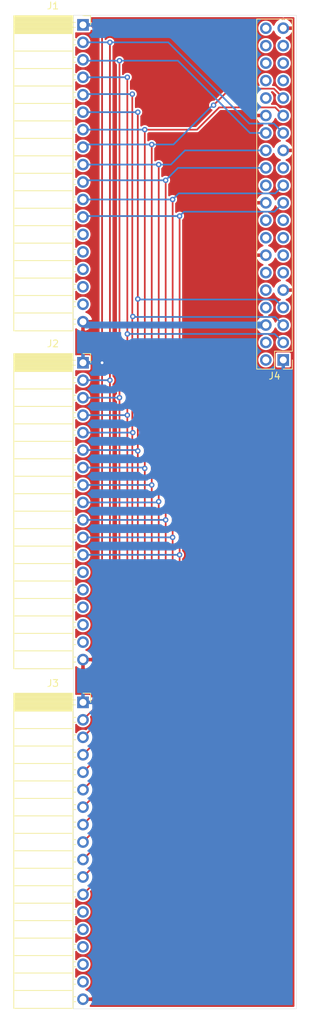
<source format=kicad_pcb>
(kicad_pcb (version 20171130) (host pcbnew 5.1.4+dfsg1-1)

  (general
    (thickness 1.6)
    (drawings 4)
    (tracks 145)
    (zones 0)
    (modules 4)
    (nets 50)
  )

  (page A4)
  (layers
    (0 F.Cu signal)
    (31 B.Cu signal)
    (32 B.Adhes user)
    (33 F.Adhes user)
    (34 B.Paste user)
    (35 F.Paste user)
    (36 B.SilkS user)
    (37 F.SilkS user)
    (38 B.Mask user)
    (39 F.Mask user)
    (40 Dwgs.User user)
    (41 Cmts.User user)
    (42 Eco1.User user)
    (43 Eco2.User user)
    (44 Edge.Cuts user)
    (45 Margin user)
    (46 B.CrtYd user)
    (47 F.CrtYd user)
    (48 B.Fab user)
    (49 F.Fab user)
  )

  (setup
    (last_trace_width 1)
    (user_trace_width 1)
    (trace_clearance 0.2)
    (zone_clearance 0.25)
    (zone_45_only no)
    (trace_min 0.2)
    (via_size 0.8)
    (via_drill 0.4)
    (via_min_size 0.4)
    (via_min_drill 0.3)
    (uvia_size 0.3)
    (uvia_drill 0.1)
    (uvias_allowed no)
    (uvia_min_size 0.2)
    (uvia_min_drill 0.1)
    (edge_width 0.05)
    (segment_width 0.2)
    (pcb_text_width 0.3)
    (pcb_text_size 1.5 1.5)
    (mod_edge_width 0.12)
    (mod_text_size 1 1)
    (mod_text_width 0.15)
    (pad_size 1.524 1.524)
    (pad_drill 0.762)
    (pad_to_mask_clearance 0.051)
    (solder_mask_min_width 0.25)
    (aux_axis_origin 0 0)
    (visible_elements FFFFFF7F)
    (pcbplotparams
      (layerselection 0x010fc_ffffffff)
      (usegerberextensions false)
      (usegerberattributes false)
      (usegerberadvancedattributes false)
      (creategerberjobfile false)
      (excludeedgelayer true)
      (linewidth 0.100000)
      (plotframeref false)
      (viasonmask false)
      (mode 1)
      (useauxorigin false)
      (hpglpennumber 1)
      (hpglpenspeed 20)
      (hpglpendiameter 15.000000)
      (psnegative false)
      (psa4output false)
      (plotreference true)
      (plotvalue true)
      (plotinvisibletext false)
      (padsonsilk false)
      (subtractmaskfromsilk false)
      (outputformat 1)
      (mirror false)
      (drillshape 1)
      (scaleselection 1)
      (outputdirectory ""))
  )

  (net 0 "")
  (net 1 /GND)
  (net 2 /RST_1)
  (net 3 /TDI|EXT_1)
  (net 4 /TDO|SWO_1)
  (net 5 /TCK|SWDCLK_1)
  (net 6 /TMS|SWDIO_1)
  (net 7 /OE8)
  (net 8 /OE7)
  (net 9 /OE6)
  (net 10 /OE5)
  (net 11 /OE4)
  (net 12 /OE3)
  (net 13 /OE2)
  (net 14 /OE1)
  (net 15 /S2)
  (net 16 /S1)
  (net 17 /S0)
  (net 18 /VCC)
  (net 19 /RST_2)
  (net 20 /TDI|EXT_2)
  (net 21 /TDO|SWO_2)
  (net 22 /TCK|SWDCLK_2)
  (net 23 /TMS|SWDIO_2)
  (net 24 /RST)
  (net 25 /TDI|EXT)
  (net 26 /TDO|SWO)
  (net 27 /TCK|SWDCLK_3)
  (net 28 /TMS|SWDIO_3)
  (net 29 "Net-(J4-Pad40)")
  (net 30 "Net-(J4-Pad38)")
  (net 31 "Net-(J4-Pad37)")
  (net 32 "Net-(J4-Pad36)")
  (net 33 "Net-(J4-Pad35)")
  (net 34 "Net-(J4-Pad34)")
  (net 35 "Net-(J4-Pad33)")
  (net 36 "Net-(J4-Pad32)")
  (net 37 "Net-(J4-Pad23)")
  (net 38 "Net-(J4-Pad22)")
  (net 39 "Net-(J4-Pad18)")
  (net 40 "Net-(J4-Pad17)")
  (net 41 "Net-(J4-Pad16)")
  (net 42 "Net-(J4-Pad15)")
  (net 43 "Net-(J4-Pad13)")
  (net 44 "Net-(J4-Pad12)")
  (net 45 "Net-(J4-Pad11)")
  (net 46 "Net-(J4-Pad10)")
  (net 47 "Net-(J4-Pad8)")
  (net 48 "Net-(J4-Pad4)")
  (net 49 "Net-(J4-Pad2)")

  (net_class Default "This is the default net class."
    (clearance 0.2)
    (trace_width 0.25)
    (via_dia 0.8)
    (via_drill 0.4)
    (uvia_dia 0.3)
    (uvia_drill 0.1)
    (add_net /GND)
    (add_net /OE1)
    (add_net /OE2)
    (add_net /OE3)
    (add_net /OE4)
    (add_net /OE5)
    (add_net /OE6)
    (add_net /OE7)
    (add_net /OE8)
    (add_net /RST)
    (add_net /RST_1)
    (add_net /RST_2)
    (add_net /S0)
    (add_net /S1)
    (add_net /S2)
    (add_net /TCK|SWDCLK_1)
    (add_net /TCK|SWDCLK_2)
    (add_net /TCK|SWDCLK_3)
    (add_net /TDI|EXT)
    (add_net /TDI|EXT_1)
    (add_net /TDI|EXT_2)
    (add_net /TDO|SWO)
    (add_net /TDO|SWO_1)
    (add_net /TDO|SWO_2)
    (add_net /TMS|SWDIO_1)
    (add_net /TMS|SWDIO_2)
    (add_net /TMS|SWDIO_3)
    (add_net /VCC)
    (add_net "Net-(J4-Pad10)")
    (add_net "Net-(J4-Pad11)")
    (add_net "Net-(J4-Pad12)")
    (add_net "Net-(J4-Pad13)")
    (add_net "Net-(J4-Pad15)")
    (add_net "Net-(J4-Pad16)")
    (add_net "Net-(J4-Pad17)")
    (add_net "Net-(J4-Pad18)")
    (add_net "Net-(J4-Pad2)")
    (add_net "Net-(J4-Pad22)")
    (add_net "Net-(J4-Pad23)")
    (add_net "Net-(J4-Pad32)")
    (add_net "Net-(J4-Pad33)")
    (add_net "Net-(J4-Pad34)")
    (add_net "Net-(J4-Pad35)")
    (add_net "Net-(J4-Pad36)")
    (add_net "Net-(J4-Pad37)")
    (add_net "Net-(J4-Pad38)")
    (add_net "Net-(J4-Pad4)")
    (add_net "Net-(J4-Pad40)")
    (add_net "Net-(J4-Pad8)")
  )

  (module Connector_PinHeader_2.54mm:PinHeader_2x20_P2.54mm_Vertical (layer F.Cu) (tedit 59FED5CC) (tstamp 5FB01965)
    (at 84.201 30.2 180)
    (descr "Through hole straight pin header, 2x20, 2.54mm pitch, double rows")
    (tags "Through hole pin header THT 2x20 2.54mm double row")
    (path /5FB725A2)
    (fp_text reference J4 (at 1.27 -2.33) (layer F.SilkS)
      (effects (font (size 1 1) (thickness 0.15)))
    )
    (fp_text value Raspberry_Pi_2_3 (at 1.27 50.59) (layer F.Fab)
      (effects (font (size 1 1) (thickness 0.15)))
    )
    (fp_text user %R (at 1.27 24.13 90) (layer F.Fab)
      (effects (font (size 1 1) (thickness 0.15)))
    )
    (fp_line (start 4.35 -1.8) (end -1.8 -1.8) (layer F.CrtYd) (width 0.05))
    (fp_line (start 4.35 50.05) (end 4.35 -1.8) (layer F.CrtYd) (width 0.05))
    (fp_line (start -1.8 50.05) (end 4.35 50.05) (layer F.CrtYd) (width 0.05))
    (fp_line (start -1.8 -1.8) (end -1.8 50.05) (layer F.CrtYd) (width 0.05))
    (fp_line (start -1.33 -1.33) (end 0 -1.33) (layer F.SilkS) (width 0.12))
    (fp_line (start -1.33 0) (end -1.33 -1.33) (layer F.SilkS) (width 0.12))
    (fp_line (start 1.27 -1.33) (end 3.87 -1.33) (layer F.SilkS) (width 0.12))
    (fp_line (start 1.27 1.27) (end 1.27 -1.33) (layer F.SilkS) (width 0.12))
    (fp_line (start -1.33 1.27) (end 1.27 1.27) (layer F.SilkS) (width 0.12))
    (fp_line (start 3.87 -1.33) (end 3.87 49.59) (layer F.SilkS) (width 0.12))
    (fp_line (start -1.33 1.27) (end -1.33 49.59) (layer F.SilkS) (width 0.12))
    (fp_line (start -1.33 49.59) (end 3.87 49.59) (layer F.SilkS) (width 0.12))
    (fp_line (start -1.27 0) (end 0 -1.27) (layer F.Fab) (width 0.1))
    (fp_line (start -1.27 49.53) (end -1.27 0) (layer F.Fab) (width 0.1))
    (fp_line (start 3.81 49.53) (end -1.27 49.53) (layer F.Fab) (width 0.1))
    (fp_line (start 3.81 -1.27) (end 3.81 49.53) (layer F.Fab) (width 0.1))
    (fp_line (start 0 -1.27) (end 3.81 -1.27) (layer F.Fab) (width 0.1))
    (pad 40 thru_hole oval (at 2.54 48.26 180) (size 1.7 1.7) (drill 1) (layers *.Cu *.Mask)
      (net 29 "Net-(J4-Pad40)"))
    (pad 39 thru_hole oval (at 0 48.26 180) (size 1.7 1.7) (drill 1) (layers *.Cu *.Mask)
      (net 1 /GND))
    (pad 38 thru_hole oval (at 2.54 45.72 180) (size 1.7 1.7) (drill 1) (layers *.Cu *.Mask)
      (net 30 "Net-(J4-Pad38)"))
    (pad 37 thru_hole oval (at 0 45.72 180) (size 1.7 1.7) (drill 1) (layers *.Cu *.Mask)
      (net 31 "Net-(J4-Pad37)"))
    (pad 36 thru_hole oval (at 2.54 43.18 180) (size 1.7 1.7) (drill 1) (layers *.Cu *.Mask)
      (net 32 "Net-(J4-Pad36)"))
    (pad 35 thru_hole oval (at 0 43.18 180) (size 1.7 1.7) (drill 1) (layers *.Cu *.Mask)
      (net 33 "Net-(J4-Pad35)"))
    (pad 34 thru_hole oval (at 2.54 40.64 180) (size 1.7 1.7) (drill 1) (layers *.Cu *.Mask)
      (net 34 "Net-(J4-Pad34)"))
    (pad 33 thru_hole oval (at 0 40.64 180) (size 1.7 1.7) (drill 1) (layers *.Cu *.Mask)
      (net 35 "Net-(J4-Pad33)"))
    (pad 32 thru_hole oval (at 2.54 38.1 180) (size 1.7 1.7) (drill 1) (layers *.Cu *.Mask)
      (net 36 "Net-(J4-Pad32)"))
    (pad 31 thru_hole oval (at 0 38.1 180) (size 1.7 1.7) (drill 1) (layers *.Cu *.Mask)
      (net 11 /OE4))
    (pad 30 thru_hole oval (at 2.54 35.56 180) (size 1.7 1.7) (drill 1) (layers *.Cu *.Mask)
      (net 1 /GND))
    (pad 29 thru_hole oval (at 0 35.56 180) (size 1.7 1.7) (drill 1) (layers *.Cu *.Mask)
      (net 12 /OE3))
    (pad 28 thru_hole oval (at 2.54 33.02 180) (size 1.7 1.7) (drill 1) (layers *.Cu *.Mask)
      (net 16 /S1))
    (pad 27 thru_hole oval (at 0 33.02 180) (size 1.7 1.7) (drill 1) (layers *.Cu *.Mask)
      (net 17 /S0))
    (pad 26 thru_hole oval (at 2.54 30.48 180) (size 1.7 1.7) (drill 1) (layers *.Cu *.Mask)
      (net 10 /OE5))
    (pad 25 thru_hole oval (at 0 30.48 180) (size 1.7 1.7) (drill 1) (layers *.Cu *.Mask)
      (net 1 /GND))
    (pad 24 thru_hole oval (at 2.54 27.94 180) (size 1.7 1.7) (drill 1) (layers *.Cu *.Mask)
      (net 9 /OE6))
    (pad 23 thru_hole oval (at 0 27.94 180) (size 1.7 1.7) (drill 1) (layers *.Cu *.Mask)
      (net 37 "Net-(J4-Pad23)"))
    (pad 22 thru_hole oval (at 2.54 25.4 180) (size 1.7 1.7) (drill 1) (layers *.Cu *.Mask)
      (net 38 "Net-(J4-Pad22)"))
    (pad 21 thru_hole oval (at 0 25.4 180) (size 1.7 1.7) (drill 1) (layers *.Cu *.Mask)
      (net 8 /OE7))
    (pad 20 thru_hole oval (at 2.54 22.86 180) (size 1.7 1.7) (drill 1) (layers *.Cu *.Mask)
      (net 1 /GND))
    (pad 19 thru_hole oval (at 0 22.86 180) (size 1.7 1.7) (drill 1) (layers *.Cu *.Mask)
      (net 7 /OE8))
    (pad 18 thru_hole oval (at 2.54 20.32 180) (size 1.7 1.7) (drill 1) (layers *.Cu *.Mask)
      (net 39 "Net-(J4-Pad18)"))
    (pad 17 thru_hole oval (at 0 20.32 180) (size 1.7 1.7) (drill 1) (layers *.Cu *.Mask)
      (net 40 "Net-(J4-Pad17)"))
    (pad 16 thru_hole oval (at 2.54 17.78 180) (size 1.7 1.7) (drill 1) (layers *.Cu *.Mask)
      (net 41 "Net-(J4-Pad16)"))
    (pad 15 thru_hole oval (at 0 17.78 180) (size 1.7 1.7) (drill 1) (layers *.Cu *.Mask)
      (net 42 "Net-(J4-Pad15)"))
    (pad 14 thru_hole oval (at 2.54 15.24 180) (size 1.7 1.7) (drill 1) (layers *.Cu *.Mask)
      (net 1 /GND))
    (pad 13 thru_hole oval (at 0 15.24 180) (size 1.7 1.7) (drill 1) (layers *.Cu *.Mask)
      (net 43 "Net-(J4-Pad13)"))
    (pad 12 thru_hole oval (at 2.54 12.7 180) (size 1.7 1.7) (drill 1) (layers *.Cu *.Mask)
      (net 44 "Net-(J4-Pad12)"))
    (pad 11 thru_hole oval (at 0 12.7 180) (size 1.7 1.7) (drill 1) (layers *.Cu *.Mask)
      (net 45 "Net-(J4-Pad11)"))
    (pad 10 thru_hole oval (at 2.54 10.16 180) (size 1.7 1.7) (drill 1) (layers *.Cu *.Mask)
      (net 46 "Net-(J4-Pad10)"))
    (pad 9 thru_hole oval (at 0 10.16 180) (size 1.7 1.7) (drill 1) (layers *.Cu *.Mask)
      (net 1 /GND))
    (pad 8 thru_hole oval (at 2.54 7.62 180) (size 1.7 1.7) (drill 1) (layers *.Cu *.Mask)
      (net 47 "Net-(J4-Pad8)"))
    (pad 7 thru_hole oval (at 0 7.62 180) (size 1.7 1.7) (drill 1) (layers *.Cu *.Mask)
      (net 13 /OE2))
    (pad 6 thru_hole oval (at 2.54 5.08 180) (size 1.7 1.7) (drill 1) (layers *.Cu *.Mask)
      (net 1 /GND))
    (pad 5 thru_hole oval (at 0 5.08 180) (size 1.7 1.7) (drill 1) (layers *.Cu *.Mask)
      (net 14 /OE1))
    (pad 4 thru_hole oval (at 2.54 2.54 180) (size 1.7 1.7) (drill 1) (layers *.Cu *.Mask)
      (net 48 "Net-(J4-Pad4)"))
    (pad 3 thru_hole oval (at 0 2.54 180) (size 1.7 1.7) (drill 1) (layers *.Cu *.Mask)
      (net 15 /S2))
    (pad 2 thru_hole oval (at 2.54 0 180) (size 1.7 1.7) (drill 1) (layers *.Cu *.Mask)
      (net 49 "Net-(J4-Pad2)"))
    (pad 1 thru_hole rect (at 0 0 180) (size 1.7 1.7) (drill 1) (layers *.Cu *.Mask)
      (net 18 /VCC))
    (model ${KISYS3DMOD}/Connector_PinHeader_2.54mm.3dshapes/PinHeader_2x20_P2.54mm_Vertical.wrl
      (at (xyz 0 0 0))
      (scale (xyz 1 1 1))
      (rotate (xyz 0 0 0))
    )
  )

  (module Connector_PinSocket_2.54mm:PinSocket_1x18_P2.54mm_Horizontal (layer F.Cu) (tedit 5A19A431) (tstamp 5FB06FBF)
    (at 55 80.01)
    (descr "Through hole angled socket strip, 1x18, 2.54mm pitch, 8.51mm socket length, single row (from Kicad 4.0.7), script generated")
    (tags "Through hole angled socket strip THT 1x18 2.54mm single row")
    (path /5FB6938C)
    (fp_text reference J3 (at -4.38 -2.77) (layer F.SilkS)
      (effects (font (size 1 1) (thickness 0.15)))
    )
    (fp_text value Conn_01x18_Female (at -4.38 45.95) (layer F.Fab)
      (effects (font (size 1 1) (thickness 0.15)))
    )
    (fp_text user %R (at -5.775 21.59 90) (layer F.Fab)
      (effects (font (size 1 1) (thickness 0.15)))
    )
    (fp_line (start 1.75 44.95) (end 1.75 -1.8) (layer F.CrtYd) (width 0.05))
    (fp_line (start -10.55 44.95) (end 1.75 44.95) (layer F.CrtYd) (width 0.05))
    (fp_line (start -10.55 -1.8) (end -10.55 44.95) (layer F.CrtYd) (width 0.05))
    (fp_line (start 1.75 -1.8) (end -10.55 -1.8) (layer F.CrtYd) (width 0.05))
    (fp_line (start 0 -1.33) (end 1.11 -1.33) (layer F.SilkS) (width 0.12))
    (fp_line (start 1.11 -1.33) (end 1.11 0) (layer F.SilkS) (width 0.12))
    (fp_line (start -10.09 -1.33) (end -10.09 44.51) (layer F.SilkS) (width 0.12))
    (fp_line (start -10.09 44.51) (end -1.46 44.51) (layer F.SilkS) (width 0.12))
    (fp_line (start -1.46 -1.33) (end -1.46 44.51) (layer F.SilkS) (width 0.12))
    (fp_line (start -10.09 -1.33) (end -1.46 -1.33) (layer F.SilkS) (width 0.12))
    (fp_line (start -10.09 41.91) (end -1.46 41.91) (layer F.SilkS) (width 0.12))
    (fp_line (start -10.09 39.37) (end -1.46 39.37) (layer F.SilkS) (width 0.12))
    (fp_line (start -10.09 36.83) (end -1.46 36.83) (layer F.SilkS) (width 0.12))
    (fp_line (start -10.09 34.29) (end -1.46 34.29) (layer F.SilkS) (width 0.12))
    (fp_line (start -10.09 31.75) (end -1.46 31.75) (layer F.SilkS) (width 0.12))
    (fp_line (start -10.09 29.21) (end -1.46 29.21) (layer F.SilkS) (width 0.12))
    (fp_line (start -10.09 26.67) (end -1.46 26.67) (layer F.SilkS) (width 0.12))
    (fp_line (start -10.09 24.13) (end -1.46 24.13) (layer F.SilkS) (width 0.12))
    (fp_line (start -10.09 21.59) (end -1.46 21.59) (layer F.SilkS) (width 0.12))
    (fp_line (start -10.09 19.05) (end -1.46 19.05) (layer F.SilkS) (width 0.12))
    (fp_line (start -10.09 16.51) (end -1.46 16.51) (layer F.SilkS) (width 0.12))
    (fp_line (start -10.09 13.97) (end -1.46 13.97) (layer F.SilkS) (width 0.12))
    (fp_line (start -10.09 11.43) (end -1.46 11.43) (layer F.SilkS) (width 0.12))
    (fp_line (start -10.09 8.89) (end -1.46 8.89) (layer F.SilkS) (width 0.12))
    (fp_line (start -10.09 6.35) (end -1.46 6.35) (layer F.SilkS) (width 0.12))
    (fp_line (start -10.09 3.81) (end -1.46 3.81) (layer F.SilkS) (width 0.12))
    (fp_line (start -10.09 1.27) (end -1.46 1.27) (layer F.SilkS) (width 0.12))
    (fp_line (start -1.46 43.54) (end -1.05 43.54) (layer F.SilkS) (width 0.12))
    (fp_line (start -1.46 42.82) (end -1.05 42.82) (layer F.SilkS) (width 0.12))
    (fp_line (start -1.46 41) (end -1.05 41) (layer F.SilkS) (width 0.12))
    (fp_line (start -1.46 40.28) (end -1.05 40.28) (layer F.SilkS) (width 0.12))
    (fp_line (start -1.46 38.46) (end -1.05 38.46) (layer F.SilkS) (width 0.12))
    (fp_line (start -1.46 37.74) (end -1.05 37.74) (layer F.SilkS) (width 0.12))
    (fp_line (start -1.46 35.92) (end -1.05 35.92) (layer F.SilkS) (width 0.12))
    (fp_line (start -1.46 35.2) (end -1.05 35.2) (layer F.SilkS) (width 0.12))
    (fp_line (start -1.46 33.38) (end -1.05 33.38) (layer F.SilkS) (width 0.12))
    (fp_line (start -1.46 32.66) (end -1.05 32.66) (layer F.SilkS) (width 0.12))
    (fp_line (start -1.46 30.84) (end -1.05 30.84) (layer F.SilkS) (width 0.12))
    (fp_line (start -1.46 30.12) (end -1.05 30.12) (layer F.SilkS) (width 0.12))
    (fp_line (start -1.46 28.3) (end -1.05 28.3) (layer F.SilkS) (width 0.12))
    (fp_line (start -1.46 27.58) (end -1.05 27.58) (layer F.SilkS) (width 0.12))
    (fp_line (start -1.46 25.76) (end -1.05 25.76) (layer F.SilkS) (width 0.12))
    (fp_line (start -1.46 25.04) (end -1.05 25.04) (layer F.SilkS) (width 0.12))
    (fp_line (start -1.46 23.22) (end -1.05 23.22) (layer F.SilkS) (width 0.12))
    (fp_line (start -1.46 22.5) (end -1.05 22.5) (layer F.SilkS) (width 0.12))
    (fp_line (start -1.46 20.68) (end -1.05 20.68) (layer F.SilkS) (width 0.12))
    (fp_line (start -1.46 19.96) (end -1.05 19.96) (layer F.SilkS) (width 0.12))
    (fp_line (start -1.46 18.14) (end -1.05 18.14) (layer F.SilkS) (width 0.12))
    (fp_line (start -1.46 17.42) (end -1.05 17.42) (layer F.SilkS) (width 0.12))
    (fp_line (start -1.46 15.6) (end -1.05 15.6) (layer F.SilkS) (width 0.12))
    (fp_line (start -1.46 14.88) (end -1.05 14.88) (layer F.SilkS) (width 0.12))
    (fp_line (start -1.46 13.06) (end -1.05 13.06) (layer F.SilkS) (width 0.12))
    (fp_line (start -1.46 12.34) (end -1.05 12.34) (layer F.SilkS) (width 0.12))
    (fp_line (start -1.46 10.52) (end -1.05 10.52) (layer F.SilkS) (width 0.12))
    (fp_line (start -1.46 9.8) (end -1.05 9.8) (layer F.SilkS) (width 0.12))
    (fp_line (start -1.46 7.98) (end -1.05 7.98) (layer F.SilkS) (width 0.12))
    (fp_line (start -1.46 7.26) (end -1.05 7.26) (layer F.SilkS) (width 0.12))
    (fp_line (start -1.46 5.44) (end -1.05 5.44) (layer F.SilkS) (width 0.12))
    (fp_line (start -1.46 4.72) (end -1.05 4.72) (layer F.SilkS) (width 0.12))
    (fp_line (start -1.46 2.9) (end -1.05 2.9) (layer F.SilkS) (width 0.12))
    (fp_line (start -1.46 2.18) (end -1.05 2.18) (layer F.SilkS) (width 0.12))
    (fp_line (start -1.46 0.36) (end -1.11 0.36) (layer F.SilkS) (width 0.12))
    (fp_line (start -1.46 -0.36) (end -1.11 -0.36) (layer F.SilkS) (width 0.12))
    (fp_line (start -10.09 1.1519) (end -1.46 1.1519) (layer F.SilkS) (width 0.12))
    (fp_line (start -10.09 1.033805) (end -1.46 1.033805) (layer F.SilkS) (width 0.12))
    (fp_line (start -10.09 0.91571) (end -1.46 0.91571) (layer F.SilkS) (width 0.12))
    (fp_line (start -10.09 0.797615) (end -1.46 0.797615) (layer F.SilkS) (width 0.12))
    (fp_line (start -10.09 0.67952) (end -1.46 0.67952) (layer F.SilkS) (width 0.12))
    (fp_line (start -10.09 0.561425) (end -1.46 0.561425) (layer F.SilkS) (width 0.12))
    (fp_line (start -10.09 0.44333) (end -1.46 0.44333) (layer F.SilkS) (width 0.12))
    (fp_line (start -10.09 0.325235) (end -1.46 0.325235) (layer F.SilkS) (width 0.12))
    (fp_line (start -10.09 0.20714) (end -1.46 0.20714) (layer F.SilkS) (width 0.12))
    (fp_line (start -10.09 0.089045) (end -1.46 0.089045) (layer F.SilkS) (width 0.12))
    (fp_line (start -10.09 -0.02905) (end -1.46 -0.02905) (layer F.SilkS) (width 0.12))
    (fp_line (start -10.09 -0.147145) (end -1.46 -0.147145) (layer F.SilkS) (width 0.12))
    (fp_line (start -10.09 -0.26524) (end -1.46 -0.26524) (layer F.SilkS) (width 0.12))
    (fp_line (start -10.09 -0.383335) (end -1.46 -0.383335) (layer F.SilkS) (width 0.12))
    (fp_line (start -10.09 -0.50143) (end -1.46 -0.50143) (layer F.SilkS) (width 0.12))
    (fp_line (start -10.09 -0.619525) (end -1.46 -0.619525) (layer F.SilkS) (width 0.12))
    (fp_line (start -10.09 -0.73762) (end -1.46 -0.73762) (layer F.SilkS) (width 0.12))
    (fp_line (start -10.09 -0.855715) (end -1.46 -0.855715) (layer F.SilkS) (width 0.12))
    (fp_line (start -10.09 -0.97381) (end -1.46 -0.97381) (layer F.SilkS) (width 0.12))
    (fp_line (start -10.09 -1.091905) (end -1.46 -1.091905) (layer F.SilkS) (width 0.12))
    (fp_line (start -10.09 -1.21) (end -1.46 -1.21) (layer F.SilkS) (width 0.12))
    (fp_line (start 0 43.48) (end 0 42.88) (layer F.Fab) (width 0.1))
    (fp_line (start -1.52 43.48) (end 0 43.48) (layer F.Fab) (width 0.1))
    (fp_line (start 0 42.88) (end -1.52 42.88) (layer F.Fab) (width 0.1))
    (fp_line (start 0 40.94) (end 0 40.34) (layer F.Fab) (width 0.1))
    (fp_line (start -1.52 40.94) (end 0 40.94) (layer F.Fab) (width 0.1))
    (fp_line (start 0 40.34) (end -1.52 40.34) (layer F.Fab) (width 0.1))
    (fp_line (start 0 38.4) (end 0 37.8) (layer F.Fab) (width 0.1))
    (fp_line (start -1.52 38.4) (end 0 38.4) (layer F.Fab) (width 0.1))
    (fp_line (start 0 37.8) (end -1.52 37.8) (layer F.Fab) (width 0.1))
    (fp_line (start 0 35.86) (end 0 35.26) (layer F.Fab) (width 0.1))
    (fp_line (start -1.52 35.86) (end 0 35.86) (layer F.Fab) (width 0.1))
    (fp_line (start 0 35.26) (end -1.52 35.26) (layer F.Fab) (width 0.1))
    (fp_line (start 0 33.32) (end 0 32.72) (layer F.Fab) (width 0.1))
    (fp_line (start -1.52 33.32) (end 0 33.32) (layer F.Fab) (width 0.1))
    (fp_line (start 0 32.72) (end -1.52 32.72) (layer F.Fab) (width 0.1))
    (fp_line (start 0 30.78) (end 0 30.18) (layer F.Fab) (width 0.1))
    (fp_line (start -1.52 30.78) (end 0 30.78) (layer F.Fab) (width 0.1))
    (fp_line (start 0 30.18) (end -1.52 30.18) (layer F.Fab) (width 0.1))
    (fp_line (start 0 28.24) (end 0 27.64) (layer F.Fab) (width 0.1))
    (fp_line (start -1.52 28.24) (end 0 28.24) (layer F.Fab) (width 0.1))
    (fp_line (start 0 27.64) (end -1.52 27.64) (layer F.Fab) (width 0.1))
    (fp_line (start 0 25.7) (end 0 25.1) (layer F.Fab) (width 0.1))
    (fp_line (start -1.52 25.7) (end 0 25.7) (layer F.Fab) (width 0.1))
    (fp_line (start 0 25.1) (end -1.52 25.1) (layer F.Fab) (width 0.1))
    (fp_line (start 0 23.16) (end 0 22.56) (layer F.Fab) (width 0.1))
    (fp_line (start -1.52 23.16) (end 0 23.16) (layer F.Fab) (width 0.1))
    (fp_line (start 0 22.56) (end -1.52 22.56) (layer F.Fab) (width 0.1))
    (fp_line (start 0 20.62) (end 0 20.02) (layer F.Fab) (width 0.1))
    (fp_line (start -1.52 20.62) (end 0 20.62) (layer F.Fab) (width 0.1))
    (fp_line (start 0 20.02) (end -1.52 20.02) (layer F.Fab) (width 0.1))
    (fp_line (start 0 18.08) (end 0 17.48) (layer F.Fab) (width 0.1))
    (fp_line (start -1.52 18.08) (end 0 18.08) (layer F.Fab) (width 0.1))
    (fp_line (start 0 17.48) (end -1.52 17.48) (layer F.Fab) (width 0.1))
    (fp_line (start 0 15.54) (end 0 14.94) (layer F.Fab) (width 0.1))
    (fp_line (start -1.52 15.54) (end 0 15.54) (layer F.Fab) (width 0.1))
    (fp_line (start 0 14.94) (end -1.52 14.94) (layer F.Fab) (width 0.1))
    (fp_line (start 0 13) (end 0 12.4) (layer F.Fab) (width 0.1))
    (fp_line (start -1.52 13) (end 0 13) (layer F.Fab) (width 0.1))
    (fp_line (start 0 12.4) (end -1.52 12.4) (layer F.Fab) (width 0.1))
    (fp_line (start 0 10.46) (end 0 9.86) (layer F.Fab) (width 0.1))
    (fp_line (start -1.52 10.46) (end 0 10.46) (layer F.Fab) (width 0.1))
    (fp_line (start 0 9.86) (end -1.52 9.86) (layer F.Fab) (width 0.1))
    (fp_line (start 0 7.92) (end 0 7.32) (layer F.Fab) (width 0.1))
    (fp_line (start -1.52 7.92) (end 0 7.92) (layer F.Fab) (width 0.1))
    (fp_line (start 0 7.32) (end -1.52 7.32) (layer F.Fab) (width 0.1))
    (fp_line (start 0 5.38) (end 0 4.78) (layer F.Fab) (width 0.1))
    (fp_line (start -1.52 5.38) (end 0 5.38) (layer F.Fab) (width 0.1))
    (fp_line (start 0 4.78) (end -1.52 4.78) (layer F.Fab) (width 0.1))
    (fp_line (start 0 2.84) (end 0 2.24) (layer F.Fab) (width 0.1))
    (fp_line (start -1.52 2.84) (end 0 2.84) (layer F.Fab) (width 0.1))
    (fp_line (start 0 2.24) (end -1.52 2.24) (layer F.Fab) (width 0.1))
    (fp_line (start 0 0.3) (end 0 -0.3) (layer F.Fab) (width 0.1))
    (fp_line (start -1.52 0.3) (end 0 0.3) (layer F.Fab) (width 0.1))
    (fp_line (start 0 -0.3) (end -1.52 -0.3) (layer F.Fab) (width 0.1))
    (fp_line (start -10.03 44.45) (end -10.03 -1.27) (layer F.Fab) (width 0.1))
    (fp_line (start -1.52 44.45) (end -10.03 44.45) (layer F.Fab) (width 0.1))
    (fp_line (start -1.52 -0.3) (end -1.52 44.45) (layer F.Fab) (width 0.1))
    (fp_line (start -2.49 -1.27) (end -1.52 -0.3) (layer F.Fab) (width 0.1))
    (fp_line (start -10.03 -1.27) (end -2.49 -1.27) (layer F.Fab) (width 0.1))
    (pad 18 thru_hole oval (at 0 43.18) (size 1.7 1.7) (drill 1) (layers *.Cu *.Mask)
      (net 1 /GND))
    (pad 17 thru_hole oval (at 0 40.64) (size 1.7 1.7) (drill 1) (layers *.Cu *.Mask)
      (net 24 /RST))
    (pad 16 thru_hole oval (at 0 38.1) (size 1.7 1.7) (drill 1) (layers *.Cu *.Mask)
      (net 25 /TDI|EXT))
    (pad 15 thru_hole oval (at 0 35.56) (size 1.7 1.7) (drill 1) (layers *.Cu *.Mask)
      (net 26 /TDO|SWO))
    (pad 14 thru_hole oval (at 0 33.02) (size 1.7 1.7) (drill 1) (layers *.Cu *.Mask)
      (net 27 /TCK|SWDCLK_3))
    (pad 13 thru_hole oval (at 0 30.48) (size 1.7 1.7) (drill 1) (layers *.Cu *.Mask)
      (net 28 /TMS|SWDIO_3))
    (pad 12 thru_hole oval (at 0 27.94) (size 1.7 1.7) (drill 1) (layers *.Cu *.Mask)
      (net 7 /OE8))
    (pad 11 thru_hole oval (at 0 25.4) (size 1.7 1.7) (drill 1) (layers *.Cu *.Mask)
      (net 8 /OE7))
    (pad 10 thru_hole oval (at 0 22.86) (size 1.7 1.7) (drill 1) (layers *.Cu *.Mask)
      (net 9 /OE6))
    (pad 9 thru_hole oval (at 0 20.32) (size 1.7 1.7) (drill 1) (layers *.Cu *.Mask)
      (net 10 /OE5))
    (pad 8 thru_hole oval (at 0 17.78) (size 1.7 1.7) (drill 1) (layers *.Cu *.Mask)
      (net 11 /OE4))
    (pad 7 thru_hole oval (at 0 15.24) (size 1.7 1.7) (drill 1) (layers *.Cu *.Mask)
      (net 12 /OE3))
    (pad 6 thru_hole oval (at 0 12.7) (size 1.7 1.7) (drill 1) (layers *.Cu *.Mask)
      (net 13 /OE2))
    (pad 5 thru_hole oval (at 0 10.16) (size 1.7 1.7) (drill 1) (layers *.Cu *.Mask)
      (net 14 /OE1))
    (pad 4 thru_hole oval (at 0 7.62) (size 1.7 1.7) (drill 1) (layers *.Cu *.Mask)
      (net 15 /S2))
    (pad 3 thru_hole oval (at 0 5.08) (size 1.7 1.7) (drill 1) (layers *.Cu *.Mask)
      (net 16 /S1))
    (pad 2 thru_hole oval (at 0 2.54) (size 1.7 1.7) (drill 1) (layers *.Cu *.Mask)
      (net 17 /S0))
    (pad 1 thru_hole rect (at 0 0) (size 1.7 1.7) (drill 1) (layers *.Cu *.Mask)
      (net 18 /VCC))
    (model ${KISYS3DMOD}/Connector_PinSocket_2.54mm.3dshapes/PinSocket_1x18_P2.54mm_Horizontal.wrl
      (at (xyz 0 0 0))
      (scale (xyz 1 1 1))
      (rotate (xyz 0 0 0))
    )
  )

  (module Connector_PinSocket_2.54mm:PinSocket_1x18_P2.54mm_Horizontal (layer F.Cu) (tedit 5A19A431) (tstamp 5FB06F19)
    (at 55 30.607)
    (descr "Through hole angled socket strip, 1x18, 2.54mm pitch, 8.51mm socket length, single row (from Kicad 4.0.7), script generated")
    (tags "Through hole angled socket strip THT 1x18 2.54mm single row")
    (path /5FB671FA)
    (fp_text reference J2 (at -4.38 -2.77) (layer F.SilkS)
      (effects (font (size 1 1) (thickness 0.15)))
    )
    (fp_text value Conn_01x18_Female (at -4.38 45.95) (layer F.Fab)
      (effects (font (size 1 1) (thickness 0.15)))
    )
    (fp_text user %R (at -5.775 21.59 90) (layer F.Fab)
      (effects (font (size 1 1) (thickness 0.15)))
    )
    (fp_line (start 1.75 44.95) (end 1.75 -1.8) (layer F.CrtYd) (width 0.05))
    (fp_line (start -10.55 44.95) (end 1.75 44.95) (layer F.CrtYd) (width 0.05))
    (fp_line (start -10.55 -1.8) (end -10.55 44.95) (layer F.CrtYd) (width 0.05))
    (fp_line (start 1.75 -1.8) (end -10.55 -1.8) (layer F.CrtYd) (width 0.05))
    (fp_line (start 0 -1.33) (end 1.11 -1.33) (layer F.SilkS) (width 0.12))
    (fp_line (start 1.11 -1.33) (end 1.11 0) (layer F.SilkS) (width 0.12))
    (fp_line (start -10.09 -1.33) (end -10.09 44.51) (layer F.SilkS) (width 0.12))
    (fp_line (start -10.09 44.51) (end -1.46 44.51) (layer F.SilkS) (width 0.12))
    (fp_line (start -1.46 -1.33) (end -1.46 44.51) (layer F.SilkS) (width 0.12))
    (fp_line (start -10.09 -1.33) (end -1.46 -1.33) (layer F.SilkS) (width 0.12))
    (fp_line (start -10.09 41.91) (end -1.46 41.91) (layer F.SilkS) (width 0.12))
    (fp_line (start -10.09 39.37) (end -1.46 39.37) (layer F.SilkS) (width 0.12))
    (fp_line (start -10.09 36.83) (end -1.46 36.83) (layer F.SilkS) (width 0.12))
    (fp_line (start -10.09 34.29) (end -1.46 34.29) (layer F.SilkS) (width 0.12))
    (fp_line (start -10.09 31.75) (end -1.46 31.75) (layer F.SilkS) (width 0.12))
    (fp_line (start -10.09 29.21) (end -1.46 29.21) (layer F.SilkS) (width 0.12))
    (fp_line (start -10.09 26.67) (end -1.46 26.67) (layer F.SilkS) (width 0.12))
    (fp_line (start -10.09 24.13) (end -1.46 24.13) (layer F.SilkS) (width 0.12))
    (fp_line (start -10.09 21.59) (end -1.46 21.59) (layer F.SilkS) (width 0.12))
    (fp_line (start -10.09 19.05) (end -1.46 19.05) (layer F.SilkS) (width 0.12))
    (fp_line (start -10.09 16.51) (end -1.46 16.51) (layer F.SilkS) (width 0.12))
    (fp_line (start -10.09 13.97) (end -1.46 13.97) (layer F.SilkS) (width 0.12))
    (fp_line (start -10.09 11.43) (end -1.46 11.43) (layer F.SilkS) (width 0.12))
    (fp_line (start -10.09 8.89) (end -1.46 8.89) (layer F.SilkS) (width 0.12))
    (fp_line (start -10.09 6.35) (end -1.46 6.35) (layer F.SilkS) (width 0.12))
    (fp_line (start -10.09 3.81) (end -1.46 3.81) (layer F.SilkS) (width 0.12))
    (fp_line (start -10.09 1.27) (end -1.46 1.27) (layer F.SilkS) (width 0.12))
    (fp_line (start -1.46 43.54) (end -1.05 43.54) (layer F.SilkS) (width 0.12))
    (fp_line (start -1.46 42.82) (end -1.05 42.82) (layer F.SilkS) (width 0.12))
    (fp_line (start -1.46 41) (end -1.05 41) (layer F.SilkS) (width 0.12))
    (fp_line (start -1.46 40.28) (end -1.05 40.28) (layer F.SilkS) (width 0.12))
    (fp_line (start -1.46 38.46) (end -1.05 38.46) (layer F.SilkS) (width 0.12))
    (fp_line (start -1.46 37.74) (end -1.05 37.74) (layer F.SilkS) (width 0.12))
    (fp_line (start -1.46 35.92) (end -1.05 35.92) (layer F.SilkS) (width 0.12))
    (fp_line (start -1.46 35.2) (end -1.05 35.2) (layer F.SilkS) (width 0.12))
    (fp_line (start -1.46 33.38) (end -1.05 33.38) (layer F.SilkS) (width 0.12))
    (fp_line (start -1.46 32.66) (end -1.05 32.66) (layer F.SilkS) (width 0.12))
    (fp_line (start -1.46 30.84) (end -1.05 30.84) (layer F.SilkS) (width 0.12))
    (fp_line (start -1.46 30.12) (end -1.05 30.12) (layer F.SilkS) (width 0.12))
    (fp_line (start -1.46 28.3) (end -1.05 28.3) (layer F.SilkS) (width 0.12))
    (fp_line (start -1.46 27.58) (end -1.05 27.58) (layer F.SilkS) (width 0.12))
    (fp_line (start -1.46 25.76) (end -1.05 25.76) (layer F.SilkS) (width 0.12))
    (fp_line (start -1.46 25.04) (end -1.05 25.04) (layer F.SilkS) (width 0.12))
    (fp_line (start -1.46 23.22) (end -1.05 23.22) (layer F.SilkS) (width 0.12))
    (fp_line (start -1.46 22.5) (end -1.05 22.5) (layer F.SilkS) (width 0.12))
    (fp_line (start -1.46 20.68) (end -1.05 20.68) (layer F.SilkS) (width 0.12))
    (fp_line (start -1.46 19.96) (end -1.05 19.96) (layer F.SilkS) (width 0.12))
    (fp_line (start -1.46 18.14) (end -1.05 18.14) (layer F.SilkS) (width 0.12))
    (fp_line (start -1.46 17.42) (end -1.05 17.42) (layer F.SilkS) (width 0.12))
    (fp_line (start -1.46 15.6) (end -1.05 15.6) (layer F.SilkS) (width 0.12))
    (fp_line (start -1.46 14.88) (end -1.05 14.88) (layer F.SilkS) (width 0.12))
    (fp_line (start -1.46 13.06) (end -1.05 13.06) (layer F.SilkS) (width 0.12))
    (fp_line (start -1.46 12.34) (end -1.05 12.34) (layer F.SilkS) (width 0.12))
    (fp_line (start -1.46 10.52) (end -1.05 10.52) (layer F.SilkS) (width 0.12))
    (fp_line (start -1.46 9.8) (end -1.05 9.8) (layer F.SilkS) (width 0.12))
    (fp_line (start -1.46 7.98) (end -1.05 7.98) (layer F.SilkS) (width 0.12))
    (fp_line (start -1.46 7.26) (end -1.05 7.26) (layer F.SilkS) (width 0.12))
    (fp_line (start -1.46 5.44) (end -1.05 5.44) (layer F.SilkS) (width 0.12))
    (fp_line (start -1.46 4.72) (end -1.05 4.72) (layer F.SilkS) (width 0.12))
    (fp_line (start -1.46 2.9) (end -1.05 2.9) (layer F.SilkS) (width 0.12))
    (fp_line (start -1.46 2.18) (end -1.05 2.18) (layer F.SilkS) (width 0.12))
    (fp_line (start -1.46 0.36) (end -1.11 0.36) (layer F.SilkS) (width 0.12))
    (fp_line (start -1.46 -0.36) (end -1.11 -0.36) (layer F.SilkS) (width 0.12))
    (fp_line (start -10.09 1.1519) (end -1.46 1.1519) (layer F.SilkS) (width 0.12))
    (fp_line (start -10.09 1.033805) (end -1.46 1.033805) (layer F.SilkS) (width 0.12))
    (fp_line (start -10.09 0.91571) (end -1.46 0.91571) (layer F.SilkS) (width 0.12))
    (fp_line (start -10.09 0.797615) (end -1.46 0.797615) (layer F.SilkS) (width 0.12))
    (fp_line (start -10.09 0.67952) (end -1.46 0.67952) (layer F.SilkS) (width 0.12))
    (fp_line (start -10.09 0.561425) (end -1.46 0.561425) (layer F.SilkS) (width 0.12))
    (fp_line (start -10.09 0.44333) (end -1.46 0.44333) (layer F.SilkS) (width 0.12))
    (fp_line (start -10.09 0.325235) (end -1.46 0.325235) (layer F.SilkS) (width 0.12))
    (fp_line (start -10.09 0.20714) (end -1.46 0.20714) (layer F.SilkS) (width 0.12))
    (fp_line (start -10.09 0.089045) (end -1.46 0.089045) (layer F.SilkS) (width 0.12))
    (fp_line (start -10.09 -0.02905) (end -1.46 -0.02905) (layer F.SilkS) (width 0.12))
    (fp_line (start -10.09 -0.147145) (end -1.46 -0.147145) (layer F.SilkS) (width 0.12))
    (fp_line (start -10.09 -0.26524) (end -1.46 -0.26524) (layer F.SilkS) (width 0.12))
    (fp_line (start -10.09 -0.383335) (end -1.46 -0.383335) (layer F.SilkS) (width 0.12))
    (fp_line (start -10.09 -0.50143) (end -1.46 -0.50143) (layer F.SilkS) (width 0.12))
    (fp_line (start -10.09 -0.619525) (end -1.46 -0.619525) (layer F.SilkS) (width 0.12))
    (fp_line (start -10.09 -0.73762) (end -1.46 -0.73762) (layer F.SilkS) (width 0.12))
    (fp_line (start -10.09 -0.855715) (end -1.46 -0.855715) (layer F.SilkS) (width 0.12))
    (fp_line (start -10.09 -0.97381) (end -1.46 -0.97381) (layer F.SilkS) (width 0.12))
    (fp_line (start -10.09 -1.091905) (end -1.46 -1.091905) (layer F.SilkS) (width 0.12))
    (fp_line (start -10.09 -1.21) (end -1.46 -1.21) (layer F.SilkS) (width 0.12))
    (fp_line (start 0 43.48) (end 0 42.88) (layer F.Fab) (width 0.1))
    (fp_line (start -1.52 43.48) (end 0 43.48) (layer F.Fab) (width 0.1))
    (fp_line (start 0 42.88) (end -1.52 42.88) (layer F.Fab) (width 0.1))
    (fp_line (start 0 40.94) (end 0 40.34) (layer F.Fab) (width 0.1))
    (fp_line (start -1.52 40.94) (end 0 40.94) (layer F.Fab) (width 0.1))
    (fp_line (start 0 40.34) (end -1.52 40.34) (layer F.Fab) (width 0.1))
    (fp_line (start 0 38.4) (end 0 37.8) (layer F.Fab) (width 0.1))
    (fp_line (start -1.52 38.4) (end 0 38.4) (layer F.Fab) (width 0.1))
    (fp_line (start 0 37.8) (end -1.52 37.8) (layer F.Fab) (width 0.1))
    (fp_line (start 0 35.86) (end 0 35.26) (layer F.Fab) (width 0.1))
    (fp_line (start -1.52 35.86) (end 0 35.86) (layer F.Fab) (width 0.1))
    (fp_line (start 0 35.26) (end -1.52 35.26) (layer F.Fab) (width 0.1))
    (fp_line (start 0 33.32) (end 0 32.72) (layer F.Fab) (width 0.1))
    (fp_line (start -1.52 33.32) (end 0 33.32) (layer F.Fab) (width 0.1))
    (fp_line (start 0 32.72) (end -1.52 32.72) (layer F.Fab) (width 0.1))
    (fp_line (start 0 30.78) (end 0 30.18) (layer F.Fab) (width 0.1))
    (fp_line (start -1.52 30.78) (end 0 30.78) (layer F.Fab) (width 0.1))
    (fp_line (start 0 30.18) (end -1.52 30.18) (layer F.Fab) (width 0.1))
    (fp_line (start 0 28.24) (end 0 27.64) (layer F.Fab) (width 0.1))
    (fp_line (start -1.52 28.24) (end 0 28.24) (layer F.Fab) (width 0.1))
    (fp_line (start 0 27.64) (end -1.52 27.64) (layer F.Fab) (width 0.1))
    (fp_line (start 0 25.7) (end 0 25.1) (layer F.Fab) (width 0.1))
    (fp_line (start -1.52 25.7) (end 0 25.7) (layer F.Fab) (width 0.1))
    (fp_line (start 0 25.1) (end -1.52 25.1) (layer F.Fab) (width 0.1))
    (fp_line (start 0 23.16) (end 0 22.56) (layer F.Fab) (width 0.1))
    (fp_line (start -1.52 23.16) (end 0 23.16) (layer F.Fab) (width 0.1))
    (fp_line (start 0 22.56) (end -1.52 22.56) (layer F.Fab) (width 0.1))
    (fp_line (start 0 20.62) (end 0 20.02) (layer F.Fab) (width 0.1))
    (fp_line (start -1.52 20.62) (end 0 20.62) (layer F.Fab) (width 0.1))
    (fp_line (start 0 20.02) (end -1.52 20.02) (layer F.Fab) (width 0.1))
    (fp_line (start 0 18.08) (end 0 17.48) (layer F.Fab) (width 0.1))
    (fp_line (start -1.52 18.08) (end 0 18.08) (layer F.Fab) (width 0.1))
    (fp_line (start 0 17.48) (end -1.52 17.48) (layer F.Fab) (width 0.1))
    (fp_line (start 0 15.54) (end 0 14.94) (layer F.Fab) (width 0.1))
    (fp_line (start -1.52 15.54) (end 0 15.54) (layer F.Fab) (width 0.1))
    (fp_line (start 0 14.94) (end -1.52 14.94) (layer F.Fab) (width 0.1))
    (fp_line (start 0 13) (end 0 12.4) (layer F.Fab) (width 0.1))
    (fp_line (start -1.52 13) (end 0 13) (layer F.Fab) (width 0.1))
    (fp_line (start 0 12.4) (end -1.52 12.4) (layer F.Fab) (width 0.1))
    (fp_line (start 0 10.46) (end 0 9.86) (layer F.Fab) (width 0.1))
    (fp_line (start -1.52 10.46) (end 0 10.46) (layer F.Fab) (width 0.1))
    (fp_line (start 0 9.86) (end -1.52 9.86) (layer F.Fab) (width 0.1))
    (fp_line (start 0 7.92) (end 0 7.32) (layer F.Fab) (width 0.1))
    (fp_line (start -1.52 7.92) (end 0 7.92) (layer F.Fab) (width 0.1))
    (fp_line (start 0 7.32) (end -1.52 7.32) (layer F.Fab) (width 0.1))
    (fp_line (start 0 5.38) (end 0 4.78) (layer F.Fab) (width 0.1))
    (fp_line (start -1.52 5.38) (end 0 5.38) (layer F.Fab) (width 0.1))
    (fp_line (start 0 4.78) (end -1.52 4.78) (layer F.Fab) (width 0.1))
    (fp_line (start 0 2.84) (end 0 2.24) (layer F.Fab) (width 0.1))
    (fp_line (start -1.52 2.84) (end 0 2.84) (layer F.Fab) (width 0.1))
    (fp_line (start 0 2.24) (end -1.52 2.24) (layer F.Fab) (width 0.1))
    (fp_line (start 0 0.3) (end 0 -0.3) (layer F.Fab) (width 0.1))
    (fp_line (start -1.52 0.3) (end 0 0.3) (layer F.Fab) (width 0.1))
    (fp_line (start 0 -0.3) (end -1.52 -0.3) (layer F.Fab) (width 0.1))
    (fp_line (start -10.03 44.45) (end -10.03 -1.27) (layer F.Fab) (width 0.1))
    (fp_line (start -1.52 44.45) (end -10.03 44.45) (layer F.Fab) (width 0.1))
    (fp_line (start -1.52 -0.3) (end -1.52 44.45) (layer F.Fab) (width 0.1))
    (fp_line (start -2.49 -1.27) (end -1.52 -0.3) (layer F.Fab) (width 0.1))
    (fp_line (start -10.03 -1.27) (end -2.49 -1.27) (layer F.Fab) (width 0.1))
    (pad 18 thru_hole oval (at 0 43.18) (size 1.7 1.7) (drill 1) (layers *.Cu *.Mask)
      (net 1 /GND))
    (pad 17 thru_hole oval (at 0 40.64) (size 1.7 1.7) (drill 1) (layers *.Cu *.Mask)
      (net 19 /RST_2))
    (pad 16 thru_hole oval (at 0 38.1) (size 1.7 1.7) (drill 1) (layers *.Cu *.Mask)
      (net 20 /TDI|EXT_2))
    (pad 15 thru_hole oval (at 0 35.56) (size 1.7 1.7) (drill 1) (layers *.Cu *.Mask)
      (net 21 /TDO|SWO_2))
    (pad 14 thru_hole oval (at 0 33.02) (size 1.7 1.7) (drill 1) (layers *.Cu *.Mask)
      (net 22 /TCK|SWDCLK_2))
    (pad 13 thru_hole oval (at 0 30.48) (size 1.7 1.7) (drill 1) (layers *.Cu *.Mask)
      (net 23 /TMS|SWDIO_2))
    (pad 12 thru_hole oval (at 0 27.94) (size 1.7 1.7) (drill 1) (layers *.Cu *.Mask)
      (net 7 /OE8))
    (pad 11 thru_hole oval (at 0 25.4) (size 1.7 1.7) (drill 1) (layers *.Cu *.Mask)
      (net 8 /OE7))
    (pad 10 thru_hole oval (at 0 22.86) (size 1.7 1.7) (drill 1) (layers *.Cu *.Mask)
      (net 9 /OE6))
    (pad 9 thru_hole oval (at 0 20.32) (size 1.7 1.7) (drill 1) (layers *.Cu *.Mask)
      (net 10 /OE5))
    (pad 8 thru_hole oval (at 0 17.78) (size 1.7 1.7) (drill 1) (layers *.Cu *.Mask)
      (net 11 /OE4))
    (pad 7 thru_hole oval (at 0 15.24) (size 1.7 1.7) (drill 1) (layers *.Cu *.Mask)
      (net 12 /OE3))
    (pad 6 thru_hole oval (at 0 12.7) (size 1.7 1.7) (drill 1) (layers *.Cu *.Mask)
      (net 13 /OE2))
    (pad 5 thru_hole oval (at 0 10.16) (size 1.7 1.7) (drill 1) (layers *.Cu *.Mask)
      (net 14 /OE1))
    (pad 4 thru_hole oval (at 0 7.62) (size 1.7 1.7) (drill 1) (layers *.Cu *.Mask)
      (net 15 /S2))
    (pad 3 thru_hole oval (at 0 5.08) (size 1.7 1.7) (drill 1) (layers *.Cu *.Mask)
      (net 16 /S1))
    (pad 2 thru_hole oval (at 0 2.54) (size 1.7 1.7) (drill 1) (layers *.Cu *.Mask)
      (net 17 /S0))
    (pad 1 thru_hole rect (at 0 0) (size 1.7 1.7) (drill 1) (layers *.Cu *.Mask)
      (net 18 /VCC))
    (model ${KISYS3DMOD}/Connector_PinSocket_2.54mm.3dshapes/PinSocket_1x18_P2.54mm_Horizontal.wrl
      (at (xyz 0 0 0))
      (scale (xyz 1 1 1))
      (rotate (xyz 0 0 0))
    )
  )

  (module Connector_PinSocket_2.54mm:PinSocket_1x18_P2.54mm_Horizontal (layer F.Cu) (tedit 5A19A431) (tstamp 5FB06E73)
    (at 55 -18.542)
    (descr "Through hole angled socket strip, 1x18, 2.54mm pitch, 8.51mm socket length, single row (from Kicad 4.0.7), script generated")
    (tags "Through hole angled socket strip THT 1x18 2.54mm single row")
    (path /5FB570C2)
    (fp_text reference J1 (at -4.38 -2.77) (layer F.SilkS)
      (effects (font (size 1 1) (thickness 0.15)))
    )
    (fp_text value Conn_01x18_Female (at -4.38 45.95) (layer F.Fab)
      (effects (font (size 1 1) (thickness 0.15)))
    )
    (fp_text user %R (at -5.775 21.59 90) (layer F.Fab)
      (effects (font (size 1 1) (thickness 0.15)))
    )
    (fp_line (start 1.75 44.95) (end 1.75 -1.8) (layer F.CrtYd) (width 0.05))
    (fp_line (start -10.55 44.95) (end 1.75 44.95) (layer F.CrtYd) (width 0.05))
    (fp_line (start -10.55 -1.8) (end -10.55 44.95) (layer F.CrtYd) (width 0.05))
    (fp_line (start 1.75 -1.8) (end -10.55 -1.8) (layer F.CrtYd) (width 0.05))
    (fp_line (start 0 -1.33) (end 1.11 -1.33) (layer F.SilkS) (width 0.12))
    (fp_line (start 1.11 -1.33) (end 1.11 0) (layer F.SilkS) (width 0.12))
    (fp_line (start -10.09 -1.33) (end -10.09 44.51) (layer F.SilkS) (width 0.12))
    (fp_line (start -10.09 44.51) (end -1.46 44.51) (layer F.SilkS) (width 0.12))
    (fp_line (start -1.46 -1.33) (end -1.46 44.51) (layer F.SilkS) (width 0.12))
    (fp_line (start -10.09 -1.33) (end -1.46 -1.33) (layer F.SilkS) (width 0.12))
    (fp_line (start -10.09 41.91) (end -1.46 41.91) (layer F.SilkS) (width 0.12))
    (fp_line (start -10.09 39.37) (end -1.46 39.37) (layer F.SilkS) (width 0.12))
    (fp_line (start -10.09 36.83) (end -1.46 36.83) (layer F.SilkS) (width 0.12))
    (fp_line (start -10.09 34.29) (end -1.46 34.29) (layer F.SilkS) (width 0.12))
    (fp_line (start -10.09 31.75) (end -1.46 31.75) (layer F.SilkS) (width 0.12))
    (fp_line (start -10.09 29.21) (end -1.46 29.21) (layer F.SilkS) (width 0.12))
    (fp_line (start -10.09 26.67) (end -1.46 26.67) (layer F.SilkS) (width 0.12))
    (fp_line (start -10.09 24.13) (end -1.46 24.13) (layer F.SilkS) (width 0.12))
    (fp_line (start -10.09 21.59) (end -1.46 21.59) (layer F.SilkS) (width 0.12))
    (fp_line (start -10.09 19.05) (end -1.46 19.05) (layer F.SilkS) (width 0.12))
    (fp_line (start -10.09 16.51) (end -1.46 16.51) (layer F.SilkS) (width 0.12))
    (fp_line (start -10.09 13.97) (end -1.46 13.97) (layer F.SilkS) (width 0.12))
    (fp_line (start -10.09 11.43) (end -1.46 11.43) (layer F.SilkS) (width 0.12))
    (fp_line (start -10.09 8.89) (end -1.46 8.89) (layer F.SilkS) (width 0.12))
    (fp_line (start -10.09 6.35) (end -1.46 6.35) (layer F.SilkS) (width 0.12))
    (fp_line (start -10.09 3.81) (end -1.46 3.81) (layer F.SilkS) (width 0.12))
    (fp_line (start -10.09 1.27) (end -1.46 1.27) (layer F.SilkS) (width 0.12))
    (fp_line (start -1.46 43.54) (end -1.05 43.54) (layer F.SilkS) (width 0.12))
    (fp_line (start -1.46 42.82) (end -1.05 42.82) (layer F.SilkS) (width 0.12))
    (fp_line (start -1.46 41) (end -1.05 41) (layer F.SilkS) (width 0.12))
    (fp_line (start -1.46 40.28) (end -1.05 40.28) (layer F.SilkS) (width 0.12))
    (fp_line (start -1.46 38.46) (end -1.05 38.46) (layer F.SilkS) (width 0.12))
    (fp_line (start -1.46 37.74) (end -1.05 37.74) (layer F.SilkS) (width 0.12))
    (fp_line (start -1.46 35.92) (end -1.05 35.92) (layer F.SilkS) (width 0.12))
    (fp_line (start -1.46 35.2) (end -1.05 35.2) (layer F.SilkS) (width 0.12))
    (fp_line (start -1.46 33.38) (end -1.05 33.38) (layer F.SilkS) (width 0.12))
    (fp_line (start -1.46 32.66) (end -1.05 32.66) (layer F.SilkS) (width 0.12))
    (fp_line (start -1.46 30.84) (end -1.05 30.84) (layer F.SilkS) (width 0.12))
    (fp_line (start -1.46 30.12) (end -1.05 30.12) (layer F.SilkS) (width 0.12))
    (fp_line (start -1.46 28.3) (end -1.05 28.3) (layer F.SilkS) (width 0.12))
    (fp_line (start -1.46 27.58) (end -1.05 27.58) (layer F.SilkS) (width 0.12))
    (fp_line (start -1.46 25.76) (end -1.05 25.76) (layer F.SilkS) (width 0.12))
    (fp_line (start -1.46 25.04) (end -1.05 25.04) (layer F.SilkS) (width 0.12))
    (fp_line (start -1.46 23.22) (end -1.05 23.22) (layer F.SilkS) (width 0.12))
    (fp_line (start -1.46 22.5) (end -1.05 22.5) (layer F.SilkS) (width 0.12))
    (fp_line (start -1.46 20.68) (end -1.05 20.68) (layer F.SilkS) (width 0.12))
    (fp_line (start -1.46 19.96) (end -1.05 19.96) (layer F.SilkS) (width 0.12))
    (fp_line (start -1.46 18.14) (end -1.05 18.14) (layer F.SilkS) (width 0.12))
    (fp_line (start -1.46 17.42) (end -1.05 17.42) (layer F.SilkS) (width 0.12))
    (fp_line (start -1.46 15.6) (end -1.05 15.6) (layer F.SilkS) (width 0.12))
    (fp_line (start -1.46 14.88) (end -1.05 14.88) (layer F.SilkS) (width 0.12))
    (fp_line (start -1.46 13.06) (end -1.05 13.06) (layer F.SilkS) (width 0.12))
    (fp_line (start -1.46 12.34) (end -1.05 12.34) (layer F.SilkS) (width 0.12))
    (fp_line (start -1.46 10.52) (end -1.05 10.52) (layer F.SilkS) (width 0.12))
    (fp_line (start -1.46 9.8) (end -1.05 9.8) (layer F.SilkS) (width 0.12))
    (fp_line (start -1.46 7.98) (end -1.05 7.98) (layer F.SilkS) (width 0.12))
    (fp_line (start -1.46 7.26) (end -1.05 7.26) (layer F.SilkS) (width 0.12))
    (fp_line (start -1.46 5.44) (end -1.05 5.44) (layer F.SilkS) (width 0.12))
    (fp_line (start -1.46 4.72) (end -1.05 4.72) (layer F.SilkS) (width 0.12))
    (fp_line (start -1.46 2.9) (end -1.05 2.9) (layer F.SilkS) (width 0.12))
    (fp_line (start -1.46 2.18) (end -1.05 2.18) (layer F.SilkS) (width 0.12))
    (fp_line (start -1.46 0.36) (end -1.11 0.36) (layer F.SilkS) (width 0.12))
    (fp_line (start -1.46 -0.36) (end -1.11 -0.36) (layer F.SilkS) (width 0.12))
    (fp_line (start -10.09 1.1519) (end -1.46 1.1519) (layer F.SilkS) (width 0.12))
    (fp_line (start -10.09 1.033805) (end -1.46 1.033805) (layer F.SilkS) (width 0.12))
    (fp_line (start -10.09 0.91571) (end -1.46 0.91571) (layer F.SilkS) (width 0.12))
    (fp_line (start -10.09 0.797615) (end -1.46 0.797615) (layer F.SilkS) (width 0.12))
    (fp_line (start -10.09 0.67952) (end -1.46 0.67952) (layer F.SilkS) (width 0.12))
    (fp_line (start -10.09 0.561425) (end -1.46 0.561425) (layer F.SilkS) (width 0.12))
    (fp_line (start -10.09 0.44333) (end -1.46 0.44333) (layer F.SilkS) (width 0.12))
    (fp_line (start -10.09 0.325235) (end -1.46 0.325235) (layer F.SilkS) (width 0.12))
    (fp_line (start -10.09 0.20714) (end -1.46 0.20714) (layer F.SilkS) (width 0.12))
    (fp_line (start -10.09 0.089045) (end -1.46 0.089045) (layer F.SilkS) (width 0.12))
    (fp_line (start -10.09 -0.02905) (end -1.46 -0.02905) (layer F.SilkS) (width 0.12))
    (fp_line (start -10.09 -0.147145) (end -1.46 -0.147145) (layer F.SilkS) (width 0.12))
    (fp_line (start -10.09 -0.26524) (end -1.46 -0.26524) (layer F.SilkS) (width 0.12))
    (fp_line (start -10.09 -0.383335) (end -1.46 -0.383335) (layer F.SilkS) (width 0.12))
    (fp_line (start -10.09 -0.50143) (end -1.46 -0.50143) (layer F.SilkS) (width 0.12))
    (fp_line (start -10.09 -0.619525) (end -1.46 -0.619525) (layer F.SilkS) (width 0.12))
    (fp_line (start -10.09 -0.73762) (end -1.46 -0.73762) (layer F.SilkS) (width 0.12))
    (fp_line (start -10.09 -0.855715) (end -1.46 -0.855715) (layer F.SilkS) (width 0.12))
    (fp_line (start -10.09 -0.97381) (end -1.46 -0.97381) (layer F.SilkS) (width 0.12))
    (fp_line (start -10.09 -1.091905) (end -1.46 -1.091905) (layer F.SilkS) (width 0.12))
    (fp_line (start -10.09 -1.21) (end -1.46 -1.21) (layer F.SilkS) (width 0.12))
    (fp_line (start 0 43.48) (end 0 42.88) (layer F.Fab) (width 0.1))
    (fp_line (start -1.52 43.48) (end 0 43.48) (layer F.Fab) (width 0.1))
    (fp_line (start 0 42.88) (end -1.52 42.88) (layer F.Fab) (width 0.1))
    (fp_line (start 0 40.94) (end 0 40.34) (layer F.Fab) (width 0.1))
    (fp_line (start -1.52 40.94) (end 0 40.94) (layer F.Fab) (width 0.1))
    (fp_line (start 0 40.34) (end -1.52 40.34) (layer F.Fab) (width 0.1))
    (fp_line (start 0 38.4) (end 0 37.8) (layer F.Fab) (width 0.1))
    (fp_line (start -1.52 38.4) (end 0 38.4) (layer F.Fab) (width 0.1))
    (fp_line (start 0 37.8) (end -1.52 37.8) (layer F.Fab) (width 0.1))
    (fp_line (start 0 35.86) (end 0 35.26) (layer F.Fab) (width 0.1))
    (fp_line (start -1.52 35.86) (end 0 35.86) (layer F.Fab) (width 0.1))
    (fp_line (start 0 35.26) (end -1.52 35.26) (layer F.Fab) (width 0.1))
    (fp_line (start 0 33.32) (end 0 32.72) (layer F.Fab) (width 0.1))
    (fp_line (start -1.52 33.32) (end 0 33.32) (layer F.Fab) (width 0.1))
    (fp_line (start 0 32.72) (end -1.52 32.72) (layer F.Fab) (width 0.1))
    (fp_line (start 0 30.78) (end 0 30.18) (layer F.Fab) (width 0.1))
    (fp_line (start -1.52 30.78) (end 0 30.78) (layer F.Fab) (width 0.1))
    (fp_line (start 0 30.18) (end -1.52 30.18) (layer F.Fab) (width 0.1))
    (fp_line (start 0 28.24) (end 0 27.64) (layer F.Fab) (width 0.1))
    (fp_line (start -1.52 28.24) (end 0 28.24) (layer F.Fab) (width 0.1))
    (fp_line (start 0 27.64) (end -1.52 27.64) (layer F.Fab) (width 0.1))
    (fp_line (start 0 25.7) (end 0 25.1) (layer F.Fab) (width 0.1))
    (fp_line (start -1.52 25.7) (end 0 25.7) (layer F.Fab) (width 0.1))
    (fp_line (start 0 25.1) (end -1.52 25.1) (layer F.Fab) (width 0.1))
    (fp_line (start 0 23.16) (end 0 22.56) (layer F.Fab) (width 0.1))
    (fp_line (start -1.52 23.16) (end 0 23.16) (layer F.Fab) (width 0.1))
    (fp_line (start 0 22.56) (end -1.52 22.56) (layer F.Fab) (width 0.1))
    (fp_line (start 0 20.62) (end 0 20.02) (layer F.Fab) (width 0.1))
    (fp_line (start -1.52 20.62) (end 0 20.62) (layer F.Fab) (width 0.1))
    (fp_line (start 0 20.02) (end -1.52 20.02) (layer F.Fab) (width 0.1))
    (fp_line (start 0 18.08) (end 0 17.48) (layer F.Fab) (width 0.1))
    (fp_line (start -1.52 18.08) (end 0 18.08) (layer F.Fab) (width 0.1))
    (fp_line (start 0 17.48) (end -1.52 17.48) (layer F.Fab) (width 0.1))
    (fp_line (start 0 15.54) (end 0 14.94) (layer F.Fab) (width 0.1))
    (fp_line (start -1.52 15.54) (end 0 15.54) (layer F.Fab) (width 0.1))
    (fp_line (start 0 14.94) (end -1.52 14.94) (layer F.Fab) (width 0.1))
    (fp_line (start 0 13) (end 0 12.4) (layer F.Fab) (width 0.1))
    (fp_line (start -1.52 13) (end 0 13) (layer F.Fab) (width 0.1))
    (fp_line (start 0 12.4) (end -1.52 12.4) (layer F.Fab) (width 0.1))
    (fp_line (start 0 10.46) (end 0 9.86) (layer F.Fab) (width 0.1))
    (fp_line (start -1.52 10.46) (end 0 10.46) (layer F.Fab) (width 0.1))
    (fp_line (start 0 9.86) (end -1.52 9.86) (layer F.Fab) (width 0.1))
    (fp_line (start 0 7.92) (end 0 7.32) (layer F.Fab) (width 0.1))
    (fp_line (start -1.52 7.92) (end 0 7.92) (layer F.Fab) (width 0.1))
    (fp_line (start 0 7.32) (end -1.52 7.32) (layer F.Fab) (width 0.1))
    (fp_line (start 0 5.38) (end 0 4.78) (layer F.Fab) (width 0.1))
    (fp_line (start -1.52 5.38) (end 0 5.38) (layer F.Fab) (width 0.1))
    (fp_line (start 0 4.78) (end -1.52 4.78) (layer F.Fab) (width 0.1))
    (fp_line (start 0 2.84) (end 0 2.24) (layer F.Fab) (width 0.1))
    (fp_line (start -1.52 2.84) (end 0 2.84) (layer F.Fab) (width 0.1))
    (fp_line (start 0 2.24) (end -1.52 2.24) (layer F.Fab) (width 0.1))
    (fp_line (start 0 0.3) (end 0 -0.3) (layer F.Fab) (width 0.1))
    (fp_line (start -1.52 0.3) (end 0 0.3) (layer F.Fab) (width 0.1))
    (fp_line (start 0 -0.3) (end -1.52 -0.3) (layer F.Fab) (width 0.1))
    (fp_line (start -10.03 44.45) (end -10.03 -1.27) (layer F.Fab) (width 0.1))
    (fp_line (start -1.52 44.45) (end -10.03 44.45) (layer F.Fab) (width 0.1))
    (fp_line (start -1.52 -0.3) (end -1.52 44.45) (layer F.Fab) (width 0.1))
    (fp_line (start -2.49 -1.27) (end -1.52 -0.3) (layer F.Fab) (width 0.1))
    (fp_line (start -10.03 -1.27) (end -2.49 -1.27) (layer F.Fab) (width 0.1))
    (pad 18 thru_hole oval (at 0 43.18) (size 1.7 1.7) (drill 1) (layers *.Cu *.Mask)
      (net 1 /GND))
    (pad 17 thru_hole oval (at 0 40.64) (size 1.7 1.7) (drill 1) (layers *.Cu *.Mask)
      (net 2 /RST_1))
    (pad 16 thru_hole oval (at 0 38.1) (size 1.7 1.7) (drill 1) (layers *.Cu *.Mask)
      (net 3 /TDI|EXT_1))
    (pad 15 thru_hole oval (at 0 35.56) (size 1.7 1.7) (drill 1) (layers *.Cu *.Mask)
      (net 4 /TDO|SWO_1))
    (pad 14 thru_hole oval (at 0 33.02) (size 1.7 1.7) (drill 1) (layers *.Cu *.Mask)
      (net 5 /TCK|SWDCLK_1))
    (pad 13 thru_hole oval (at 0 30.48) (size 1.7 1.7) (drill 1) (layers *.Cu *.Mask)
      (net 6 /TMS|SWDIO_1))
    (pad 12 thru_hole oval (at 0 27.94) (size 1.7 1.7) (drill 1) (layers *.Cu *.Mask)
      (net 7 /OE8))
    (pad 11 thru_hole oval (at 0 25.4) (size 1.7 1.7) (drill 1) (layers *.Cu *.Mask)
      (net 8 /OE7))
    (pad 10 thru_hole oval (at 0 22.86) (size 1.7 1.7) (drill 1) (layers *.Cu *.Mask)
      (net 9 /OE6))
    (pad 9 thru_hole oval (at 0 20.32) (size 1.7 1.7) (drill 1) (layers *.Cu *.Mask)
      (net 10 /OE5))
    (pad 8 thru_hole oval (at 0 17.78) (size 1.7 1.7) (drill 1) (layers *.Cu *.Mask)
      (net 11 /OE4))
    (pad 7 thru_hole oval (at 0 15.24) (size 1.7 1.7) (drill 1) (layers *.Cu *.Mask)
      (net 12 /OE3))
    (pad 6 thru_hole oval (at 0 12.7) (size 1.7 1.7) (drill 1) (layers *.Cu *.Mask)
      (net 13 /OE2))
    (pad 5 thru_hole oval (at 0 10.16) (size 1.7 1.7) (drill 1) (layers *.Cu *.Mask)
      (net 14 /OE1))
    (pad 4 thru_hole oval (at 0 7.62) (size 1.7 1.7) (drill 1) (layers *.Cu *.Mask)
      (net 15 /S2))
    (pad 3 thru_hole oval (at 0 5.08) (size 1.7 1.7) (drill 1) (layers *.Cu *.Mask)
      (net 16 /S1))
    (pad 2 thru_hole oval (at 0 2.54) (size 1.7 1.7) (drill 1) (layers *.Cu *.Mask)
      (net 17 /S0))
    (pad 1 thru_hole rect (at 0 0) (size 1.7 1.7) (drill 1) (layers *.Cu *.Mask)
      (net 18 /VCC))
    (model ${KISYS3DMOD}/Connector_PinSocket_2.54mm.3dshapes/PinSocket_1x18_P2.54mm_Horizontal.wrl
      (at (xyz 0 0 0))
      (scale (xyz 1 1 1))
      (rotate (xyz 0 0 0))
    )
  )

  (gr_line (start 86.106 124.587) (end 53.594 124.587) (layer Edge.Cuts) (width 0.05) (tstamp 5FB01639))
  (gr_line (start 86.106 -19.939) (end 86.106 124.587) (layer Edge.Cuts) (width 0.05))
  (gr_line (start 53.594 -19.939) (end 86.106 -19.939) (layer Edge.Cuts) (width 0.05))
  (gr_line (start 53.594 -19.939) (end 53.594 124.587) (layer Edge.Cuts) (width 0.05))

  (segment (start 55.482 25.12) (end 55 24.638) (width 1) (layer B.Cu) (net 1))
  (segment (start 81.661 25.12) (end 55.482 25.12) (width 1) (layer B.Cu) (net 1))
  (segment (start 55 107.95) (end 69.088 93.862) (width 0.25) (layer F.Cu) (net 7))
  (via (at 69.088 9.271) (size 0.8) (drill 0.4) (layers F.Cu B.Cu) (net 7))
  (segment (start 55.127 9.271) (end 55 9.398) (width 0.25) (layer B.Cu) (net 7))
  (segment (start 69.088 9.271) (end 55.127 9.271) (width 0.25) (layer B.Cu) (net 7))
  (segment (start 55 58.547) (end 69.088 58.547) (width 0.25) (layer B.Cu) (net 7))
  (segment (start 69.088 93.862) (end 69.088 58.547) (width 0.25) (layer F.Cu) (net 7))
  (via (at 69.088 58.547) (size 0.8) (drill 0.4) (layers F.Cu B.Cu) (net 7))
  (segment (start 69.088 58.547) (end 69.088 9.271) (width 0.25) (layer F.Cu) (net 7))
  (segment (start 69.487999 8.871001) (end 69.088 9.271) (width 0.25) (layer B.Cu) (net 7))
  (segment (start 69.723 8.636) (end 69.487999 8.871001) (width 0.25) (layer B.Cu) (net 7))
  (segment (start 84.201 7.34) (end 82.905 8.636) (width 0.25) (layer B.Cu) (net 7))
  (segment (start 82.905 8.636) (end 69.723 8.636) (width 0.25) (layer B.Cu) (net 7))
  (segment (start 55 6.858) (end 68.072 6.858) (width 0.25) (layer B.Cu) (net 8))
  (via (at 68.072 6.858) (size 0.8) (drill 0.4) (layers F.Cu B.Cu) (net 8))
  (segment (start 68.072 92.338) (end 55 105.41) (width 0.25) (layer F.Cu) (net 8))
  (via (at 68.072 56.007) (size 0.8) (drill 0.4) (layers F.Cu B.Cu) (net 8))
  (segment (start 55 56.007) (end 68.072 56.007) (width 0.25) (layer B.Cu) (net 8))
  (segment (start 68.072 6.858) (end 68.072 56.007) (width 0.25) (layer F.Cu) (net 8))
  (segment (start 68.072 56.007) (end 68.072 92.338) (width 0.25) (layer F.Cu) (net 8))
  (segment (start 68.471999 6.458001) (end 68.072 6.858) (width 0.25) (layer B.Cu) (net 8))
  (segment (start 68.961 5.969) (end 68.471999 6.458001) (width 0.25) (layer B.Cu) (net 8))
  (segment (start 83.032 5.969) (end 82.231002 5.969) (width 0.25) (layer B.Cu) (net 8))
  (segment (start 81.090998 5.969) (end 68.961 5.969) (width 0.25) (layer B.Cu) (net 8))
  (segment (start 82.231002 5.969) (end 82.225001 5.975001) (width 0.25) (layer B.Cu) (net 8))
  (segment (start 82.225001 5.975001) (end 81.096999 5.975001) (width 0.25) (layer B.Cu) (net 8))
  (segment (start 84.201 4.8) (end 83.032 5.969) (width 0.25) (layer B.Cu) (net 8))
  (segment (start 81.096999 5.975001) (end 81.090998 5.969) (width 0.25) (layer B.Cu) (net 8))
  (segment (start 55 102.87) (end 67.056 90.814) (width 0.25) (layer F.Cu) (net 9))
  (via (at 67.056 4.064) (size 0.8) (drill 0.4) (layers F.Cu B.Cu) (net 9))
  (segment (start 55.254 4.064) (end 55 4.318) (width 0.25) (layer B.Cu) (net 9))
  (segment (start 67.056 4.064) (end 55.254 4.064) (width 0.25) (layer B.Cu) (net 9))
  (via (at 67.056 53.467) (size 0.8) (drill 0.4) (layers F.Cu B.Cu) (net 9))
  (segment (start 55 53.467) (end 67.056 53.467) (width 0.25) (layer B.Cu) (net 9))
  (segment (start 67.056 90.814) (end 67.056 53.467) (width 0.25) (layer F.Cu) (net 9))
  (segment (start 67.056 53.467) (end 67.056 4.064) (width 0.25) (layer F.Cu) (net 9))
  (segment (start 68.86 2.26) (end 81.661 2.26) (width 0.25) (layer B.Cu) (net 9))
  (segment (start 67.056 4.064) (end 68.86 2.26) (width 0.25) (layer B.Cu) (net 9))
  (via (at 66.04 1.778) (size 0.8) (drill 0.4) (layers F.Cu B.Cu) (net 10))
  (segment (start 55 1.778) (end 66.04 1.778) (width 0.25) (layer B.Cu) (net 10))
  (segment (start 66.04 89.29) (end 55 100.33) (width 0.25) (layer F.Cu) (net 10))
  (segment (start 65.913 50.927) (end 66.04 50.8) (width 0.25) (layer B.Cu) (net 10))
  (via (at 66.04 50.8) (size 0.8) (drill 0.4) (layers F.Cu B.Cu) (net 10))
  (segment (start 55 50.927) (end 65.913 50.927) (width 0.25) (layer B.Cu) (net 10))
  (segment (start 66.04 1.778) (end 66.04 50.8) (width 0.25) (layer F.Cu) (net 10))
  (segment (start 66.04 50.8) (end 66.04 89.29) (width 0.25) (layer F.Cu) (net 10))
  (segment (start 69.876 -0.28) (end 81.661 -0.28) (width 0.25) (layer B.Cu) (net 10))
  (segment (start 66.04 1.778) (end 67.818 1.778) (width 0.25) (layer B.Cu) (net 10))
  (segment (start 67.818 1.778) (end 69.876 -0.28) (width 0.25) (layer B.Cu) (net 10))
  (segment (start 55 97.79) (end 65.024 87.766) (width 0.25) (layer F.Cu) (net 11))
  (via (at 65.024 -1.143) (size 0.8) (drill 0.4) (layers F.Cu B.Cu) (net 11))
  (segment (start 55.381 -1.143) (end 55 -0.762) (width 0.25) (layer B.Cu) (net 11))
  (segment (start 65.024 -1.143) (end 55.381 -1.143) (width 0.25) (layer B.Cu) (net 11))
  (via (at 65.024 48.387) (size 0.8) (drill 0.4) (layers F.Cu B.Cu) (net 11))
  (segment (start 55 48.387) (end 65.024 48.387) (width 0.25) (layer B.Cu) (net 11))
  (segment (start 65.024 87.766) (end 65.024 48.387) (width 0.25) (layer F.Cu) (net 11))
  (segment (start 65.024 48.387) (end 65.024 -1.143) (width 0.25) (layer F.Cu) (net 11))
  (segment (start 65.024 -1.143) (end 68.199 -1.143) (width 0.25) (layer B.Cu) (net 11))
  (via (at 74.041 -6.858) (size 0.8) (drill 0.4) (layers F.Cu B.Cu) (net 11))
  (segment (start 68.199 -1.143) (end 73.914 -6.858) (width 0.25) (layer B.Cu) (net 11))
  (segment (start 73.914 -6.858) (end 74.041 -6.858) (width 0.25) (layer B.Cu) (net 11))
  (segment (start 83.351001 -8.749999) (end 84.201 -7.9) (width 0.25) (layer F.Cu) (net 11))
  (segment (start 82.836001 -9.264999) (end 83.351001 -8.749999) (width 0.25) (layer F.Cu) (net 11))
  (segment (start 76.447999 -9.264999) (end 82.836001 -9.264999) (width 0.25) (layer F.Cu) (net 11))
  (segment (start 74.041 -6.858) (end 76.447999 -9.264999) (width 0.25) (layer F.Cu) (net 11))
  (segment (start 55 -3.302) (end 64.008 -3.302) (width 0.25) (layer B.Cu) (net 12))
  (via (at 64.008 -3.302) (size 0.8) (drill 0.4) (layers F.Cu B.Cu) (net 12))
  (segment (start 64.008 86.242) (end 55 95.25) (width 0.25) (layer F.Cu) (net 12))
  (segment (start 63.881 45.847) (end 64.008 45.974) (width 0.25) (layer B.Cu) (net 12))
  (segment (start 64.008 -3.302) (end 64.008 45.974) (width 0.25) (layer F.Cu) (net 12))
  (via (at 64.008 45.974) (size 0.8) (drill 0.4) (layers F.Cu B.Cu) (net 12))
  (segment (start 55 45.847) (end 63.881 45.847) (width 0.25) (layer B.Cu) (net 12))
  (segment (start 64.008 45.974) (end 64.008 86.242) (width 0.25) (layer F.Cu) (net 12))
  (segment (start 64.008 -3.302) (end 71.628 -3.302) (width 0.25) (layer F.Cu) (net 12))
  (segment (start 83.351001 -6.209999) (end 84.201 -5.36) (width 0.25) (layer F.Cu) (net 12))
  (segment (start 83.025999 -6.535001) (end 83.351001 -6.209999) (width 0.25) (layer F.Cu) (net 12))
  (segment (start 74.861001 -6.535001) (end 83.025999 -6.535001) (width 0.25) (layer F.Cu) (net 12))
  (segment (start 71.628 -3.302) (end 74.861001 -6.535001) (width 0.25) (layer F.Cu) (net 12))
  (via (at 62.992 -5.842) (size 0.8) (drill 0.4) (layers F.Cu B.Cu) (net 13))
  (segment (start 55 -5.842) (end 62.992 -5.842) (width 0.25) (layer B.Cu) (net 13))
  (segment (start 62.992 84.718) (end 55 92.71) (width 0.25) (layer F.Cu) (net 13))
  (via (at 62.992 43.434) (size 0.8) (drill 0.4) (layers F.Cu B.Cu) (net 13))
  (segment (start 55 43.307) (end 62.865 43.307) (width 0.25) (layer B.Cu) (net 13))
  (segment (start 62.865 43.307) (end 62.992 43.434) (width 0.25) (layer B.Cu) (net 13))
  (segment (start 62.992 43.434) (end 62.992 84.718) (width 0.25) (layer F.Cu) (net 13))
  (via (at 62.992 21.336) (size 0.8) (drill 0.4) (layers F.Cu B.Cu) (net 13))
  (segment (start 62.992 21.336) (end 62.992 43.434) (width 0.25) (layer F.Cu) (net 13))
  (segment (start 84.201 22.58) (end 83.025999 21.404999) (width 0.25) (layer B.Cu) (net 13))
  (segment (start 63.060999 21.404999) (end 62.992 21.336) (width 0.25) (layer B.Cu) (net 13))
  (segment (start 62.992 -5.842) (end 62.992 21.336) (width 0.25) (layer F.Cu) (net 13))
  (segment (start 83.025999 21.404999) (end 63.060999 21.404999) (width 0.25) (layer B.Cu) (net 13))
  (segment (start 62.193001 82.976999) (end 62.193001 -8.472001) (width 0.25) (layer F.Cu) (net 14))
  (segment (start 55 90.17) (end 62.193001 82.976999) (width 0.25) (layer F.Cu) (net 14))
  (via (at 62.193001 -8.472001) (size 0.8) (drill 0.4) (layers F.Cu B.Cu) (net 14))
  (segment (start 55.090001 -8.472001) (end 55 -8.382) (width 0.25) (layer B.Cu) (net 14))
  (segment (start 62.193001 -8.472001) (end 55.090001 -8.472001) (width 0.25) (layer B.Cu) (net 14))
  (via (at 62.267 40.767) (size 0.8) (drill 0.4) (layers F.Cu B.Cu) (net 14))
  (segment (start 55 40.767) (end 62.267 40.767) (width 0.25) (layer B.Cu) (net 14))
  (segment (start 62.335999 23.944999) (end 62.267 23.876) (width 0.25) (layer B.Cu) (net 14))
  (segment (start 84.201 25.12) (end 83.025999 23.944999) (width 0.25) (layer B.Cu) (net 14))
  (via (at 62.267 23.876) (size 0.8) (drill 0.4) (layers F.Cu B.Cu) (net 14))
  (segment (start 83.025999 23.944999) (end 62.335999 23.944999) (width 0.25) (layer B.Cu) (net 14))
  (via (at 61.468 -10.922) (size 0.8) (drill 0.4) (layers F.Cu B.Cu) (net 15))
  (segment (start 55 -10.922) (end 61.468 -10.922) (width 0.25) (layer B.Cu) (net 15))
  (segment (start 61.468 81.162) (end 54.61 88.02) (width 0.25) (layer F.Cu) (net 15))
  (segment (start 55 38.227) (end 61.468 38.227) (width 0.25) (layer B.Cu) (net 15))
  (via (at 61.468 38.227) (size 0.8) (drill 0.4) (layers F.Cu B.Cu) (net 15))
  (segment (start 61.468 38.227) (end 61.468 81.162) (width 0.25) (layer F.Cu) (net 15))
  (segment (start 61.468 26.416) (end 61.468 38.227) (width 0.25) (layer F.Cu) (net 15))
  (via (at 61.468 26.416) (size 0.8) (drill 0.4) (layers F.Cu B.Cu) (net 15))
  (segment (start 61.468 -10.922) (end 61.468 26.416) (width 0.25) (layer F.Cu) (net 15))
  (segment (start 84.201 27.66) (end 82.957 26.416) (width 0.25) (layer B.Cu) (net 15))
  (segment (start 82.957 26.416) (end 82.156002 26.416) (width 0.25) (layer B.Cu) (net 15))
  (segment (start 82.156002 26.416) (end 61.468 26.416) (width 0.25) (layer B.Cu) (net 15))
  (segment (start 55 85.09) (end 60.325 79.765) (width 0.25) (layer F.Cu) (net 16))
  (via (at 60.325 -13.335) (size 0.8) (drill 0.4) (layers F.Cu B.Cu) (net 16))
  (segment (start 55.127 -13.335) (end 55 -13.462) (width 0.25) (layer B.Cu) (net 16))
  (segment (start 60.325 -13.335) (end 55.127 -13.335) (width 0.25) (layer B.Cu) (net 16))
  (via (at 60.325 35.687) (size 0.8) (drill 0.4) (layers F.Cu B.Cu) (net 16))
  (segment (start 55 35.687) (end 60.325 35.687) (width 0.25) (layer B.Cu) (net 16))
  (segment (start 60.325 79.765) (end 60.325 35.687) (width 0.25) (layer F.Cu) (net 16))
  (segment (start 60.325 35.687) (end 60.325 -13.335) (width 0.25) (layer F.Cu) (net 16))
  (segment (start 60.325 -13.335) (end 68.834 -13.335) (width 0.25) (layer B.Cu) (net 16))
  (segment (start 79.349 -2.82) (end 81.661 -2.82) (width 0.25) (layer B.Cu) (net 16))
  (segment (start 68.834 -13.335) (end 79.349 -2.82) (width 0.25) (layer B.Cu) (net 16))
  (via (at 58.928 -16.002) (size 0.8) (drill 0.4) (layers F.Cu B.Cu) (net 17))
  (segment (start 55 -16.002) (end 58.928 -16.002) (width 0.25) (layer B.Cu) (net 17))
  (segment (start 58.928 78.622) (end 55 82.55) (width 0.25) (layer F.Cu) (net 17))
  (via (at 58.928 33.147) (size 0.8) (drill 0.4) (layers F.Cu B.Cu) (net 17))
  (segment (start 55 33.147) (end 58.928 33.147) (width 0.25) (layer B.Cu) (net 17))
  (segment (start 58.928 -16.002) (end 58.928 33.147) (width 0.25) (layer F.Cu) (net 17))
  (segment (start 58.928 33.147) (end 58.928 78.622) (width 0.25) (layer F.Cu) (net 17))
  (segment (start 58.928 -16.002) (end 67.437 -16.002) (width 0.25) (layer B.Cu) (net 17))
  (segment (start 83.351001 -3.669999) (end 84.201 -2.82) (width 0.25) (layer B.Cu) (net 17))
  (segment (start 79.254001 -4.184999) (end 82.836001 -4.184999) (width 0.25) (layer B.Cu) (net 17))
  (segment (start 82.836001 -4.184999) (end 83.351001 -3.669999) (width 0.25) (layer B.Cu) (net 17))
  (segment (start 67.437 -16.002) (end 79.254001 -4.184999) (width 0.25) (layer B.Cu) (net 17))
  (segment (start 56.1 80.01) (end 57.785 78.325) (width 0.25) (layer F.Cu) (net 18))
  (segment (start 55 80.01) (end 56.1 80.01) (width 0.25) (layer F.Cu) (net 18))
  (segment (start 56.1 -18.542) (end 55 -18.542) (width 0.25) (layer F.Cu) (net 18))
  (segment (start 57.785 -16.857) (end 56.1 -18.542) (width 0.25) (layer F.Cu) (net 18))
  (segment (start 57.785 30.607) (end 57.785 -16.857) (width 0.25) (layer F.Cu) (net 18))
  (via (at 57.785 30.607) (size 0.8) (drill 0.4) (layers F.Cu B.Cu) (net 18))
  (segment (start 57.785 78.325) (end 57.785 30.607) (width 0.25) (layer F.Cu) (net 18))

  (zone (net 1) (net_name /GND) (layer F.Cu) (tstamp 0) (hatch edge 0.508)
    (connect_pads (clearance 0.25))
    (min_thickness 0.254)
    (fill yes (arc_segments 32) (thermal_gap 0.508) (thermal_bridge_width 0.508))
    (polygon
      (pts
        (xy 53.594 -19.939) (xy 86.106 -19.939) (xy 86.106 124.587) (xy 53.594 124.587)
      )
    )
    (filled_polygon
      (pts
        (xy 84.073998 -19.380815) (xy 83.844109 -19.501481) (xy 83.569748 -19.404157) (xy 83.319645 -19.255178) (xy 83.103412 -19.060269)
        (xy 82.929359 -18.82692) (xy 82.804175 -18.564099) (xy 82.796448 -18.538626) (xy 82.686149 -18.744983) (xy 82.532817 -18.931817)
        (xy 82.345983 -19.085149) (xy 82.132824 -19.199084) (xy 81.901534 -19.269245) (xy 81.721268 -19.287) (xy 81.600732 -19.287)
        (xy 81.420466 -19.269245) (xy 81.189176 -19.199084) (xy 80.976017 -19.085149) (xy 80.789183 -18.931817) (xy 80.635851 -18.744983)
        (xy 80.521916 -18.531824) (xy 80.451755 -18.300534) (xy 80.428064 -18.06) (xy 80.451755 -17.819466) (xy 80.521916 -17.588176)
        (xy 80.635851 -17.375017) (xy 80.789183 -17.188183) (xy 80.976017 -17.034851) (xy 81.189176 -16.920916) (xy 81.420466 -16.850755)
        (xy 81.600732 -16.833) (xy 81.721268 -16.833) (xy 81.901534 -16.850755) (xy 82.132824 -16.920916) (xy 82.345983 -17.034851)
        (xy 82.532817 -17.188183) (xy 82.686149 -17.375017) (xy 82.796448 -17.581374) (xy 82.804175 -17.555901) (xy 82.929359 -17.29308)
        (xy 83.103412 -17.059731) (xy 83.319645 -16.864822) (xy 83.569748 -16.715843) (xy 83.729488 -16.659179) (xy 83.729176 -16.659084)
        (xy 83.516017 -16.545149) (xy 83.329183 -16.391817) (xy 83.175851 -16.204983) (xy 83.061916 -15.991824) (xy 82.991755 -15.760534)
        (xy 82.968064 -15.52) (xy 82.991755 -15.279466) (xy 83.061916 -15.048176) (xy 83.175851 -14.835017) (xy 83.329183 -14.648183)
        (xy 83.516017 -14.494851) (xy 83.729176 -14.380916) (xy 83.960466 -14.310755) (xy 84.140732 -14.293) (xy 84.261268 -14.293)
        (xy 84.441534 -14.310755) (xy 84.672824 -14.380916) (xy 84.885983 -14.494851) (xy 85.072817 -14.648183) (xy 85.226149 -14.835017)
        (xy 85.340084 -15.048176) (xy 85.410245 -15.279466) (xy 85.433936 -15.52) (xy 85.410245 -15.760534) (xy 85.340084 -15.991824)
        (xy 85.226149 -16.204983) (xy 85.072817 -16.391817) (xy 84.885983 -16.545149) (xy 84.672824 -16.659084) (xy 84.672512 -16.659179)
        (xy 84.832252 -16.715843) (xy 85.082355 -16.864822) (xy 85.298588 -17.059731) (xy 85.472641 -17.29308) (xy 85.597825 -17.555901)
        (xy 85.642476 -17.70311) (xy 85.521155 -17.933) (xy 84.328 -17.933) (xy 84.328 -17.913) (xy 84.074 -17.913)
        (xy 84.074 -17.933) (xy 84.054 -17.933) (xy 84.054 -18.187) (xy 84.074 -18.187) (xy 84.074 -18.207)
        (xy 84.328 -18.207) (xy 84.328 -18.187) (xy 85.521155 -18.187) (xy 85.642476 -18.41689) (xy 85.597825 -18.564099)
        (xy 85.472641 -18.82692) (xy 85.298588 -19.060269) (xy 85.082355 -19.255178) (xy 84.832252 -19.404157) (xy 84.557891 -19.501481)
        (xy 84.328002 -19.380815) (xy 84.328002 -19.537) (xy 85.704 -19.537) (xy 85.704001 124.185) (xy 56.101518 124.185)
        (xy 56.271641 123.95692) (xy 56.396825 123.694099) (xy 56.441476 123.54689) (xy 56.320155 123.317) (xy 55.127 123.317)
        (xy 55.127 123.337) (xy 54.873 123.337) (xy 54.873 123.317) (xy 54.853 123.317) (xy 54.853 123.063)
        (xy 54.873 123.063) (xy 54.873 123.043) (xy 55.127 123.043) (xy 55.127 123.063) (xy 56.320155 123.063)
        (xy 56.441476 122.83311) (xy 56.396825 122.685901) (xy 56.271641 122.42308) (xy 56.097588 122.189731) (xy 55.881355 121.994822)
        (xy 55.631252 121.845843) (xy 55.471512 121.789179) (xy 55.471824 121.789084) (xy 55.684983 121.675149) (xy 55.871817 121.521817)
        (xy 56.025149 121.334983) (xy 56.139084 121.121824) (xy 56.209245 120.890534) (xy 56.232936 120.65) (xy 56.209245 120.409466)
        (xy 56.139084 120.178176) (xy 56.025149 119.965017) (xy 55.871817 119.778183) (xy 55.684983 119.624851) (xy 55.471824 119.510916)
        (xy 55.240534 119.440755) (xy 55.060268 119.423) (xy 54.939732 119.423) (xy 54.759466 119.440755) (xy 54.528176 119.510916)
        (xy 54.315017 119.624851) (xy 54.128183 119.778183) (xy 53.996 119.939247) (xy 53.996 118.820753) (xy 54.128183 118.981817)
        (xy 54.315017 119.135149) (xy 54.528176 119.249084) (xy 54.759466 119.319245) (xy 54.939732 119.337) (xy 55.060268 119.337)
        (xy 55.240534 119.319245) (xy 55.471824 119.249084) (xy 55.684983 119.135149) (xy 55.871817 118.981817) (xy 56.025149 118.794983)
        (xy 56.139084 118.581824) (xy 56.209245 118.350534) (xy 56.232936 118.11) (xy 56.209245 117.869466) (xy 56.139084 117.638176)
        (xy 56.025149 117.425017) (xy 55.871817 117.238183) (xy 55.684983 117.084851) (xy 55.471824 116.970916) (xy 55.240534 116.900755)
        (xy 55.060268 116.883) (xy 54.939732 116.883) (xy 54.759466 116.900755) (xy 54.528176 116.970916) (xy 54.315017 117.084851)
        (xy 54.128183 117.238183) (xy 53.996 117.399247) (xy 53.996 116.280753) (xy 54.128183 116.441817) (xy 54.315017 116.595149)
        (xy 54.528176 116.709084) (xy 54.759466 116.779245) (xy 54.939732 116.797) (xy 55.060268 116.797) (xy 55.240534 116.779245)
        (xy 55.471824 116.709084) (xy 55.684983 116.595149) (xy 55.871817 116.441817) (xy 56.025149 116.254983) (xy 56.139084 116.041824)
        (xy 56.209245 115.810534) (xy 56.232936 115.57) (xy 56.209245 115.329466) (xy 56.139084 115.098176) (xy 56.025149 114.885017)
        (xy 55.871817 114.698183) (xy 55.684983 114.544851) (xy 55.471824 114.430916) (xy 55.240534 114.360755) (xy 55.060268 114.343)
        (xy 54.939732 114.343) (xy 54.759466 114.360755) (xy 54.528176 114.430916) (xy 54.315017 114.544851) (xy 54.128183 114.698183)
        (xy 53.996 114.859247) (xy 53.996 113.740753) (xy 54.128183 113.901817) (xy 54.315017 114.055149) (xy 54.528176 114.169084)
        (xy 54.759466 114.239245) (xy 54.939732 114.257) (xy 55.060268 114.257) (xy 55.240534 114.239245) (xy 55.471824 114.169084)
        (xy 55.684983 114.055149) (xy 55.871817 113.901817) (xy 56.025149 113.714983) (xy 56.139084 113.501824) (xy 56.209245 113.270534)
        (xy 56.232936 113.03) (xy 56.209245 112.789466) (xy 56.139084 112.558176) (xy 56.025149 112.345017) (xy 55.871817 112.158183)
        (xy 55.684983 112.004851) (xy 55.471824 111.890916) (xy 55.240534 111.820755) (xy 55.060268 111.803) (xy 54.939732 111.803)
        (xy 54.759466 111.820755) (xy 54.528176 111.890916) (xy 54.315017 112.004851) (xy 54.128183 112.158183) (xy 53.996 112.319247)
        (xy 53.996 111.200753) (xy 54.128183 111.361817) (xy 54.315017 111.515149) (xy 54.528176 111.629084) (xy 54.759466 111.699245)
        (xy 54.939732 111.717) (xy 55.060268 111.717) (xy 55.240534 111.699245) (xy 55.471824 111.629084) (xy 55.684983 111.515149)
        (xy 55.871817 111.361817) (xy 56.025149 111.174983) (xy 56.139084 110.961824) (xy 56.209245 110.730534) (xy 56.232936 110.49)
        (xy 56.209245 110.249466) (xy 56.139084 110.018176) (xy 56.025149 109.805017) (xy 55.871817 109.618183) (xy 55.684983 109.464851)
        (xy 55.471824 109.350916) (xy 55.240534 109.280755) (xy 55.060268 109.263) (xy 54.939732 109.263) (xy 54.759466 109.280755)
        (xy 54.528176 109.350916) (xy 54.315017 109.464851) (xy 54.128183 109.618183) (xy 53.996 109.779247) (xy 53.996 108.660753)
        (xy 54.128183 108.821817) (xy 54.315017 108.975149) (xy 54.528176 109.089084) (xy 54.759466 109.159245) (xy 54.939732 109.177)
        (xy 55.060268 109.177) (xy 55.240534 109.159245) (xy 55.471824 109.089084) (xy 55.684983 108.975149) (xy 55.871817 108.821817)
        (xy 56.025149 108.634983) (xy 56.139084 108.421824) (xy 56.209245 108.190534) (xy 56.232936 107.95) (xy 56.209245 107.709466)
        (xy 56.149016 107.510918) (xy 69.425544 94.234392) (xy 69.444684 94.218684) (xy 69.460392 94.199544) (xy 69.4604 94.199536)
        (xy 69.507417 94.142246) (xy 69.55403 94.055037) (xy 69.554031 94.055036) (xy 69.582736 93.960409) (xy 69.59 93.886653)
        (xy 69.59 93.886643) (xy 69.592427 93.862) (xy 69.59 93.837357) (xy 69.59 59.143845) (xy 69.691536 59.042309)
        (xy 69.776569 58.915048) (xy 69.835141 58.773643) (xy 69.865 58.623528) (xy 69.865 58.470472) (xy 69.835141 58.320357)
        (xy 69.776569 58.178952) (xy 69.691536 58.051691) (xy 69.59 57.950155) (xy 69.59 30.2) (xy 80.428064 30.2)
        (xy 80.451755 30.440534) (xy 80.521916 30.671824) (xy 80.635851 30.884983) (xy 80.789183 31.071817) (xy 80.976017 31.225149)
        (xy 81.189176 31.339084) (xy 81.420466 31.409245) (xy 81.600732 31.427) (xy 81.721268 31.427) (xy 81.901534 31.409245)
        (xy 82.132824 31.339084) (xy 82.345983 31.225149) (xy 82.532817 31.071817) (xy 82.686149 30.884983) (xy 82.800084 30.671824)
        (xy 82.870245 30.440534) (xy 82.893936 30.2) (xy 82.870245 29.959466) (xy 82.800084 29.728176) (xy 82.686149 29.515017)
        (xy 82.550722 29.35) (xy 82.972176 29.35) (xy 82.972176 31.05) (xy 82.979455 31.123905) (xy 83.001012 31.19497)
        (xy 83.036019 31.260463) (xy 83.083131 31.317869) (xy 83.140537 31.364981) (xy 83.20603 31.399988) (xy 83.277095 31.421545)
        (xy 83.351 31.428824) (xy 85.051 31.428824) (xy 85.124905 31.421545) (xy 85.19597 31.399988) (xy 85.261463 31.364981)
        (xy 85.318869 31.317869) (xy 85.365981 31.260463) (xy 85.400988 31.19497) (xy 85.422545 31.123905) (xy 85.429824 31.05)
        (xy 85.429824 29.35) (xy 85.422545 29.276095) (xy 85.400988 29.20503) (xy 85.365981 29.139537) (xy 85.318869 29.082131)
        (xy 85.261463 29.035019) (xy 85.19597 29.000012) (xy 85.124905 28.978455) (xy 85.051 28.971176) (xy 83.351 28.971176)
        (xy 83.277095 28.978455) (xy 83.20603 29.000012) (xy 83.140537 29.035019) (xy 83.083131 29.082131) (xy 83.036019 29.139537)
        (xy 83.001012 29.20503) (xy 82.979455 29.276095) (xy 82.972176 29.35) (xy 82.550722 29.35) (xy 82.532817 29.328183)
        (xy 82.345983 29.174851) (xy 82.132824 29.060916) (xy 81.901534 28.990755) (xy 81.721268 28.973) (xy 81.600732 28.973)
        (xy 81.420466 28.990755) (xy 81.189176 29.060916) (xy 80.976017 29.174851) (xy 80.789183 29.328183) (xy 80.635851 29.515017)
        (xy 80.521916 29.728176) (xy 80.451755 29.959466) (xy 80.428064 30.2) (xy 69.59 30.2) (xy 69.59 24.76311)
        (xy 80.219524 24.76311) (xy 80.340845 24.993) (xy 81.534 24.993) (xy 81.534 24.973) (xy 81.788 24.973)
        (xy 81.788 24.993) (xy 81.808 24.993) (xy 81.808 25.247) (xy 81.788 25.247) (xy 81.788 25.267)
        (xy 81.534 25.267) (xy 81.534 25.247) (xy 80.340845 25.247) (xy 80.219524 25.47689) (xy 80.264175 25.624099)
        (xy 80.389359 25.88692) (xy 80.563412 26.120269) (xy 80.779645 26.315178) (xy 81.029748 26.464157) (xy 81.189488 26.520821)
        (xy 81.189176 26.520916) (xy 80.976017 26.634851) (xy 80.789183 26.788183) (xy 80.635851 26.975017) (xy 80.521916 27.188176)
        (xy 80.451755 27.419466) (xy 80.428064 27.66) (xy 80.451755 27.900534) (xy 80.521916 28.131824) (xy 80.635851 28.344983)
        (xy 80.789183 28.531817) (xy 80.976017 28.685149) (xy 81.189176 28.799084) (xy 81.420466 28.869245) (xy 81.600732 28.887)
        (xy 81.721268 28.887) (xy 81.901534 28.869245) (xy 82.132824 28.799084) (xy 82.345983 28.685149) (xy 82.532817 28.531817)
        (xy 82.686149 28.344983) (xy 82.800084 28.131824) (xy 82.870245 27.900534) (xy 82.893936 27.66) (xy 82.968064 27.66)
        (xy 82.991755 27.900534) (xy 83.061916 28.131824) (xy 83.175851 28.344983) (xy 83.329183 28.531817) (xy 83.516017 28.685149)
        (xy 83.729176 28.799084) (xy 83.960466 28.869245) (xy 84.140732 28.887) (xy 84.261268 28.887) (xy 84.441534 28.869245)
        (xy 84.672824 28.799084) (xy 84.885983 28.685149) (xy 85.072817 28.531817) (xy 85.226149 28.344983) (xy 85.340084 28.131824)
        (xy 85.410245 27.900534) (xy 85.433936 27.66) (xy 85.410245 27.419466) (xy 85.340084 27.188176) (xy 85.226149 26.975017)
        (xy 85.072817 26.788183) (xy 84.885983 26.634851) (xy 84.672824 26.520916) (xy 84.441534 26.450755) (xy 84.261268 26.433)
        (xy 84.140732 26.433) (xy 83.960466 26.450755) (xy 83.729176 26.520916) (xy 83.516017 26.634851) (xy 83.329183 26.788183)
        (xy 83.175851 26.975017) (xy 83.061916 27.188176) (xy 82.991755 27.419466) (xy 82.968064 27.66) (xy 82.893936 27.66)
        (xy 82.870245 27.419466) (xy 82.800084 27.188176) (xy 82.686149 26.975017) (xy 82.532817 26.788183) (xy 82.345983 26.634851)
        (xy 82.132824 26.520916) (xy 82.132512 26.520821) (xy 82.292252 26.464157) (xy 82.542355 26.315178) (xy 82.758588 26.120269)
        (xy 82.932641 25.88692) (xy 83.057825 25.624099) (xy 83.065552 25.598626) (xy 83.175851 25.804983) (xy 83.329183 25.991817)
        (xy 83.516017 26.145149) (xy 83.729176 26.259084) (xy 83.960466 26.329245) (xy 84.140732 26.347) (xy 84.261268 26.347)
        (xy 84.441534 26.329245) (xy 84.672824 26.259084) (xy 84.885983 26.145149) (xy 85.072817 25.991817) (xy 85.226149 25.804983)
        (xy 85.340084 25.591824) (xy 85.410245 25.360534) (xy 85.433936 25.12) (xy 85.410245 24.879466) (xy 85.340084 24.648176)
        (xy 85.226149 24.435017) (xy 85.072817 24.248183) (xy 84.885983 24.094851) (xy 84.672824 23.980916) (xy 84.441534 23.910755)
        (xy 84.261268 23.893) (xy 84.140732 23.893) (xy 83.960466 23.910755) (xy 83.729176 23.980916) (xy 83.516017 24.094851)
        (xy 83.329183 24.248183) (xy 83.175851 24.435017) (xy 83.065552 24.641374) (xy 83.057825 24.615901) (xy 82.932641 24.35308)
        (xy 82.758588 24.119731) (xy 82.542355 23.924822) (xy 82.292252 23.775843) (xy 82.132512 23.719179) (xy 82.132824 23.719084)
        (xy 82.345983 23.605149) (xy 82.532817 23.451817) (xy 82.686149 23.264983) (xy 82.800084 23.051824) (xy 82.870245 22.820534)
        (xy 82.893936 22.58) (xy 82.870245 22.339466) (xy 82.800084 22.108176) (xy 82.686149 21.895017) (xy 82.532817 21.708183)
        (xy 82.345983 21.554851) (xy 82.132824 21.440916) (xy 81.901534 21.370755) (xy 81.721268 21.353) (xy 81.600732 21.353)
        (xy 81.420466 21.370755) (xy 81.189176 21.440916) (xy 80.976017 21.554851) (xy 80.789183 21.708183) (xy 80.635851 21.895017)
        (xy 80.521916 22.108176) (xy 80.451755 22.339466) (xy 80.428064 22.58) (xy 80.451755 22.820534) (xy 80.521916 23.051824)
        (xy 80.635851 23.264983) (xy 80.789183 23.451817) (xy 80.976017 23.605149) (xy 81.189176 23.719084) (xy 81.189488 23.719179)
        (xy 81.029748 23.775843) (xy 80.779645 23.924822) (xy 80.563412 24.119731) (xy 80.389359 24.35308) (xy 80.264175 24.615901)
        (xy 80.219524 24.76311) (xy 69.59 24.76311) (xy 69.59 20.04) (xy 80.428064 20.04) (xy 80.451755 20.280534)
        (xy 80.521916 20.511824) (xy 80.635851 20.724983) (xy 80.789183 20.911817) (xy 80.976017 21.065149) (xy 81.189176 21.179084)
        (xy 81.420466 21.249245) (xy 81.600732 21.267) (xy 81.721268 21.267) (xy 81.901534 21.249245) (xy 82.132824 21.179084)
        (xy 82.345983 21.065149) (xy 82.532817 20.911817) (xy 82.686149 20.724983) (xy 82.796448 20.518626) (xy 82.804175 20.544099)
        (xy 82.929359 20.80692) (xy 83.103412 21.040269) (xy 83.319645 21.235178) (xy 83.569748 21.384157) (xy 83.729488 21.440821)
        (xy 83.729176 21.440916) (xy 83.516017 21.554851) (xy 83.329183 21.708183) (xy 83.175851 21.895017) (xy 83.061916 22.108176)
        (xy 82.991755 22.339466) (xy 82.968064 22.58) (xy 82.991755 22.820534) (xy 83.061916 23.051824) (xy 83.175851 23.264983)
        (xy 83.329183 23.451817) (xy 83.516017 23.605149) (xy 83.729176 23.719084) (xy 83.960466 23.789245) (xy 84.140732 23.807)
        (xy 84.261268 23.807) (xy 84.441534 23.789245) (xy 84.672824 23.719084) (xy 84.885983 23.605149) (xy 85.072817 23.451817)
        (xy 85.226149 23.264983) (xy 85.340084 23.051824) (xy 85.410245 22.820534) (xy 85.433936 22.58) (xy 85.410245 22.339466)
        (xy 85.340084 22.108176) (xy 85.226149 21.895017) (xy 85.072817 21.708183) (xy 84.885983 21.554851) (xy 84.672824 21.440916)
        (xy 84.672512 21.440821) (xy 84.832252 21.384157) (xy 85.082355 21.235178) (xy 85.298588 21.040269) (xy 85.472641 20.80692)
        (xy 85.597825 20.544099) (xy 85.642476 20.39689) (xy 85.521155 20.167) (xy 84.328 20.167) (xy 84.328 20.187)
        (xy 84.074 20.187) (xy 84.074 20.167) (xy 84.054 20.167) (xy 84.054 19.913) (xy 84.074 19.913)
        (xy 84.074 19.893) (xy 84.328 19.893) (xy 84.328 19.913) (xy 85.521155 19.913) (xy 85.642476 19.68311)
        (xy 85.597825 19.535901) (xy 85.472641 19.27308) (xy 85.298588 19.039731) (xy 85.082355 18.844822) (xy 84.832252 18.695843)
        (xy 84.672512 18.639179) (xy 84.672824 18.639084) (xy 84.885983 18.525149) (xy 85.072817 18.371817) (xy 85.226149 18.184983)
        (xy 85.340084 17.971824) (xy 85.410245 17.740534) (xy 85.433936 17.5) (xy 85.410245 17.259466) (xy 85.340084 17.028176)
        (xy 85.226149 16.815017) (xy 85.072817 16.628183) (xy 84.885983 16.474851) (xy 84.672824 16.360916) (xy 84.441534 16.290755)
        (xy 84.261268 16.273) (xy 84.140732 16.273) (xy 83.960466 16.290755) (xy 83.729176 16.360916) (xy 83.516017 16.474851)
        (xy 83.329183 16.628183) (xy 83.175851 16.815017) (xy 83.061916 17.028176) (xy 82.991755 17.259466) (xy 82.968064 17.5)
        (xy 82.991755 17.740534) (xy 83.061916 17.971824) (xy 83.175851 18.184983) (xy 83.329183 18.371817) (xy 83.516017 18.525149)
        (xy 83.729176 18.639084) (xy 83.729488 18.639179) (xy 83.569748 18.695843) (xy 83.319645 18.844822) (xy 83.103412 19.039731)
        (xy 82.929359 19.27308) (xy 82.804175 19.535901) (xy 82.796448 19.561374) (xy 82.686149 19.355017) (xy 82.532817 19.168183)
        (xy 82.345983 19.014851) (xy 82.132824 18.900916) (xy 81.901534 18.830755) (xy 81.721268 18.813) (xy 81.600732 18.813)
        (xy 81.420466 18.830755) (xy 81.189176 18.900916) (xy 80.976017 19.014851) (xy 80.789183 19.168183) (xy 80.635851 19.355017)
        (xy 80.521916 19.568176) (xy 80.451755 19.799466) (xy 80.428064 20.04) (xy 69.59 20.04) (xy 69.59 14.60311)
        (xy 80.219524 14.60311) (xy 80.340845 14.833) (xy 81.534 14.833) (xy 81.534 14.813) (xy 81.788 14.813)
        (xy 81.788 14.833) (xy 81.808 14.833) (xy 81.808 15.087) (xy 81.788 15.087) (xy 81.788 15.107)
        (xy 81.534 15.107) (xy 81.534 15.087) (xy 80.340845 15.087) (xy 80.219524 15.31689) (xy 80.264175 15.464099)
        (xy 80.389359 15.72692) (xy 80.563412 15.960269) (xy 80.779645 16.155178) (xy 81.029748 16.304157) (xy 81.189488 16.360821)
        (xy 81.189176 16.360916) (xy 80.976017 16.474851) (xy 80.789183 16.628183) (xy 80.635851 16.815017) (xy 80.521916 17.028176)
        (xy 80.451755 17.259466) (xy 80.428064 17.5) (xy 80.451755 17.740534) (xy 80.521916 17.971824) (xy 80.635851 18.184983)
        (xy 80.789183 18.371817) (xy 80.976017 18.525149) (xy 81.189176 18.639084) (xy 81.420466 18.709245) (xy 81.600732 18.727)
        (xy 81.721268 18.727) (xy 81.901534 18.709245) (xy 82.132824 18.639084) (xy 82.345983 18.525149) (xy 82.532817 18.371817)
        (xy 82.686149 18.184983) (xy 82.800084 17.971824) (xy 82.870245 17.740534) (xy 82.893936 17.5) (xy 82.870245 17.259466)
        (xy 82.800084 17.028176) (xy 82.686149 16.815017) (xy 82.532817 16.628183) (xy 82.345983 16.474851) (xy 82.132824 16.360916)
        (xy 82.132512 16.360821) (xy 82.292252 16.304157) (xy 82.542355 16.155178) (xy 82.758588 15.960269) (xy 82.932641 15.72692)
        (xy 83.057825 15.464099) (xy 83.065552 15.438626) (xy 83.175851 15.644983) (xy 83.329183 15.831817) (xy 83.516017 15.985149)
        (xy 83.729176 16.099084) (xy 83.960466 16.169245) (xy 84.140732 16.187) (xy 84.261268 16.187) (xy 84.441534 16.169245)
        (xy 84.672824 16.099084) (xy 84.885983 15.985149) (xy 85.072817 15.831817) (xy 85.226149 15.644983) (xy 85.340084 15.431824)
        (xy 85.410245 15.200534) (xy 85.433936 14.96) (xy 85.410245 14.719466) (xy 85.340084 14.488176) (xy 85.226149 14.275017)
        (xy 85.072817 14.088183) (xy 84.885983 13.934851) (xy 84.672824 13.820916) (xy 84.441534 13.750755) (xy 84.261268 13.733)
        (xy 84.140732 13.733) (xy 83.960466 13.750755) (xy 83.729176 13.820916) (xy 83.516017 13.934851) (xy 83.329183 14.088183)
        (xy 83.175851 14.275017) (xy 83.065552 14.481374) (xy 83.057825 14.455901) (xy 82.932641 14.19308) (xy 82.758588 13.959731)
        (xy 82.542355 13.764822) (xy 82.292252 13.615843) (xy 82.132512 13.559179) (xy 82.132824 13.559084) (xy 82.345983 13.445149)
        (xy 82.532817 13.291817) (xy 82.686149 13.104983) (xy 82.800084 12.891824) (xy 82.870245 12.660534) (xy 82.893936 12.42)
        (xy 82.968064 12.42) (xy 82.991755 12.660534) (xy 83.061916 12.891824) (xy 83.175851 13.104983) (xy 83.329183 13.291817)
        (xy 83.516017 13.445149) (xy 83.729176 13.559084) (xy 83.960466 13.629245) (xy 84.140732 13.647) (xy 84.261268 13.647)
        (xy 84.441534 13.629245) (xy 84.672824 13.559084) (xy 84.885983 13.445149) (xy 85.072817 13.291817) (xy 85.226149 13.104983)
        (xy 85.340084 12.891824) (xy 85.410245 12.660534) (xy 85.433936 12.42) (xy 85.410245 12.179466) (xy 85.340084 11.948176)
        (xy 85.226149 11.735017) (xy 85.072817 11.548183) (xy 84.885983 11.394851) (xy 84.672824 11.280916) (xy 84.441534 11.210755)
        (xy 84.261268 11.193) (xy 84.140732 11.193) (xy 83.960466 11.210755) (xy 83.729176 11.280916) (xy 83.516017 11.394851)
        (xy 83.329183 11.548183) (xy 83.175851 11.735017) (xy 83.061916 11.948176) (xy 82.991755 12.179466) (xy 82.968064 12.42)
        (xy 82.893936 12.42) (xy 82.870245 12.179466) (xy 82.800084 11.948176) (xy 82.686149 11.735017) (xy 82.532817 11.548183)
        (xy 82.345983 11.394851) (xy 82.132824 11.280916) (xy 81.901534 11.210755) (xy 81.721268 11.193) (xy 81.600732 11.193)
        (xy 81.420466 11.210755) (xy 81.189176 11.280916) (xy 80.976017 11.394851) (xy 80.789183 11.548183) (xy 80.635851 11.735017)
        (xy 80.521916 11.948176) (xy 80.451755 12.179466) (xy 80.428064 12.42) (xy 80.451755 12.660534) (xy 80.521916 12.891824)
        (xy 80.635851 13.104983) (xy 80.789183 13.291817) (xy 80.976017 13.445149) (xy 81.189176 13.559084) (xy 81.189488 13.559179)
        (xy 81.029748 13.615843) (xy 80.779645 13.764822) (xy 80.563412 13.959731) (xy 80.389359 14.19308) (xy 80.264175 14.455901)
        (xy 80.219524 14.60311) (xy 69.59 14.60311) (xy 69.59 9.867845) (xy 69.691536 9.766309) (xy 69.776569 9.639048)
        (xy 69.835141 9.497643) (xy 69.865 9.347528) (xy 69.865 9.194472) (xy 69.835141 9.044357) (xy 69.776569 8.902952)
        (xy 69.691536 8.775691) (xy 69.583309 8.667464) (xy 69.456048 8.582431) (xy 69.314643 8.523859) (xy 69.164528 8.494)
        (xy 69.011472 8.494) (xy 68.861357 8.523859) (xy 68.719952 8.582431) (xy 68.592691 8.667464) (xy 68.574 8.686155)
        (xy 68.574 7.454845) (xy 68.675536 7.353309) (xy 68.760569 7.226048) (xy 68.819141 7.084643) (xy 68.839336 6.98311)
        (xy 80.219524 6.98311) (xy 80.340845 7.213) (xy 81.534 7.213) (xy 81.534 7.193) (xy 81.788 7.193)
        (xy 81.788 7.213) (xy 81.808 7.213) (xy 81.808 7.467) (xy 81.788 7.467) (xy 81.788 7.487)
        (xy 81.534 7.487) (xy 81.534 7.467) (xy 80.340845 7.467) (xy 80.219524 7.69689) (xy 80.264175 7.844099)
        (xy 80.389359 8.10692) (xy 80.563412 8.340269) (xy 80.779645 8.535178) (xy 81.029748 8.684157) (xy 81.189488 8.740821)
        (xy 81.189176 8.740916) (xy 80.976017 8.854851) (xy 80.789183 9.008183) (xy 80.635851 9.195017) (xy 80.521916 9.408176)
        (xy 80.451755 9.639466) (xy 80.428064 9.88) (xy 80.451755 10.120534) (xy 80.521916 10.351824) (xy 80.635851 10.564983)
        (xy 80.789183 10.751817) (xy 80.976017 10.905149) (xy 81.189176 11.019084) (xy 81.420466 11.089245) (xy 81.600732 11.107)
        (xy 81.721268 11.107) (xy 81.901534 11.089245) (xy 82.132824 11.019084) (xy 82.345983 10.905149) (xy 82.532817 10.751817)
        (xy 82.686149 10.564983) (xy 82.800084 10.351824) (xy 82.870245 10.120534) (xy 82.893936 9.88) (xy 82.968064 9.88)
        (xy 82.991755 10.120534) (xy 83.061916 10.351824) (xy 83.175851 10.564983) (xy 83.329183 10.751817) (xy 83.516017 10.905149)
        (xy 83.729176 11.019084) (xy 83.960466 11.089245) (xy 84.140732 11.107) (xy 84.261268 11.107) (xy 84.441534 11.089245)
        (xy 84.672824 11.019084) (xy 84.885983 10.905149) (xy 85.072817 10.751817) (xy 85.226149 10.564983) (xy 85.340084 10.351824)
        (xy 85.410245 10.120534) (xy 85.433936 9.88) (xy 85.410245 9.639466) (xy 85.340084 9.408176) (xy 85.226149 9.195017)
        (xy 85.072817 9.008183) (xy 84.885983 8.854851) (xy 84.672824 8.740916) (xy 84.441534 8.670755) (xy 84.261268 8.653)
        (xy 84.140732 8.653) (xy 83.960466 8.670755) (xy 83.729176 8.740916) (xy 83.516017 8.854851) (xy 83.329183 9.008183)
        (xy 83.175851 9.195017) (xy 83.061916 9.408176) (xy 82.991755 9.639466) (xy 82.968064 9.88) (xy 82.893936 9.88)
        (xy 82.870245 9.639466) (xy 82.800084 9.408176) (xy 82.686149 9.195017) (xy 82.532817 9.008183) (xy 82.345983 8.854851)
        (xy 82.132824 8.740916) (xy 82.132512 8.740821) (xy 82.292252 8.684157) (xy 82.542355 8.535178) (xy 82.758588 8.340269)
        (xy 82.932641 8.10692) (xy 83.057825 7.844099) (xy 83.065552 7.818626) (xy 83.175851 8.024983) (xy 83.329183 8.211817)
        (xy 83.516017 8.365149) (xy 83.729176 8.479084) (xy 83.960466 8.549245) (xy 84.140732 8.567) (xy 84.261268 8.567)
        (xy 84.441534 8.549245) (xy 84.672824 8.479084) (xy 84.885983 8.365149) (xy 85.072817 8.211817) (xy 85.226149 8.024983)
        (xy 85.340084 7.811824) (xy 85.410245 7.580534) (xy 85.433936 7.34) (xy 85.410245 7.099466) (xy 85.340084 6.868176)
        (xy 85.226149 6.655017) (xy 85.072817 6.468183) (xy 84.885983 6.314851) (xy 84.672824 6.200916) (xy 84.441534 6.130755)
        (xy 84.261268 6.113) (xy 84.140732 6.113) (xy 83.960466 6.130755) (xy 83.729176 6.200916) (xy 83.516017 6.314851)
        (xy 83.329183 6.468183) (xy 83.175851 6.655017) (xy 83.065552 6.861374) (xy 83.057825 6.835901) (xy 82.932641 6.57308)
        (xy 82.758588 6.339731) (xy 82.542355 6.144822) (xy 82.292252 5.995843) (xy 82.132512 5.939179) (xy 82.132824 5.939084)
        (xy 82.345983 5.825149) (xy 82.532817 5.671817) (xy 82.686149 5.484983) (xy 82.800084 5.271824) (xy 82.870245 5.040534)
        (xy 82.893936 4.8) (xy 82.968064 4.8) (xy 82.991755 5.040534) (xy 83.061916 5.271824) (xy 83.175851 5.484983)
        (xy 83.329183 5.671817) (xy 83.516017 5.825149) (xy 83.729176 5.939084) (xy 83.960466 6.009245) (xy 84.140732 6.027)
        (xy 84.261268 6.027) (xy 84.441534 6.009245) (xy 84.672824 5.939084) (xy 84.885983 5.825149) (xy 85.072817 5.671817)
        (xy 85.226149 5.484983) (xy 85.340084 5.271824) (xy 85.410245 5.040534) (xy 85.433936 4.8) (xy 85.410245 4.559466)
        (xy 85.340084 4.328176) (xy 85.226149 4.115017) (xy 85.072817 3.928183) (xy 84.885983 3.774851) (xy 84.672824 3.660916)
        (xy 84.441534 3.590755) (xy 84.261268 3.573) (xy 84.140732 3.573) (xy 83.960466 3.590755) (xy 83.729176 3.660916)
        (xy 83.516017 3.774851) (xy 83.329183 3.928183) (xy 83.175851 4.115017) (xy 83.061916 4.328176) (xy 82.991755 4.559466)
        (xy 82.968064 4.8) (xy 82.893936 4.8) (xy 82.870245 4.559466) (xy 82.800084 4.328176) (xy 82.686149 4.115017)
        (xy 82.532817 3.928183) (xy 82.345983 3.774851) (xy 82.132824 3.660916) (xy 81.901534 3.590755) (xy 81.721268 3.573)
        (xy 81.600732 3.573) (xy 81.420466 3.590755) (xy 81.189176 3.660916) (xy 80.976017 3.774851) (xy 80.789183 3.928183)
        (xy 80.635851 4.115017) (xy 80.521916 4.328176) (xy 80.451755 4.559466) (xy 80.428064 4.8) (xy 80.451755 5.040534)
        (xy 80.521916 5.271824) (xy 80.635851 5.484983) (xy 80.789183 5.671817) (xy 80.976017 5.825149) (xy 81.189176 5.939084)
        (xy 81.189488 5.939179) (xy 81.029748 5.995843) (xy 80.779645 6.144822) (xy 80.563412 6.339731) (xy 80.389359 6.57308)
        (xy 80.264175 6.835901) (xy 80.219524 6.98311) (xy 68.839336 6.98311) (xy 68.849 6.934528) (xy 68.849 6.781472)
        (xy 68.819141 6.631357) (xy 68.760569 6.489952) (xy 68.675536 6.362691) (xy 68.567309 6.254464) (xy 68.440048 6.169431)
        (xy 68.298643 6.110859) (xy 68.148528 6.081) (xy 67.995472 6.081) (xy 67.845357 6.110859) (xy 67.703952 6.169431)
        (xy 67.576691 6.254464) (xy 67.558 6.273155) (xy 67.558 4.660845) (xy 67.659536 4.559309) (xy 67.744569 4.432048)
        (xy 67.803141 4.290643) (xy 67.833 4.140528) (xy 67.833 3.987472) (xy 67.803141 3.837357) (xy 67.744569 3.695952)
        (xy 67.659536 3.568691) (xy 67.551309 3.460464) (xy 67.424048 3.375431) (xy 67.282643 3.316859) (xy 67.132528 3.287)
        (xy 66.979472 3.287) (xy 66.829357 3.316859) (xy 66.687952 3.375431) (xy 66.560691 3.460464) (xy 66.542 3.479155)
        (xy 66.542 2.374845) (xy 66.643536 2.273309) (xy 66.652428 2.26) (xy 80.428064 2.26) (xy 80.451755 2.500534)
        (xy 80.521916 2.731824) (xy 80.635851 2.944983) (xy 80.789183 3.131817) (xy 80.976017 3.285149) (xy 81.189176 3.399084)
        (xy 81.420466 3.469245) (xy 81.600732 3.487) (xy 81.721268 3.487) (xy 81.901534 3.469245) (xy 82.132824 3.399084)
        (xy 82.345983 3.285149) (xy 82.532817 3.131817) (xy 82.686149 2.944983) (xy 82.800084 2.731824) (xy 82.870245 2.500534)
        (xy 82.893936 2.26) (xy 82.870245 2.019466) (xy 82.800084 1.788176) (xy 82.686149 1.575017) (xy 82.532817 1.388183)
        (xy 82.345983 1.234851) (xy 82.132824 1.120916) (xy 81.901534 1.050755) (xy 81.721268 1.033) (xy 81.600732 1.033)
        (xy 81.420466 1.050755) (xy 81.189176 1.120916) (xy 80.976017 1.234851) (xy 80.789183 1.388183) (xy 80.635851 1.575017)
        (xy 80.521916 1.788176) (xy 80.451755 2.019466) (xy 80.428064 2.26) (xy 66.652428 2.26) (xy 66.728569 2.146048)
        (xy 66.787141 2.004643) (xy 66.817 1.854528) (xy 66.817 1.701472) (xy 66.787141 1.551357) (xy 66.728569 1.409952)
        (xy 66.643536 1.282691) (xy 66.535309 1.174464) (xy 66.408048 1.089431) (xy 66.266643 1.030859) (xy 66.116528 1.001)
        (xy 65.963472 1.001) (xy 65.813357 1.030859) (xy 65.671952 1.089431) (xy 65.544691 1.174464) (xy 65.526 1.193155)
        (xy 65.526 -0.28) (xy 80.428064 -0.28) (xy 80.451755 -0.039466) (xy 80.521916 0.191824) (xy 80.635851 0.404983)
        (xy 80.789183 0.591817) (xy 80.976017 0.745149) (xy 81.189176 0.859084) (xy 81.420466 0.929245) (xy 81.600732 0.947)
        (xy 81.721268 0.947) (xy 81.901534 0.929245) (xy 82.132824 0.859084) (xy 82.345983 0.745149) (xy 82.532817 0.591817)
        (xy 82.686149 0.404983) (xy 82.796448 0.198626) (xy 82.804175 0.224099) (xy 82.929359 0.48692) (xy 83.103412 0.720269)
        (xy 83.319645 0.915178) (xy 83.569748 1.064157) (xy 83.729488 1.120821) (xy 83.729176 1.120916) (xy 83.516017 1.234851)
        (xy 83.329183 1.388183) (xy 83.175851 1.575017) (xy 83.061916 1.788176) (xy 82.991755 2.019466) (xy 82.968064 2.26)
        (xy 82.991755 2.500534) (xy 83.061916 2.731824) (xy 83.175851 2.944983) (xy 83.329183 3.131817) (xy 83.516017 3.285149)
        (xy 83.729176 3.399084) (xy 83.960466 3.469245) (xy 84.140732 3.487) (xy 84.261268 3.487) (xy 84.441534 3.469245)
        (xy 84.672824 3.399084) (xy 84.885983 3.285149) (xy 85.072817 3.131817) (xy 85.226149 2.944983) (xy 85.340084 2.731824)
        (xy 85.410245 2.500534) (xy 85.433936 2.26) (xy 85.410245 2.019466) (xy 85.340084 1.788176) (xy 85.226149 1.575017)
        (xy 85.072817 1.388183) (xy 84.885983 1.234851) (xy 84.672824 1.120916) (xy 84.672512 1.120821) (xy 84.832252 1.064157)
        (xy 85.082355 0.915178) (xy 85.298588 0.720269) (xy 85.472641 0.48692) (xy 85.597825 0.224099) (xy 85.642476 0.07689)
        (xy 85.521155 -0.153) (xy 84.328 -0.153) (xy 84.328 -0.133) (xy 84.074 -0.133) (xy 84.074 -0.153)
        (xy 84.054 -0.153) (xy 84.054 -0.407) (xy 84.074 -0.407) (xy 84.074 -0.427) (xy 84.328 -0.427)
        (xy 84.328 -0.407) (xy 85.521155 -0.407) (xy 85.642476 -0.63689) (xy 85.597825 -0.784099) (xy 85.472641 -1.04692)
        (xy 85.298588 -1.280269) (xy 85.082355 -1.475178) (xy 84.832252 -1.624157) (xy 84.672512 -1.680821) (xy 84.672824 -1.680916)
        (xy 84.885983 -1.794851) (xy 85.072817 -1.948183) (xy 85.226149 -2.135017) (xy 85.340084 -2.348176) (xy 85.410245 -2.579466)
        (xy 85.433936 -2.82) (xy 85.410245 -3.060534) (xy 85.340084 -3.291824) (xy 85.226149 -3.504983) (xy 85.072817 -3.691817)
        (xy 84.885983 -3.845149) (xy 84.672824 -3.959084) (xy 84.441534 -4.029245) (xy 84.261268 -4.047) (xy 84.140732 -4.047)
        (xy 83.960466 -4.029245) (xy 83.729176 -3.959084) (xy 83.516017 -3.845149) (xy 83.329183 -3.691817) (xy 83.175851 -3.504983)
        (xy 83.061916 -3.291824) (xy 82.991755 -3.060534) (xy 82.968064 -2.82) (xy 82.991755 -2.579466) (xy 83.061916 -2.348176)
        (xy 83.175851 -2.135017) (xy 83.329183 -1.948183) (xy 83.516017 -1.794851) (xy 83.729176 -1.680916) (xy 83.729488 -1.680821)
        (xy 83.569748 -1.624157) (xy 83.319645 -1.475178) (xy 83.103412 -1.280269) (xy 82.929359 -1.04692) (xy 82.804175 -0.784099)
        (xy 82.796448 -0.758626) (xy 82.686149 -0.964983) (xy 82.532817 -1.151817) (xy 82.345983 -1.305149) (xy 82.132824 -1.419084)
        (xy 81.901534 -1.489245) (xy 81.721268 -1.507) (xy 81.600732 -1.507) (xy 81.420466 -1.489245) (xy 81.189176 -1.419084)
        (xy 80.976017 -1.305149) (xy 80.789183 -1.151817) (xy 80.635851 -0.964983) (xy 80.521916 -0.751824) (xy 80.451755 -0.520534)
        (xy 80.428064 -0.28) (xy 65.526 -0.28) (xy 65.526 -0.546155) (xy 65.627536 -0.647691) (xy 65.712569 -0.774952)
        (xy 65.771141 -0.916357) (xy 65.801 -1.066472) (xy 65.801 -1.219528) (xy 65.771141 -1.369643) (xy 65.712569 -1.511048)
        (xy 65.627536 -1.638309) (xy 65.519309 -1.746536) (xy 65.392048 -1.831569) (xy 65.250643 -1.890141) (xy 65.100528 -1.92)
        (xy 64.947472 -1.92) (xy 64.797357 -1.890141) (xy 64.655952 -1.831569) (xy 64.528691 -1.746536) (xy 64.51 -1.727845)
        (xy 64.51 -2.705155) (xy 64.604845 -2.8) (xy 71.603357 -2.8) (xy 71.628 -2.797573) (xy 71.652643 -2.8)
        (xy 71.652653 -2.8) (xy 71.726409 -2.807264) (xy 71.821036 -2.835969) (xy 71.908245 -2.882583) (xy 71.984684 -2.945316)
        (xy 72.000401 -2.964467) (xy 75.068937 -6.033001) (xy 80.344625 -6.033001) (xy 80.264175 -5.864099) (xy 80.219524 -5.71689)
        (xy 80.340845 -5.487) (xy 81.534 -5.487) (xy 81.534 -5.507) (xy 81.788 -5.507) (xy 81.788 -5.487)
        (xy 81.808 -5.487) (xy 81.808 -5.233) (xy 81.788 -5.233) (xy 81.788 -5.213) (xy 81.534 -5.213)
        (xy 81.534 -5.233) (xy 80.340845 -5.233) (xy 80.219524 -5.00311) (xy 80.264175 -4.855901) (xy 80.389359 -4.59308)
        (xy 80.563412 -4.359731) (xy 80.779645 -4.164822) (xy 81.029748 -4.015843) (xy 81.189488 -3.959179) (xy 81.189176 -3.959084)
        (xy 80.976017 -3.845149) (xy 80.789183 -3.691817) (xy 80.635851 -3.504983) (xy 80.521916 -3.291824) (xy 80.451755 -3.060534)
        (xy 80.428064 -2.82) (xy 80.451755 -2.579466) (xy 80.521916 -2.348176) (xy 80.635851 -2.135017) (xy 80.789183 -1.948183)
        (xy 80.976017 -1.794851) (xy 81.189176 -1.680916) (xy 81.420466 -1.610755) (xy 81.600732 -1.593) (xy 81.721268 -1.593)
        (xy 81.901534 -1.610755) (xy 82.132824 -1.680916) (xy 82.345983 -1.794851) (xy 82.532817 -1.948183) (xy 82.686149 -2.135017)
        (xy 82.800084 -2.348176) (xy 82.870245 -2.579466) (xy 82.893936 -2.82) (xy 82.870245 -3.060534) (xy 82.800084 -3.291824)
        (xy 82.686149 -3.504983) (xy 82.532817 -3.691817) (xy 82.345983 -3.845149) (xy 82.132824 -3.959084) (xy 82.132512 -3.959179)
        (xy 82.292252 -4.015843) (xy 82.542355 -4.164822) (xy 82.758588 -4.359731) (xy 82.932641 -4.59308) (xy 83.057825 -4.855901)
        (xy 83.065552 -4.881374) (xy 83.175851 -4.675017) (xy 83.329183 -4.488183) (xy 83.516017 -4.334851) (xy 83.729176 -4.220916)
        (xy 83.960466 -4.150755) (xy 84.140732 -4.133) (xy 84.261268 -4.133) (xy 84.441534 -4.150755) (xy 84.672824 -4.220916)
        (xy 84.885983 -4.334851) (xy 85.072817 -4.488183) (xy 85.226149 -4.675017) (xy 85.340084 -4.888176) (xy 85.410245 -5.119466)
        (xy 85.433936 -5.36) (xy 85.410245 -5.600534) (xy 85.340084 -5.831824) (xy 85.226149 -6.044983) (xy 85.072817 -6.231817)
        (xy 84.885983 -6.385149) (xy 84.672824 -6.499084) (xy 84.441534 -6.569245) (xy 84.261268 -6.587) (xy 84.140732 -6.587)
        (xy 83.960466 -6.569245) (xy 83.761918 -6.509016) (xy 83.398401 -6.872533) (xy 83.382683 -6.891685) (xy 83.306244 -6.954418)
        (xy 83.219035 -7.001032) (xy 83.124408 -7.029737) (xy 83.050652 -7.037001) (xy 83.050642 -7.037001) (xy 83.025999 -7.039428)
        (xy 83.001356 -7.037001) (xy 82.540054 -7.037001) (xy 82.686149 -7.215017) (xy 82.800084 -7.428176) (xy 82.870245 -7.659466)
        (xy 82.893936 -7.9) (xy 82.870245 -8.140534) (xy 82.800084 -8.371824) (xy 82.686149 -8.584983) (xy 82.540054 -8.762999)
        (xy 82.628067 -8.762999) (xy 83.013465 -8.3776) (xy 83.01347 -8.377596) (xy 83.051984 -8.339082) (xy 82.991755 -8.140534)
        (xy 82.968064 -7.9) (xy 82.991755 -7.659466) (xy 83.061916 -7.428176) (xy 83.175851 -7.215017) (xy 83.329183 -7.028183)
        (xy 83.516017 -6.874851) (xy 83.729176 -6.760916) (xy 83.960466 -6.690755) (xy 84.140732 -6.673) (xy 84.261268 -6.673)
        (xy 84.441534 -6.690755) (xy 84.672824 -6.760916) (xy 84.885983 -6.874851) (xy 85.072817 -7.028183) (xy 85.226149 -7.215017)
        (xy 85.340084 -7.428176) (xy 85.410245 -7.659466) (xy 85.433936 -7.9) (xy 85.410245 -8.140534) (xy 85.340084 -8.371824)
        (xy 85.226149 -8.584983) (xy 85.072817 -8.771817) (xy 84.885983 -8.925149) (xy 84.672824 -9.039084) (xy 84.441534 -9.109245)
        (xy 84.261268 -9.127) (xy 84.140732 -9.127) (xy 83.960466 -9.109245) (xy 83.761918 -9.049016) (xy 83.723404 -9.08753)
        (xy 83.7234 -9.087535) (xy 83.208402 -9.602532) (xy 83.192685 -9.621683) (xy 83.116246 -9.684416) (xy 83.029037 -9.73103)
        (xy 82.93441 -9.759735) (xy 82.860654 -9.766999) (xy 82.860644 -9.766999) (xy 82.836001 -9.769426) (xy 82.811358 -9.766999)
        (xy 82.692553 -9.766999) (xy 82.800084 -9.968176) (xy 82.870245 -10.199466) (xy 82.893936 -10.44) (xy 82.968064 -10.44)
        (xy 82.991755 -10.199466) (xy 83.061916 -9.968176) (xy 83.175851 -9.755017) (xy 83.329183 -9.568183) (xy 83.516017 -9.414851)
        (xy 83.729176 -9.300916) (xy 83.960466 -9.230755) (xy 84.140732 -9.213) (xy 84.261268 -9.213) (xy 84.441534 -9.230755)
        (xy 84.672824 -9.300916) (xy 84.885983 -9.414851) (xy 85.072817 -9.568183) (xy 85.226149 -9.755017) (xy 85.340084 -9.968176)
        (xy 85.410245 -10.199466) (xy 85.433936 -10.44) (xy 85.410245 -10.680534) (xy 85.340084 -10.911824) (xy 85.226149 -11.124983)
        (xy 85.072817 -11.311817) (xy 84.885983 -11.465149) (xy 84.672824 -11.579084) (xy 84.441534 -11.649245) (xy 84.261268 -11.667)
        (xy 84.140732 -11.667) (xy 83.960466 -11.649245) (xy 83.729176 -11.579084) (xy 83.516017 -11.465149) (xy 83.329183 -11.311817)
        (xy 83.175851 -11.124983) (xy 83.061916 -10.911824) (xy 82.991755 -10.680534) (xy 82.968064 -10.44) (xy 82.893936 -10.44)
        (xy 82.870245 -10.680534) (xy 82.800084 -10.911824) (xy 82.686149 -11.124983) (xy 82.532817 -11.311817) (xy 82.345983 -11.465149)
        (xy 82.132824 -11.579084) (xy 81.901534 -11.649245) (xy 81.721268 -11.667) (xy 81.600732 -11.667) (xy 81.420466 -11.649245)
        (xy 81.189176 -11.579084) (xy 80.976017 -11.465149) (xy 80.789183 -11.311817) (xy 80.635851 -11.124983) (xy 80.521916 -10.911824)
        (xy 80.451755 -10.680534) (xy 80.428064 -10.44) (xy 80.451755 -10.199466) (xy 80.521916 -9.968176) (xy 80.629447 -9.766999)
        (xy 76.472644 -9.766999) (xy 76.447999 -9.769426) (xy 76.423353 -9.766999) (xy 76.423346 -9.766999) (xy 76.358431 -9.760606)
        (xy 76.349589 -9.759735) (xy 76.254962 -9.73103) (xy 76.167753 -9.684416) (xy 76.110463 -9.637399) (xy 76.110455 -9.637391)
        (xy 76.091315 -9.621683) (xy 76.075606 -9.602542) (xy 74.108066 -7.635) (xy 73.964472 -7.635) (xy 73.814357 -7.605141)
        (xy 73.672952 -7.546569) (xy 73.545691 -7.461536) (xy 73.437464 -7.353309) (xy 73.352431 -7.226048) (xy 73.293859 -7.084643)
        (xy 73.264 -6.934528) (xy 73.264 -6.781472) (xy 73.293859 -6.631357) (xy 73.352431 -6.489952) (xy 73.437464 -6.362691)
        (xy 73.545691 -6.254464) (xy 73.672952 -6.169431) (xy 73.752532 -6.136468) (xy 71.420066 -3.804) (xy 64.604845 -3.804)
        (xy 64.503309 -3.905536) (xy 64.376048 -3.990569) (xy 64.234643 -4.049141) (xy 64.084528 -4.079) (xy 63.931472 -4.079)
        (xy 63.781357 -4.049141) (xy 63.639952 -3.990569) (xy 63.512691 -3.905536) (xy 63.494 -3.886845) (xy 63.494 -5.245155)
        (xy 63.595536 -5.346691) (xy 63.680569 -5.473952) (xy 63.739141 -5.615357) (xy 63.769 -5.765472) (xy 63.769 -5.918528)
        (xy 63.739141 -6.068643) (xy 63.680569 -6.210048) (xy 63.595536 -6.337309) (xy 63.487309 -6.445536) (xy 63.360048 -6.530569)
        (xy 63.218643 -6.589141) (xy 63.068528 -6.619) (xy 62.915472 -6.619) (xy 62.765357 -6.589141) (xy 62.695001 -6.559999)
        (xy 62.695001 -7.875156) (xy 62.796537 -7.976692) (xy 62.88157 -8.103953) (xy 62.940142 -8.245358) (xy 62.970001 -8.395473)
        (xy 62.970001 -8.548529) (xy 62.940142 -8.698644) (xy 62.88157 -8.840049) (xy 62.796537 -8.96731) (xy 62.68831 -9.075537)
        (xy 62.561049 -9.16057) (xy 62.419644 -9.219142) (xy 62.269529 -9.249001) (xy 62.116473 -9.249001) (xy 61.97 -9.219866)
        (xy 61.97 -10.325155) (xy 62.071536 -10.426691) (xy 62.156569 -10.553952) (xy 62.215141 -10.695357) (xy 62.245 -10.845472)
        (xy 62.245 -10.998528) (xy 62.215141 -11.148643) (xy 62.156569 -11.290048) (xy 62.071536 -11.417309) (xy 61.963309 -11.525536)
        (xy 61.836048 -11.610569) (xy 61.694643 -11.669141) (xy 61.544528 -11.699) (xy 61.391472 -11.699) (xy 61.241357 -11.669141)
        (xy 61.099952 -11.610569) (xy 60.972691 -11.525536) (xy 60.864464 -11.417309) (xy 60.827 -11.36124) (xy 60.827 -12.738155)
        (xy 60.928536 -12.839691) (xy 61.013569 -12.966952) (xy 61.018973 -12.98) (xy 80.428064 -12.98) (xy 80.451755 -12.739466)
        (xy 80.521916 -12.508176) (xy 80.635851 -12.295017) (xy 80.789183 -12.108183) (xy 80.976017 -11.954851) (xy 81.189176 -11.840916)
        (xy 81.420466 -11.770755) (xy 81.600732 -11.753) (xy 81.721268 -11.753) (xy 81.901534 -11.770755) (xy 82.132824 -11.840916)
        (xy 82.345983 -11.954851) (xy 82.532817 -12.108183) (xy 82.686149 -12.295017) (xy 82.800084 -12.508176) (xy 82.870245 -12.739466)
        (xy 82.893936 -12.98) (xy 82.968064 -12.98) (xy 82.991755 -12.739466) (xy 83.061916 -12.508176) (xy 83.175851 -12.295017)
        (xy 83.329183 -12.108183) (xy 83.516017 -11.954851) (xy 83.729176 -11.840916) (xy 83.960466 -11.770755) (xy 84.140732 -11.753)
        (xy 84.261268 -11.753) (xy 84.441534 -11.770755) (xy 84.672824 -11.840916) (xy 84.885983 -11.954851) (xy 85.072817 -12.108183)
        (xy 85.226149 -12.295017) (xy 85.340084 -12.508176) (xy 85.410245 -12.739466) (xy 85.433936 -12.98) (xy 85.410245 -13.220534)
        (xy 85.340084 -13.451824) (xy 85.226149 -13.664983) (xy 85.072817 -13.851817) (xy 84.885983 -14.005149) (xy 84.672824 -14.119084)
        (xy 84.441534 -14.189245) (xy 84.261268 -14.207) (xy 84.140732 -14.207) (xy 83.960466 -14.189245) (xy 83.729176 -14.119084)
        (xy 83.516017 -14.005149) (xy 83.329183 -13.851817) (xy 83.175851 -13.664983) (xy 83.061916 -13.451824) (xy 82.991755 -13.220534)
        (xy 82.968064 -12.98) (xy 82.893936 -12.98) (xy 82.870245 -13.220534) (xy 82.800084 -13.451824) (xy 82.686149 -13.664983)
        (xy 82.532817 -13.851817) (xy 82.345983 -14.005149) (xy 82.132824 -14.119084) (xy 81.901534 -14.189245) (xy 81.721268 -14.207)
        (xy 81.600732 -14.207) (xy 81.420466 -14.189245) (xy 81.189176 -14.119084) (xy 80.976017 -14.005149) (xy 80.789183 -13.851817)
        (xy 80.635851 -13.664983) (xy 80.521916 -13.451824) (xy 80.451755 -13.220534) (xy 80.428064 -12.98) (xy 61.018973 -12.98)
        (xy 61.072141 -13.108357) (xy 61.102 -13.258472) (xy 61.102 -13.411528) (xy 61.072141 -13.561643) (xy 61.013569 -13.703048)
        (xy 60.928536 -13.830309) (xy 60.820309 -13.938536) (xy 60.693048 -14.023569) (xy 60.551643 -14.082141) (xy 60.401528 -14.112)
        (xy 60.248472 -14.112) (xy 60.098357 -14.082141) (xy 59.956952 -14.023569) (xy 59.829691 -13.938536) (xy 59.721464 -13.830309)
        (xy 59.636431 -13.703048) (xy 59.577859 -13.561643) (xy 59.548 -13.411528) (xy 59.548 -13.258472) (xy 59.577859 -13.108357)
        (xy 59.636431 -12.966952) (xy 59.721464 -12.839691) (xy 59.823001 -12.738154) (xy 59.823 35.090155) (xy 59.721464 35.191691)
        (xy 59.636431 35.318952) (xy 59.577859 35.460357) (xy 59.548 35.610472) (xy 59.548 35.763528) (xy 59.577859 35.913643)
        (xy 59.636431 36.055048) (xy 59.721464 36.182309) (xy 59.823001 36.283846) (xy 59.823 79.557065) (xy 55.439082 83.940984)
        (xy 55.240534 83.880755) (xy 55.060268 83.863) (xy 54.939732 83.863) (xy 54.759466 83.880755) (xy 54.528176 83.950916)
        (xy 54.315017 84.064851) (xy 54.128183 84.218183) (xy 53.996 84.379247) (xy 53.996 83.260753) (xy 54.128183 83.421817)
        (xy 54.315017 83.575149) (xy 54.528176 83.689084) (xy 54.759466 83.759245) (xy 54.939732 83.777) (xy 55.060268 83.777)
        (xy 55.240534 83.759245) (xy 55.471824 83.689084) (xy 55.684983 83.575149) (xy 55.871817 83.421817) (xy 56.025149 83.234983)
        (xy 56.139084 83.021824) (xy 56.209245 82.790534) (xy 56.232936 82.55) (xy 56.209245 82.309466) (xy 56.149016 82.110918)
        (xy 59.265538 78.994397) (xy 59.284684 78.978684) (xy 59.347417 78.902245) (xy 59.394031 78.815036) (xy 59.422736 78.720409)
        (xy 59.43 78.646653) (xy 59.43 78.646643) (xy 59.432427 78.622) (xy 59.43 78.597357) (xy 59.43 33.743845)
        (xy 59.531536 33.642309) (xy 59.616569 33.515048) (xy 59.675141 33.373643) (xy 59.705 33.223528) (xy 59.705 33.070472)
        (xy 59.675141 32.920357) (xy 59.616569 32.778952) (xy 59.531536 32.651691) (xy 59.43 32.550155) (xy 59.43 -15.405155)
        (xy 59.531536 -15.506691) (xy 59.540428 -15.52) (xy 80.428064 -15.52) (xy 80.451755 -15.279466) (xy 80.521916 -15.048176)
        (xy 80.635851 -14.835017) (xy 80.789183 -14.648183) (xy 80.976017 -14.494851) (xy 81.189176 -14.380916) (xy 81.420466 -14.310755)
        (xy 81.600732 -14.293) (xy 81.721268 -14.293) (xy 81.901534 -14.310755) (xy 82.132824 -14.380916) (xy 82.345983 -14.494851)
        (xy 82.532817 -14.648183) (xy 82.686149 -14.835017) (xy 82.800084 -15.048176) (xy 82.870245 -15.279466) (xy 82.893936 -15.52)
        (xy 82.870245 -15.760534) (xy 82.800084 -15.991824) (xy 82.686149 -16.204983) (xy 82.532817 -16.391817) (xy 82.345983 -16.545149)
        (xy 82.132824 -16.659084) (xy 81.901534 -16.729245) (xy 81.721268 -16.747) (xy 81.600732 -16.747) (xy 81.420466 -16.729245)
        (xy 81.189176 -16.659084) (xy 80.976017 -16.545149) (xy 80.789183 -16.391817) (xy 80.635851 -16.204983) (xy 80.521916 -15.991824)
        (xy 80.451755 -15.760534) (xy 80.428064 -15.52) (xy 59.540428 -15.52) (xy 59.616569 -15.633952) (xy 59.675141 -15.775357)
        (xy 59.705 -15.925472) (xy 59.705 -16.078528) (xy 59.675141 -16.228643) (xy 59.616569 -16.370048) (xy 59.531536 -16.497309)
        (xy 59.423309 -16.605536) (xy 59.296048 -16.690569) (xy 59.154643 -16.749141) (xy 59.004528 -16.779) (xy 58.851472 -16.779)
        (xy 58.701357 -16.749141) (xy 58.559952 -16.690569) (xy 58.432691 -16.605536) (xy 58.324464 -16.497309) (xy 58.287 -16.44124)
        (xy 58.287 -16.832357) (xy 58.289427 -16.857) (xy 58.287 -16.881643) (xy 58.287 -16.881653) (xy 58.279736 -16.955409)
        (xy 58.251031 -17.050036) (xy 58.204417 -17.137245) (xy 58.198934 -17.143926) (xy 58.1574 -17.194536) (xy 58.157392 -17.194544)
        (xy 58.141684 -17.213684) (xy 58.122543 -17.229393) (xy 56.472401 -18.879533) (xy 56.456684 -18.898684) (xy 56.380245 -18.961417)
        (xy 56.293036 -19.008031) (xy 56.228824 -19.02751) (xy 56.228824 -19.392) (xy 56.221545 -19.465905) (xy 56.199988 -19.53697)
        (xy 56.199972 -19.537) (xy 84.073998 -19.537)
      )
    )
    (filled_polygon
      (pts
        (xy 57.283001 -16.649063) (xy 57.283 30.010155) (xy 57.181464 30.111691) (xy 57.096431 30.238952) (xy 57.037859 30.380357)
        (xy 57.008 30.530472) (xy 57.008 30.683528) (xy 57.037859 30.833643) (xy 57.096431 30.975048) (xy 57.181464 31.102309)
        (xy 57.283001 31.203846) (xy 57.283 78.117064) (xy 56.228824 79.171241) (xy 56.228824 79.16) (xy 56.221545 79.086095)
        (xy 56.199988 79.01503) (xy 56.164981 78.949537) (xy 56.117869 78.892131) (xy 56.060463 78.845019) (xy 55.99497 78.810012)
        (xy 55.923905 78.788455) (xy 55.85 78.781176) (xy 54.15 78.781176) (xy 54.076095 78.788455) (xy 54.00503 78.810012)
        (xy 53.996 78.814839) (xy 53.996 74.871628) (xy 54.118645 74.982178) (xy 54.368748 75.131157) (xy 54.643109 75.228481)
        (xy 54.873 75.107814) (xy 54.873 73.914) (xy 55.127 73.914) (xy 55.127 75.107814) (xy 55.356891 75.228481)
        (xy 55.631252 75.131157) (xy 55.881355 74.982178) (xy 56.097588 74.787269) (xy 56.271641 74.55392) (xy 56.396825 74.291099)
        (xy 56.441476 74.14389) (xy 56.320155 73.914) (xy 55.127 73.914) (xy 54.873 73.914) (xy 54.853 73.914)
        (xy 54.853 73.66) (xy 54.873 73.66) (xy 54.873 73.64) (xy 55.127 73.64) (xy 55.127 73.66)
        (xy 56.320155 73.66) (xy 56.441476 73.43011) (xy 56.396825 73.282901) (xy 56.271641 73.02008) (xy 56.097588 72.786731)
        (xy 55.881355 72.591822) (xy 55.631252 72.442843) (xy 55.471512 72.386179) (xy 55.471824 72.386084) (xy 55.684983 72.272149)
        (xy 55.871817 72.118817) (xy 56.025149 71.931983) (xy 56.139084 71.718824) (xy 56.209245 71.487534) (xy 56.232936 71.247)
        (xy 56.209245 71.006466) (xy 56.139084 70.775176) (xy 56.025149 70.562017) (xy 55.871817 70.375183) (xy 55.684983 70.221851)
        (xy 55.471824 70.107916) (xy 55.240534 70.037755) (xy 55.060268 70.02) (xy 54.939732 70.02) (xy 54.759466 70.037755)
        (xy 54.528176 70.107916) (xy 54.315017 70.221851) (xy 54.128183 70.375183) (xy 53.996 70.536247) (xy 53.996 69.417753)
        (xy 54.128183 69.578817) (xy 54.315017 69.732149) (xy 54.528176 69.846084) (xy 54.759466 69.916245) (xy 54.939732 69.934)
        (xy 55.060268 69.934) (xy 55.240534 69.916245) (xy 55.471824 69.846084) (xy 55.684983 69.732149) (xy 55.871817 69.578817)
        (xy 56.025149 69.391983) (xy 56.139084 69.178824) (xy 56.209245 68.947534) (xy 56.232936 68.707) (xy 56.209245 68.466466)
        (xy 56.139084 68.235176) (xy 56.025149 68.022017) (xy 55.871817 67.835183) (xy 55.684983 67.681851) (xy 55.471824 67.567916)
        (xy 55.240534 67.497755) (xy 55.060268 67.48) (xy 54.939732 67.48) (xy 54.759466 67.497755) (xy 54.528176 67.567916)
        (xy 54.315017 67.681851) (xy 54.128183 67.835183) (xy 53.996 67.996247) (xy 53.996 66.877753) (xy 54.128183 67.038817)
        (xy 54.315017 67.192149) (xy 54.528176 67.306084) (xy 54.759466 67.376245) (xy 54.939732 67.394) (xy 55.060268 67.394)
        (xy 55.240534 67.376245) (xy 55.471824 67.306084) (xy 55.684983 67.192149) (xy 55.871817 67.038817) (xy 56.025149 66.851983)
        (xy 56.139084 66.638824) (xy 56.209245 66.407534) (xy 56.232936 66.167) (xy 56.209245 65.926466) (xy 56.139084 65.695176)
        (xy 56.025149 65.482017) (xy 55.871817 65.295183) (xy 55.684983 65.141851) (xy 55.471824 65.027916) (xy 55.240534 64.957755)
        (xy 55.060268 64.94) (xy 54.939732 64.94) (xy 54.759466 64.957755) (xy 54.528176 65.027916) (xy 54.315017 65.141851)
        (xy 54.128183 65.295183) (xy 53.996 65.456247) (xy 53.996 64.337753) (xy 54.128183 64.498817) (xy 54.315017 64.652149)
        (xy 54.528176 64.766084) (xy 54.759466 64.836245) (xy 54.939732 64.854) (xy 55.060268 64.854) (xy 55.240534 64.836245)
        (xy 55.471824 64.766084) (xy 55.684983 64.652149) (xy 55.871817 64.498817) (xy 56.025149 64.311983) (xy 56.139084 64.098824)
        (xy 56.209245 63.867534) (xy 56.232936 63.627) (xy 56.209245 63.386466) (xy 56.139084 63.155176) (xy 56.025149 62.942017)
        (xy 55.871817 62.755183) (xy 55.684983 62.601851) (xy 55.471824 62.487916) (xy 55.240534 62.417755) (xy 55.060268 62.4)
        (xy 54.939732 62.4) (xy 54.759466 62.417755) (xy 54.528176 62.487916) (xy 54.315017 62.601851) (xy 54.128183 62.755183)
        (xy 53.996 62.916247) (xy 53.996 61.797753) (xy 54.128183 61.958817) (xy 54.315017 62.112149) (xy 54.528176 62.226084)
        (xy 54.759466 62.296245) (xy 54.939732 62.314) (xy 55.060268 62.314) (xy 55.240534 62.296245) (xy 55.471824 62.226084)
        (xy 55.684983 62.112149) (xy 55.871817 61.958817) (xy 56.025149 61.771983) (xy 56.139084 61.558824) (xy 56.209245 61.327534)
        (xy 56.232936 61.087) (xy 56.209245 60.846466) (xy 56.139084 60.615176) (xy 56.025149 60.402017) (xy 55.871817 60.215183)
        (xy 55.684983 60.061851) (xy 55.471824 59.947916) (xy 55.240534 59.877755) (xy 55.060268 59.86) (xy 54.939732 59.86)
        (xy 54.759466 59.877755) (xy 54.528176 59.947916) (xy 54.315017 60.061851) (xy 54.128183 60.215183) (xy 53.996 60.376247)
        (xy 53.996 59.257753) (xy 54.128183 59.418817) (xy 54.315017 59.572149) (xy 54.528176 59.686084) (xy 54.759466 59.756245)
        (xy 54.939732 59.774) (xy 55.060268 59.774) (xy 55.240534 59.756245) (xy 55.471824 59.686084) (xy 55.684983 59.572149)
        (xy 55.871817 59.418817) (xy 56.025149 59.231983) (xy 56.139084 59.018824) (xy 56.209245 58.787534) (xy 56.232936 58.547)
        (xy 56.209245 58.306466) (xy 56.139084 58.075176) (xy 56.025149 57.862017) (xy 55.871817 57.675183) (xy 55.684983 57.521851)
        (xy 55.471824 57.407916) (xy 55.240534 57.337755) (xy 55.060268 57.32) (xy 54.939732 57.32) (xy 54.759466 57.337755)
        (xy 54.528176 57.407916) (xy 54.315017 57.521851) (xy 54.128183 57.675183) (xy 53.996 57.836247) (xy 53.996 56.717753)
        (xy 54.128183 56.878817) (xy 54.315017 57.032149) (xy 54.528176 57.146084) (xy 54.759466 57.216245) (xy 54.939732 57.234)
        (xy 55.060268 57.234) (xy 55.240534 57.216245) (xy 55.471824 57.146084) (xy 55.684983 57.032149) (xy 55.871817 56.878817)
        (xy 56.025149 56.691983) (xy 56.139084 56.478824) (xy 56.209245 56.247534) (xy 56.232936 56.007) (xy 56.209245 55.766466)
        (xy 56.139084 55.535176) (xy 56.025149 55.322017) (xy 55.871817 55.135183) (xy 55.684983 54.981851) (xy 55.471824 54.867916)
        (xy 55.240534 54.797755) (xy 55.060268 54.78) (xy 54.939732 54.78) (xy 54.759466 54.797755) (xy 54.528176 54.867916)
        (xy 54.315017 54.981851) (xy 54.128183 55.135183) (xy 53.996 55.296247) (xy 53.996 54.177753) (xy 54.128183 54.338817)
        (xy 54.315017 54.492149) (xy 54.528176 54.606084) (xy 54.759466 54.676245) (xy 54.939732 54.694) (xy 55.060268 54.694)
        (xy 55.240534 54.676245) (xy 55.471824 54.606084) (xy 55.684983 54.492149) (xy 55.871817 54.338817) (xy 56.025149 54.151983)
        (xy 56.139084 53.938824) (xy 56.209245 53.707534) (xy 56.232936 53.467) (xy 56.209245 53.226466) (xy 56.139084 52.995176)
        (xy 56.025149 52.782017) (xy 55.871817 52.595183) (xy 55.684983 52.441851) (xy 55.471824 52.327916) (xy 55.240534 52.257755)
        (xy 55.060268 52.24) (xy 54.939732 52.24) (xy 54.759466 52.257755) (xy 54.528176 52.327916) (xy 54.315017 52.441851)
        (xy 54.128183 52.595183) (xy 53.996 52.756247) (xy 53.996 51.637753) (xy 54.128183 51.798817) (xy 54.315017 51.952149)
        (xy 54.528176 52.066084) (xy 54.759466 52.136245) (xy 54.939732 52.154) (xy 55.060268 52.154) (xy 55.240534 52.136245)
        (xy 55.471824 52.066084) (xy 55.684983 51.952149) (xy 55.871817 51.798817) (xy 56.025149 51.611983) (xy 56.139084 51.398824)
        (xy 56.209245 51.167534) (xy 56.232936 50.927) (xy 56.209245 50.686466) (xy 56.139084 50.455176) (xy 56.025149 50.242017)
        (xy 55.871817 50.055183) (xy 55.684983 49.901851) (xy 55.471824 49.787916) (xy 55.240534 49.717755) (xy 55.060268 49.7)
        (xy 54.939732 49.7) (xy 54.759466 49.717755) (xy 54.528176 49.787916) (xy 54.315017 49.901851) (xy 54.128183 50.055183)
        (xy 53.996 50.216247) (xy 53.996 49.097753) (xy 54.128183 49.258817) (xy 54.315017 49.412149) (xy 54.528176 49.526084)
        (xy 54.759466 49.596245) (xy 54.939732 49.614) (xy 55.060268 49.614) (xy 55.240534 49.596245) (xy 55.471824 49.526084)
        (xy 55.684983 49.412149) (xy 55.871817 49.258817) (xy 56.025149 49.071983) (xy 56.139084 48.858824) (xy 56.209245 48.627534)
        (xy 56.232936 48.387) (xy 56.209245 48.146466) (xy 56.139084 47.915176) (xy 56.025149 47.702017) (xy 55.871817 47.515183)
        (xy 55.684983 47.361851) (xy 55.471824 47.247916) (xy 55.240534 47.177755) (xy 55.060268 47.16) (xy 54.939732 47.16)
        (xy 54.759466 47.177755) (xy 54.528176 47.247916) (xy 54.315017 47.361851) (xy 54.128183 47.515183) (xy 53.996 47.676247)
        (xy 53.996 46.557753) (xy 54.128183 46.718817) (xy 54.315017 46.872149) (xy 54.528176 46.986084) (xy 54.759466 47.056245)
        (xy 54.939732 47.074) (xy 55.060268 47.074) (xy 55.240534 47.056245) (xy 55.471824 46.986084) (xy 55.684983 46.872149)
        (xy 55.871817 46.718817) (xy 56.025149 46.531983) (xy 56.139084 46.318824) (xy 56.209245 46.087534) (xy 56.232936 45.847)
        (xy 56.209245 45.606466) (xy 56.139084 45.375176) (xy 56.025149 45.162017) (xy 55.871817 44.975183) (xy 55.684983 44.821851)
        (xy 55.471824 44.707916) (xy 55.240534 44.637755) (xy 55.060268 44.62) (xy 54.939732 44.62) (xy 54.759466 44.637755)
        (xy 54.528176 44.707916) (xy 54.315017 44.821851) (xy 54.128183 44.975183) (xy 53.996 45.136247) (xy 53.996 44.017753)
        (xy 54.128183 44.178817) (xy 54.315017 44.332149) (xy 54.528176 44.446084) (xy 54.759466 44.516245) (xy 54.939732 44.534)
        (xy 55.060268 44.534) (xy 55.240534 44.516245) (xy 55.471824 44.446084) (xy 55.684983 44.332149) (xy 55.871817 44.178817)
        (xy 56.025149 43.991983) (xy 56.139084 43.778824) (xy 56.209245 43.547534) (xy 56.232936 43.307) (xy 56.209245 43.066466)
        (xy 56.139084 42.835176) (xy 56.025149 42.622017) (xy 55.871817 42.435183) (xy 55.684983 42.281851) (xy 55.471824 42.167916)
        (xy 55.240534 42.097755) (xy 55.060268 42.08) (xy 54.939732 42.08) (xy 54.759466 42.097755) (xy 54.528176 42.167916)
        (xy 54.315017 42.281851) (xy 54.128183 42.435183) (xy 53.996 42.596247) (xy 53.996 41.477753) (xy 54.128183 41.638817)
        (xy 54.315017 41.792149) (xy 54.528176 41.906084) (xy 54.759466 41.976245) (xy 54.939732 41.994) (xy 55.060268 41.994)
        (xy 55.240534 41.976245) (xy 55.471824 41.906084) (xy 55.684983 41.792149) (xy 55.871817 41.638817) (xy 56.025149 41.451983)
        (xy 56.139084 41.238824) (xy 56.209245 41.007534) (xy 56.232936 40.767) (xy 56.209245 40.526466) (xy 56.139084 40.295176)
        (xy 56.025149 40.082017) (xy 55.871817 39.895183) (xy 55.684983 39.741851) (xy 55.471824 39.627916) (xy 55.240534 39.557755)
        (xy 55.060268 39.54) (xy 54.939732 39.54) (xy 54.759466 39.557755) (xy 54.528176 39.627916) (xy 54.315017 39.741851)
        (xy 54.128183 39.895183) (xy 53.996 40.056247) (xy 53.996 38.937753) (xy 54.128183 39.098817) (xy 54.315017 39.252149)
        (xy 54.528176 39.366084) (xy 54.759466 39.436245) (xy 54.939732 39.454) (xy 55.060268 39.454) (xy 55.240534 39.436245)
        (xy 55.471824 39.366084) (xy 55.684983 39.252149) (xy 55.871817 39.098817) (xy 56.025149 38.911983) (xy 56.139084 38.698824)
        (xy 56.209245 38.467534) (xy 56.232936 38.227) (xy 56.209245 37.986466) (xy 56.139084 37.755176) (xy 56.025149 37.542017)
        (xy 55.871817 37.355183) (xy 55.684983 37.201851) (xy 55.471824 37.087916) (xy 55.240534 37.017755) (xy 55.060268 37)
        (xy 54.939732 37) (xy 54.759466 37.017755) (xy 54.528176 37.087916) (xy 54.315017 37.201851) (xy 54.128183 37.355183)
        (xy 53.996 37.516247) (xy 53.996 36.397753) (xy 54.128183 36.558817) (xy 54.315017 36.712149) (xy 54.528176 36.826084)
        (xy 54.759466 36.896245) (xy 54.939732 36.914) (xy 55.060268 36.914) (xy 55.240534 36.896245) (xy 55.471824 36.826084)
        (xy 55.684983 36.712149) (xy 55.871817 36.558817) (xy 56.025149 36.371983) (xy 56.139084 36.158824) (xy 56.209245 35.927534)
        (xy 56.232936 35.687) (xy 56.209245 35.446466) (xy 56.139084 35.215176) (xy 56.025149 35.002017) (xy 55.871817 34.815183)
        (xy 55.684983 34.661851) (xy 55.471824 34.547916) (xy 55.240534 34.477755) (xy 55.060268 34.46) (xy 54.939732 34.46)
        (xy 54.759466 34.477755) (xy 54.528176 34.547916) (xy 54.315017 34.661851) (xy 54.128183 34.815183) (xy 53.996 34.976247)
        (xy 53.996 33.857753) (xy 54.128183 34.018817) (xy 54.315017 34.172149) (xy 54.528176 34.286084) (xy 54.759466 34.356245)
        (xy 54.939732 34.374) (xy 55.060268 34.374) (xy 55.240534 34.356245) (xy 55.471824 34.286084) (xy 55.684983 34.172149)
        (xy 55.871817 34.018817) (xy 56.025149 33.831983) (xy 56.139084 33.618824) (xy 56.209245 33.387534) (xy 56.232936 33.147)
        (xy 56.209245 32.906466) (xy 56.139084 32.675176) (xy 56.025149 32.462017) (xy 55.871817 32.275183) (xy 55.684983 32.121851)
        (xy 55.471824 32.007916) (xy 55.240534 31.937755) (xy 55.060268 31.92) (xy 54.939732 31.92) (xy 54.759466 31.937755)
        (xy 54.528176 32.007916) (xy 54.315017 32.121851) (xy 54.128183 32.275183) (xy 53.996 32.436247) (xy 53.996 31.802161)
        (xy 54.00503 31.806988) (xy 54.076095 31.828545) (xy 54.15 31.835824) (xy 55.85 31.835824) (xy 55.923905 31.828545)
        (xy 55.99497 31.806988) (xy 56.060463 31.771981) (xy 56.117869 31.724869) (xy 56.164981 31.667463) (xy 56.199988 31.60197)
        (xy 56.221545 31.530905) (xy 56.228824 31.457) (xy 56.228824 29.757) (xy 56.221545 29.683095) (xy 56.199988 29.61203)
        (xy 56.164981 29.546537) (xy 56.117869 29.489131) (xy 56.060463 29.442019) (xy 55.99497 29.407012) (xy 55.923905 29.385455)
        (xy 55.85 29.378176) (xy 54.15 29.378176) (xy 54.076095 29.385455) (xy 54.00503 29.407012) (xy 53.996 29.411839)
        (xy 53.996 25.722628) (xy 54.118645 25.833178) (xy 54.368748 25.982157) (xy 54.643109 26.079481) (xy 54.873 25.958814)
        (xy 54.873 24.765) (xy 55.127 24.765) (xy 55.127 25.958814) (xy 55.356891 26.079481) (xy 55.631252 25.982157)
        (xy 55.881355 25.833178) (xy 56.097588 25.638269) (xy 56.271641 25.40492) (xy 56.396825 25.142099) (xy 56.441476 24.99489)
        (xy 56.320155 24.765) (xy 55.127 24.765) (xy 54.873 24.765) (xy 54.853 24.765) (xy 54.853 24.511)
        (xy 54.873 24.511) (xy 54.873 24.491) (xy 55.127 24.491) (xy 55.127 24.511) (xy 56.320155 24.511)
        (xy 56.441476 24.28111) (xy 56.396825 24.133901) (xy 56.271641 23.87108) (xy 56.097588 23.637731) (xy 55.881355 23.442822)
        (xy 55.631252 23.293843) (xy 55.471512 23.237179) (xy 55.471824 23.237084) (xy 55.684983 23.123149) (xy 55.871817 22.969817)
        (xy 56.025149 22.782983) (xy 56.139084 22.569824) (xy 56.209245 22.338534) (xy 56.232936 22.098) (xy 56.209245 21.857466)
        (xy 56.139084 21.626176) (xy 56.025149 21.413017) (xy 55.871817 21.226183) (xy 55.684983 21.072851) (xy 55.471824 20.958916)
        (xy 55.240534 20.888755) (xy 55.060268 20.871) (xy 54.939732 20.871) (xy 54.759466 20.888755) (xy 54.528176 20.958916)
        (xy 54.315017 21.072851) (xy 54.128183 21.226183) (xy 53.996 21.387247) (xy 53.996 20.268753) (xy 54.128183 20.429817)
        (xy 54.315017 20.583149) (xy 54.528176 20.697084) (xy 54.759466 20.767245) (xy 54.939732 20.785) (xy 55.060268 20.785)
        (xy 55.240534 20.767245) (xy 55.471824 20.697084) (xy 55.684983 20.583149) (xy 55.871817 20.429817) (xy 56.025149 20.242983)
        (xy 56.139084 20.029824) (xy 56.209245 19.798534) (xy 56.232936 19.558) (xy 56.209245 19.317466) (xy 56.139084 19.086176)
        (xy 56.025149 18.873017) (xy 55.871817 18.686183) (xy 55.684983 18.532851) (xy 55.471824 18.418916) (xy 55.240534 18.348755)
        (xy 55.060268 18.331) (xy 54.939732 18.331) (xy 54.759466 18.348755) (xy 54.528176 18.418916) (xy 54.315017 18.532851)
        (xy 54.128183 18.686183) (xy 53.996 18.847247) (xy 53.996 17.728753) (xy 54.128183 17.889817) (xy 54.315017 18.043149)
        (xy 54.528176 18.157084) (xy 54.759466 18.227245) (xy 54.939732 18.245) (xy 55.060268 18.245) (xy 55.240534 18.227245)
        (xy 55.471824 18.157084) (xy 55.684983 18.043149) (xy 55.871817 17.889817) (xy 56.025149 17.702983) (xy 56.139084 17.489824)
        (xy 56.209245 17.258534) (xy 56.232936 17.018) (xy 56.209245 16.777466) (xy 56.139084 16.546176) (xy 56.025149 16.333017)
        (xy 55.871817 16.146183) (xy 55.684983 15.992851) (xy 55.471824 15.878916) (xy 55.240534 15.808755) (xy 55.060268 15.791)
        (xy 54.939732 15.791) (xy 54.759466 15.808755) (xy 54.528176 15.878916) (xy 54.315017 15.992851) (xy 54.128183 16.146183)
        (xy 53.996 16.307247) (xy 53.996 15.188753) (xy 54.128183 15.349817) (xy 54.315017 15.503149) (xy 54.528176 15.617084)
        (xy 54.759466 15.687245) (xy 54.939732 15.705) (xy 55.060268 15.705) (xy 55.240534 15.687245) (xy 55.471824 15.617084)
        (xy 55.684983 15.503149) (xy 55.871817 15.349817) (xy 56.025149 15.162983) (xy 56.139084 14.949824) (xy 56.209245 14.718534)
        (xy 56.232936 14.478) (xy 56.209245 14.237466) (xy 56.139084 14.006176) (xy 56.025149 13.793017) (xy 55.871817 13.606183)
        (xy 55.684983 13.452851) (xy 55.471824 13.338916) (xy 55.240534 13.268755) (xy 55.060268 13.251) (xy 54.939732 13.251)
        (xy 54.759466 13.268755) (xy 54.528176 13.338916) (xy 54.315017 13.452851) (xy 54.128183 13.606183) (xy 53.996 13.767247)
        (xy 53.996 12.648753) (xy 54.128183 12.809817) (xy 54.315017 12.963149) (xy 54.528176 13.077084) (xy 54.759466 13.147245)
        (xy 54.939732 13.165) (xy 55.060268 13.165) (xy 55.240534 13.147245) (xy 55.471824 13.077084) (xy 55.684983 12.963149)
        (xy 55.871817 12.809817) (xy 56.025149 12.622983) (xy 56.139084 12.409824) (xy 56.209245 12.178534) (xy 56.232936 11.938)
        (xy 56.209245 11.697466) (xy 56.139084 11.466176) (xy 56.025149 11.253017) (xy 55.871817 11.066183) (xy 55.684983 10.912851)
        (xy 55.471824 10.798916) (xy 55.240534 10.728755) (xy 55.060268 10.711) (xy 54.939732 10.711) (xy 54.759466 10.728755)
        (xy 54.528176 10.798916) (xy 54.315017 10.912851) (xy 54.128183 11.066183) (xy 53.996 11.227247) (xy 53.996 10.108753)
        (xy 54.128183 10.269817) (xy 54.315017 10.423149) (xy 54.528176 10.537084) (xy 54.759466 10.607245) (xy 54.939732 10.625)
        (xy 55.060268 10.625) (xy 55.240534 10.607245) (xy 55.471824 10.537084) (xy 55.684983 10.423149) (xy 55.871817 10.269817)
        (xy 56.025149 10.082983) (xy 56.139084 9.869824) (xy 56.209245 9.638534) (xy 56.232936 9.398) (xy 56.209245 9.157466)
        (xy 56.139084 8.926176) (xy 56.025149 8.713017) (xy 55.871817 8.526183) (xy 55.684983 8.372851) (xy 55.471824 8.258916)
        (xy 55.240534 8.188755) (xy 55.060268 8.171) (xy 54.939732 8.171) (xy 54.759466 8.188755) (xy 54.528176 8.258916)
        (xy 54.315017 8.372851) (xy 54.128183 8.526183) (xy 53.996 8.687247) (xy 53.996 7.568753) (xy 54.128183 7.729817)
        (xy 54.315017 7.883149) (xy 54.528176 7.997084) (xy 54.759466 8.067245) (xy 54.939732 8.085) (xy 55.060268 8.085)
        (xy 55.240534 8.067245) (xy 55.471824 7.997084) (xy 55.684983 7.883149) (xy 55.871817 7.729817) (xy 56.025149 7.542983)
        (xy 56.139084 7.329824) (xy 56.209245 7.098534) (xy 56.232936 6.858) (xy 56.209245 6.617466) (xy 56.139084 6.386176)
        (xy 56.025149 6.173017) (xy 55.871817 5.986183) (xy 55.684983 5.832851) (xy 55.471824 5.718916) (xy 55.240534 5.648755)
        (xy 55.060268 5.631) (xy 54.939732 5.631) (xy 54.759466 5.648755) (xy 54.528176 5.718916) (xy 54.315017 5.832851)
        (xy 54.128183 5.986183) (xy 53.996 6.147247) (xy 53.996 5.028753) (xy 54.128183 5.189817) (xy 54.315017 5.343149)
        (xy 54.528176 5.457084) (xy 54.759466 5.527245) (xy 54.939732 5.545) (xy 55.060268 5.545) (xy 55.240534 5.527245)
        (xy 55.471824 5.457084) (xy 55.684983 5.343149) (xy 55.871817 5.189817) (xy 56.025149 5.002983) (xy 56.139084 4.789824)
        (xy 56.209245 4.558534) (xy 56.232936 4.318) (xy 56.209245 4.077466) (xy 56.139084 3.846176) (xy 56.025149 3.633017)
        (xy 55.871817 3.446183) (xy 55.684983 3.292851) (xy 55.471824 3.178916) (xy 55.240534 3.108755) (xy 55.060268 3.091)
        (xy 54.939732 3.091) (xy 54.759466 3.108755) (xy 54.528176 3.178916) (xy 54.315017 3.292851) (xy 54.128183 3.446183)
        (xy 53.996 3.607247) (xy 53.996 2.488753) (xy 54.128183 2.649817) (xy 54.315017 2.803149) (xy 54.528176 2.917084)
        (xy 54.759466 2.987245) (xy 54.939732 3.005) (xy 55.060268 3.005) (xy 55.240534 2.987245) (xy 55.471824 2.917084)
        (xy 55.684983 2.803149) (xy 55.871817 2.649817) (xy 56.025149 2.462983) (xy 56.139084 2.249824) (xy 56.209245 2.018534)
        (xy 56.232936 1.778) (xy 56.209245 1.537466) (xy 56.139084 1.306176) (xy 56.025149 1.093017) (xy 55.871817 0.906183)
        (xy 55.684983 0.752851) (xy 55.471824 0.638916) (xy 55.240534 0.568755) (xy 55.060268 0.551) (xy 54.939732 0.551)
        (xy 54.759466 0.568755) (xy 54.528176 0.638916) (xy 54.315017 0.752851) (xy 54.128183 0.906183) (xy 53.996 1.067247)
        (xy 53.996 -0.051247) (xy 54.128183 0.109817) (xy 54.315017 0.263149) (xy 54.528176 0.377084) (xy 54.759466 0.447245)
        (xy 54.939732 0.465) (xy 55.060268 0.465) (xy 55.240534 0.447245) (xy 55.471824 0.377084) (xy 55.684983 0.263149)
        (xy 55.871817 0.109817) (xy 56.025149 -0.077017) (xy 56.139084 -0.290176) (xy 56.209245 -0.521466) (xy 56.232936 -0.762)
        (xy 56.209245 -1.002534) (xy 56.139084 -1.233824) (xy 56.025149 -1.446983) (xy 55.871817 -1.633817) (xy 55.684983 -1.787149)
        (xy 55.471824 -1.901084) (xy 55.240534 -1.971245) (xy 55.060268 -1.989) (xy 54.939732 -1.989) (xy 54.759466 -1.971245)
        (xy 54.528176 -1.901084) (xy 54.315017 -1.787149) (xy 54.128183 -1.633817) (xy 53.996 -1.472753) (xy 53.996 -2.591247)
        (xy 54.128183 -2.430183) (xy 54.315017 -2.276851) (xy 54.528176 -2.162916) (xy 54.759466 -2.092755) (xy 54.939732 -2.075)
        (xy 55.060268 -2.075) (xy 55.240534 -2.092755) (xy 55.471824 -2.162916) (xy 55.684983 -2.276851) (xy 55.871817 -2.430183)
        (xy 56.025149 -2.617017) (xy 56.139084 -2.830176) (xy 56.209245 -3.061466) (xy 56.232936 -3.302) (xy 56.209245 -3.542534)
        (xy 56.139084 -3.773824) (xy 56.025149 -3.986983) (xy 55.871817 -4.173817) (xy 55.684983 -4.327149) (xy 55.471824 -4.441084)
        (xy 55.240534 -4.511245) (xy 55.060268 -4.529) (xy 54.939732 -4.529) (xy 54.759466 -4.511245) (xy 54.528176 -4.441084)
        (xy 54.315017 -4.327149) (xy 54.128183 -4.173817) (xy 53.996 -4.012753) (xy 53.996 -5.131247) (xy 54.128183 -4.970183)
        (xy 54.315017 -4.816851) (xy 54.528176 -4.702916) (xy 54.759466 -4.632755) (xy 54.939732 -4.615) (xy 55.060268 -4.615)
        (xy 55.240534 -4.632755) (xy 55.471824 -4.702916) (xy 55.684983 -4.816851) (xy 55.871817 -4.970183) (xy 56.025149 -5.157017)
        (xy 56.139084 -5.370176) (xy 56.209245 -5.601466) (xy 56.232936 -5.842) (xy 56.209245 -6.082534) (xy 56.139084 -6.313824)
        (xy 56.025149 -6.526983) (xy 55.871817 -6.713817) (xy 55.684983 -6.867149) (xy 55.471824 -6.981084) (xy 55.240534 -7.051245)
        (xy 55.060268 -7.069) (xy 54.939732 -7.069) (xy 54.759466 -7.051245) (xy 54.528176 -6.981084) (xy 54.315017 -6.867149)
        (xy 54.128183 -6.713817) (xy 53.996 -6.552753) (xy 53.996 -7.671247) (xy 54.128183 -7.510183) (xy 54.315017 -7.356851)
        (xy 54.528176 -7.242916) (xy 54.759466 -7.172755) (xy 54.939732 -7.155) (xy 55.060268 -7.155) (xy 55.240534 -7.172755)
        (xy 55.471824 -7.242916) (xy 55.684983 -7.356851) (xy 55.871817 -7.510183) (xy 56.025149 -7.697017) (xy 56.139084 -7.910176)
        (xy 56.209245 -8.141466) (xy 56.232936 -8.382) (xy 56.209245 -8.622534) (xy 56.139084 -8.853824) (xy 56.025149 -9.066983)
        (xy 55.871817 -9.253817) (xy 55.684983 -9.407149) (xy 55.471824 -9.521084) (xy 55.240534 -9.591245) (xy 55.060268 -9.609)
        (xy 54.939732 -9.609) (xy 54.759466 -9.591245) (xy 54.528176 -9.521084) (xy 54.315017 -9.407149) (xy 54.128183 -9.253817)
        (xy 53.996 -9.092753) (xy 53.996 -10.211247) (xy 54.128183 -10.050183) (xy 54.315017 -9.896851) (xy 54.528176 -9.782916)
        (xy 54.759466 -9.712755) (xy 54.939732 -9.695) (xy 55.060268 -9.695) (xy 55.240534 -9.712755) (xy 55.471824 -9.782916)
        (xy 55.684983 -9.896851) (xy 55.871817 -10.050183) (xy 56.025149 -10.237017) (xy 56.139084 -10.450176) (xy 56.209245 -10.681466)
        (xy 56.232936 -10.922) (xy 56.209245 -11.162534) (xy 56.139084 -11.393824) (xy 56.025149 -11.606983) (xy 55.871817 -11.793817)
        (xy 55.684983 -11.947149) (xy 55.471824 -12.061084) (xy 55.240534 -12.131245) (xy 55.060268 -12.149) (xy 54.939732 -12.149)
        (xy 54.759466 -12.131245) (xy 54.528176 -12.061084) (xy 54.315017 -11.947149) (xy 54.128183 -11.793817) (xy 53.996 -11.632753)
        (xy 53.996 -12.751247) (xy 54.128183 -12.590183) (xy 54.315017 -12.436851) (xy 54.528176 -12.322916) (xy 54.759466 -12.252755)
        (xy 54.939732 -12.235) (xy 55.060268 -12.235) (xy 55.240534 -12.252755) (xy 55.471824 -12.322916) (xy 55.684983 -12.436851)
        (xy 55.871817 -12.590183) (xy 56.025149 -12.777017) (xy 56.139084 -12.990176) (xy 56.209245 -13.221466) (xy 56.232936 -13.462)
        (xy 56.209245 -13.702534) (xy 56.139084 -13.933824) (xy 56.025149 -14.146983) (xy 55.871817 -14.333817) (xy 55.684983 -14.487149)
        (xy 55.471824 -14.601084) (xy 55.240534 -14.671245) (xy 55.060268 -14.689) (xy 54.939732 -14.689) (xy 54.759466 -14.671245)
        (xy 54.528176 -14.601084) (xy 54.315017 -14.487149) (xy 54.128183 -14.333817) (xy 53.996 -14.172753) (xy 53.996 -15.291247)
        (xy 54.128183 -15.130183) (xy 54.315017 -14.976851) (xy 54.528176 -14.862916) (xy 54.759466 -14.792755) (xy 54.939732 -14.775)
        (xy 55.060268 -14.775) (xy 55.240534 -14.792755) (xy 55.471824 -14.862916) (xy 55.684983 -14.976851) (xy 55.871817 -15.130183)
        (xy 56.025149 -15.317017) (xy 56.139084 -15.530176) (xy 56.209245 -15.761466) (xy 56.232936 -16.002) (xy 56.209245 -16.242534)
        (xy 56.139084 -16.473824) (xy 56.025149 -16.686983) (xy 55.871817 -16.873817) (xy 55.684983 -17.027149) (xy 55.471824 -17.141084)
        (xy 55.240534 -17.211245) (xy 55.060268 -17.229) (xy 54.939732 -17.229) (xy 54.759466 -17.211245) (xy 54.528176 -17.141084)
        (xy 54.315017 -17.027149) (xy 54.128183 -16.873817) (xy 53.996 -16.712753) (xy 53.996 -17.346839) (xy 54.00503 -17.342012)
        (xy 54.076095 -17.320455) (xy 54.15 -17.313176) (xy 55.85 -17.313176) (xy 55.923905 -17.320455) (xy 55.99497 -17.342012)
        (xy 56.060463 -17.377019) (xy 56.117869 -17.424131) (xy 56.164981 -17.481537) (xy 56.199988 -17.54703) (xy 56.221545 -17.618095)
        (xy 56.228824 -17.692) (xy 56.228824 -17.703241)
      )
    )
  )
  (zone (net 18) (net_name /VCC) (layer B.Cu) (tstamp 0) (hatch edge 0.508)
    (connect_pads (clearance 0.508))
    (min_thickness 0.254)
    (fill yes (arc_segments 32) (thermal_gap 0.508) (thermal_bridge_width 0.508))
    (polygon
      (pts
        (xy 53.594 124.587) (xy 86.106 124.587) (xy 86.106 -19.939) (xy 53.594 -19.939)
      )
    )
    (filled_polygon
      (pts
        (xy 54.428966 26.016599) (xy 54.708889 26.101513) (xy 54.92705 26.123) (xy 54.950744 26.123) (xy 55.045553 26.173676)
        (xy 55.259501 26.238577) (xy 55.482 26.260491) (xy 55.537751 26.255) (xy 60.444748 26.255) (xy 60.433 26.314061)
        (xy 60.433 26.517939) (xy 60.472774 26.717898) (xy 60.550795 26.906256) (xy 60.664063 27.075774) (xy 60.808226 27.219937)
        (xy 60.977744 27.333205) (xy 61.166102 27.411226) (xy 61.366061 27.451) (xy 61.569939 27.451) (xy 61.769898 27.411226)
        (xy 61.958256 27.333205) (xy 62.127774 27.219937) (xy 62.171711 27.176) (xy 80.255999 27.176) (xy 80.197487 27.368889)
        (xy 80.168815 27.66) (xy 80.197487 27.951111) (xy 80.282401 28.231034) (xy 80.420294 28.489014) (xy 80.605866 28.715134)
        (xy 80.831986 28.900706) (xy 80.886791 28.93) (xy 80.831986 28.959294) (xy 80.605866 29.144866) (xy 80.420294 29.370986)
        (xy 80.282401 29.628966) (xy 80.197487 29.908889) (xy 80.168815 30.2) (xy 80.197487 30.491111) (xy 80.282401 30.771034)
        (xy 80.420294 31.029014) (xy 80.605866 31.255134) (xy 80.831986 31.440706) (xy 81.089966 31.578599) (xy 81.369889 31.663513)
        (xy 81.58805 31.685) (xy 81.73395 31.685) (xy 81.952111 31.663513) (xy 82.232034 31.578599) (xy 82.490014 31.440706)
        (xy 82.716134 31.255134) (xy 82.740607 31.225313) (xy 82.761498 31.29418) (xy 82.820463 31.404494) (xy 82.899815 31.501185)
        (xy 82.996506 31.580537) (xy 83.10682 31.639502) (xy 83.226518 31.675812) (xy 83.351 31.688072) (xy 83.91525 31.685)
        (xy 84.074 31.52625) (xy 84.074 30.327) (xy 84.054 30.327) (xy 84.054 30.073) (xy 84.074 30.073)
        (xy 84.074 30.053) (xy 84.328 30.053) (xy 84.328 30.073) (xy 84.348 30.073) (xy 84.348 30.327)
        (xy 84.328 30.327) (xy 84.328 31.52625) (xy 84.48675 31.685) (xy 85.051 31.688072) (xy 85.175482 31.675812)
        (xy 85.29518 31.639502) (xy 85.405494 31.580537) (xy 85.446 31.547294) (xy 85.446001 123.927) (xy 56.289888 123.927)
        (xy 56.378599 123.761034) (xy 56.463513 123.481111) (xy 56.492185 123.19) (xy 56.463513 122.898889) (xy 56.378599 122.618966)
        (xy 56.240706 122.360986) (xy 56.055134 122.134866) (xy 55.829014 121.949294) (xy 55.774209 121.92) (xy 55.829014 121.890706)
        (xy 56.055134 121.705134) (xy 56.240706 121.479014) (xy 56.378599 121.221034) (xy 56.463513 120.941111) (xy 56.492185 120.65)
        (xy 56.463513 120.358889) (xy 56.378599 120.078966) (xy 56.240706 119.820986) (xy 56.055134 119.594866) (xy 55.829014 119.409294)
        (xy 55.774209 119.38) (xy 55.829014 119.350706) (xy 56.055134 119.165134) (xy 56.240706 118.939014) (xy 56.378599 118.681034)
        (xy 56.463513 118.401111) (xy 56.492185 118.11) (xy 56.463513 117.818889) (xy 56.378599 117.538966) (xy 56.240706 117.280986)
        (xy 56.055134 117.054866) (xy 55.829014 116.869294) (xy 55.774209 116.84) (xy 55.829014 116.810706) (xy 56.055134 116.625134)
        (xy 56.240706 116.399014) (xy 56.378599 116.141034) (xy 56.463513 115.861111) (xy 56.492185 115.57) (xy 56.463513 115.278889)
        (xy 56.378599 114.998966) (xy 56.240706 114.740986) (xy 56.055134 114.514866) (xy 55.829014 114.329294) (xy 55.774209 114.3)
        (xy 55.829014 114.270706) (xy 56.055134 114.085134) (xy 56.240706 113.859014) (xy 56.378599 113.601034) (xy 56.463513 113.321111)
        (xy 56.492185 113.03) (xy 56.463513 112.738889) (xy 56.378599 112.458966) (xy 56.240706 112.200986) (xy 56.055134 111.974866)
        (xy 55.829014 111.789294) (xy 55.774209 111.76) (xy 55.829014 111.730706) (xy 56.055134 111.545134) (xy 56.240706 111.319014)
        (xy 56.378599 111.061034) (xy 56.463513 110.781111) (xy 56.492185 110.49) (xy 56.463513 110.198889) (xy 56.378599 109.918966)
        (xy 56.240706 109.660986) (xy 56.055134 109.434866) (xy 55.829014 109.249294) (xy 55.774209 109.22) (xy 55.829014 109.190706)
        (xy 56.055134 109.005134) (xy 56.240706 108.779014) (xy 56.378599 108.521034) (xy 56.463513 108.241111) (xy 56.492185 107.95)
        (xy 56.463513 107.658889) (xy 56.378599 107.378966) (xy 56.240706 107.120986) (xy 56.055134 106.894866) (xy 55.829014 106.709294)
        (xy 55.774209 106.68) (xy 55.829014 106.650706) (xy 56.055134 106.465134) (xy 56.240706 106.239014) (xy 56.378599 105.981034)
        (xy 56.463513 105.701111) (xy 56.492185 105.41) (xy 56.463513 105.118889) (xy 56.378599 104.838966) (xy 56.240706 104.580986)
        (xy 56.055134 104.354866) (xy 55.829014 104.169294) (xy 55.774209 104.14) (xy 55.829014 104.110706) (xy 56.055134 103.925134)
        (xy 56.240706 103.699014) (xy 56.378599 103.441034) (xy 56.463513 103.161111) (xy 56.492185 102.87) (xy 56.463513 102.578889)
        (xy 56.378599 102.298966) (xy 56.240706 102.040986) (xy 56.055134 101.814866) (xy 55.829014 101.629294) (xy 55.774209 101.6)
        (xy 55.829014 101.570706) (xy 56.055134 101.385134) (xy 56.240706 101.159014) (xy 56.378599 100.901034) (xy 56.463513 100.621111)
        (xy 56.492185 100.33) (xy 56.463513 100.038889) (xy 56.378599 99.758966) (xy 56.240706 99.500986) (xy 56.055134 99.274866)
        (xy 55.829014 99.089294) (xy 55.774209 99.06) (xy 55.829014 99.030706) (xy 56.055134 98.845134) (xy 56.240706 98.619014)
        (xy 56.378599 98.361034) (xy 56.463513 98.081111) (xy 56.492185 97.79) (xy 56.463513 97.498889) (xy 56.378599 97.218966)
        (xy 56.240706 96.960986) (xy 56.055134 96.734866) (xy 55.829014 96.549294) (xy 55.774209 96.52) (xy 55.829014 96.490706)
        (xy 56.055134 96.305134) (xy 56.240706 96.079014) (xy 56.378599 95.821034) (xy 56.463513 95.541111) (xy 56.492185 95.25)
        (xy 56.463513 94.958889) (xy 56.378599 94.678966) (xy 56.240706 94.420986) (xy 56.055134 94.194866) (xy 55.829014 94.009294)
        (xy 55.774209 93.98) (xy 55.829014 93.950706) (xy 56.055134 93.765134) (xy 56.240706 93.539014) (xy 56.378599 93.281034)
        (xy 56.463513 93.001111) (xy 56.492185 92.71) (xy 56.463513 92.418889) (xy 56.378599 92.138966) (xy 56.240706 91.880986)
        (xy 56.055134 91.654866) (xy 55.829014 91.469294) (xy 55.774209 91.44) (xy 55.829014 91.410706) (xy 56.055134 91.225134)
        (xy 56.240706 90.999014) (xy 56.378599 90.741034) (xy 56.463513 90.461111) (xy 56.492185 90.17) (xy 56.463513 89.878889)
        (xy 56.378599 89.598966) (xy 56.240706 89.340986) (xy 56.055134 89.114866) (xy 55.829014 88.929294) (xy 55.774209 88.9)
        (xy 55.829014 88.870706) (xy 56.055134 88.685134) (xy 56.240706 88.459014) (xy 56.378599 88.201034) (xy 56.463513 87.921111)
        (xy 56.492185 87.63) (xy 56.463513 87.338889) (xy 56.378599 87.058966) (xy 56.240706 86.800986) (xy 56.055134 86.574866)
        (xy 55.829014 86.389294) (xy 55.774209 86.36) (xy 55.829014 86.330706) (xy 56.055134 86.145134) (xy 56.240706 85.919014)
        (xy 56.378599 85.661034) (xy 56.463513 85.381111) (xy 56.492185 85.09) (xy 56.463513 84.798889) (xy 56.378599 84.518966)
        (xy 56.240706 84.260986) (xy 56.055134 84.034866) (xy 55.829014 83.849294) (xy 55.774209 83.82) (xy 55.829014 83.790706)
        (xy 56.055134 83.605134) (xy 56.240706 83.379014) (xy 56.378599 83.121034) (xy 56.463513 82.841111) (xy 56.492185 82.55)
        (xy 56.463513 82.258889) (xy 56.378599 81.978966) (xy 56.240706 81.720986) (xy 56.055134 81.494866) (xy 56.025313 81.470393)
        (xy 56.09418 81.449502) (xy 56.204494 81.390537) (xy 56.301185 81.311185) (xy 56.380537 81.214494) (xy 56.439502 81.10418)
        (xy 56.475812 80.984482) (xy 56.488072 80.86) (xy 56.485 80.29575) (xy 56.32625 80.137) (xy 55.127 80.137)
        (xy 55.127 80.157) (xy 54.873 80.157) (xy 54.873 80.137) (xy 54.853 80.137) (xy 54.853 79.883)
        (xy 54.873 79.883) (xy 54.873 78.68375) (xy 55.127 78.68375) (xy 55.127 79.883) (xy 56.32625 79.883)
        (xy 56.485 79.72425) (xy 56.488072 79.16) (xy 56.475812 79.035518) (xy 56.439502 78.91582) (xy 56.380537 78.805506)
        (xy 56.301185 78.708815) (xy 56.204494 78.629463) (xy 56.09418 78.570498) (xy 55.974482 78.534188) (xy 55.85 78.521928)
        (xy 55.28575 78.525) (xy 55.127 78.68375) (xy 54.873 78.68375) (xy 54.71425 78.525) (xy 54.254 78.522494)
        (xy 54.254 75.072078) (xy 54.428966 75.165599) (xy 54.708889 75.250513) (xy 54.92705 75.272) (xy 55.07295 75.272)
        (xy 55.291111 75.250513) (xy 55.571034 75.165599) (xy 55.829014 75.027706) (xy 56.055134 74.842134) (xy 56.240706 74.616014)
        (xy 56.378599 74.358034) (xy 56.463513 74.078111) (xy 56.492185 73.787) (xy 56.463513 73.495889) (xy 56.378599 73.215966)
        (xy 56.240706 72.957986) (xy 56.055134 72.731866) (xy 55.829014 72.546294) (xy 55.774209 72.517) (xy 55.829014 72.487706)
        (xy 56.055134 72.302134) (xy 56.240706 72.076014) (xy 56.378599 71.818034) (xy 56.463513 71.538111) (xy 56.492185 71.247)
        (xy 56.463513 70.955889) (xy 56.378599 70.675966) (xy 56.240706 70.417986) (xy 56.055134 70.191866) (xy 55.829014 70.006294)
        (xy 55.774209 69.977) (xy 55.829014 69.947706) (xy 56.055134 69.762134) (xy 56.240706 69.536014) (xy 56.378599 69.278034)
        (xy 56.463513 68.998111) (xy 56.492185 68.707) (xy 56.463513 68.415889) (xy 56.378599 68.135966) (xy 56.240706 67.877986)
        (xy 56.055134 67.651866) (xy 55.829014 67.466294) (xy 55.774209 67.437) (xy 55.829014 67.407706) (xy 56.055134 67.222134)
        (xy 56.240706 66.996014) (xy 56.378599 66.738034) (xy 56.463513 66.458111) (xy 56.492185 66.167) (xy 56.463513 65.875889)
        (xy 56.378599 65.595966) (xy 56.240706 65.337986) (xy 56.055134 65.111866) (xy 55.829014 64.926294) (xy 55.774209 64.897)
        (xy 55.829014 64.867706) (xy 56.055134 64.682134) (xy 56.240706 64.456014) (xy 56.378599 64.198034) (xy 56.463513 63.918111)
        (xy 56.492185 63.627) (xy 56.463513 63.335889) (xy 56.378599 63.055966) (xy 56.240706 62.797986) (xy 56.055134 62.571866)
        (xy 55.829014 62.386294) (xy 55.774209 62.357) (xy 55.829014 62.327706) (xy 56.055134 62.142134) (xy 56.240706 61.916014)
        (xy 56.378599 61.658034) (xy 56.463513 61.378111) (xy 56.492185 61.087) (xy 56.463513 60.795889) (xy 56.378599 60.515966)
        (xy 56.240706 60.257986) (xy 56.055134 60.031866) (xy 55.829014 59.846294) (xy 55.774209 59.817) (xy 55.829014 59.787706)
        (xy 56.055134 59.602134) (xy 56.240706 59.376014) (xy 56.277595 59.307) (xy 68.384289 59.307) (xy 68.428226 59.350937)
        (xy 68.597744 59.464205) (xy 68.786102 59.542226) (xy 68.986061 59.582) (xy 69.189939 59.582) (xy 69.389898 59.542226)
        (xy 69.578256 59.464205) (xy 69.747774 59.350937) (xy 69.891937 59.206774) (xy 70.005205 59.037256) (xy 70.083226 58.848898)
        (xy 70.123 58.648939) (xy 70.123 58.445061) (xy 70.083226 58.245102) (xy 70.005205 58.056744) (xy 69.891937 57.887226)
        (xy 69.747774 57.743063) (xy 69.578256 57.629795) (xy 69.389898 57.551774) (xy 69.189939 57.512) (xy 68.986061 57.512)
        (xy 68.786102 57.551774) (xy 68.597744 57.629795) (xy 68.428226 57.743063) (xy 68.384289 57.787) (xy 56.277595 57.787)
        (xy 56.240706 57.717986) (xy 56.055134 57.491866) (xy 55.829014 57.306294) (xy 55.774209 57.277) (xy 55.829014 57.247706)
        (xy 56.055134 57.062134) (xy 56.240706 56.836014) (xy 56.277595 56.767) (xy 67.368289 56.767) (xy 67.412226 56.810937)
        (xy 67.581744 56.924205) (xy 67.770102 57.002226) (xy 67.970061 57.042) (xy 68.173939 57.042) (xy 68.373898 57.002226)
        (xy 68.562256 56.924205) (xy 68.731774 56.810937) (xy 68.875937 56.666774) (xy 68.989205 56.497256) (xy 69.067226 56.308898)
        (xy 69.107 56.108939) (xy 69.107 55.905061) (xy 69.067226 55.705102) (xy 68.989205 55.516744) (xy 68.875937 55.347226)
        (xy 68.731774 55.203063) (xy 68.562256 55.089795) (xy 68.373898 55.011774) (xy 68.173939 54.972) (xy 67.970061 54.972)
        (xy 67.770102 55.011774) (xy 67.581744 55.089795) (xy 67.412226 55.203063) (xy 67.368289 55.247) (xy 56.277595 55.247)
        (xy 56.240706 55.177986) (xy 56.055134 54.951866) (xy 55.829014 54.766294) (xy 55.774209 54.737) (xy 55.829014 54.707706)
        (xy 56.055134 54.522134) (xy 56.240706 54.296014) (xy 56.277595 54.227) (xy 66.352289 54.227) (xy 66.396226 54.270937)
        (xy 66.565744 54.384205) (xy 66.754102 54.462226) (xy 66.954061 54.502) (xy 67.157939 54.502) (xy 67.357898 54.462226)
        (xy 67.546256 54.384205) (xy 67.715774 54.270937) (xy 67.859937 54.126774) (xy 67.973205 53.957256) (xy 68.051226 53.768898)
        (xy 68.091 53.568939) (xy 68.091 53.365061) (xy 68.051226 53.165102) (xy 67.973205 52.976744) (xy 67.859937 52.807226)
        (xy 67.715774 52.663063) (xy 67.546256 52.549795) (xy 67.357898 52.471774) (xy 67.157939 52.432) (xy 66.954061 52.432)
        (xy 66.754102 52.471774) (xy 66.565744 52.549795) (xy 66.396226 52.663063) (xy 66.352289 52.707) (xy 56.277595 52.707)
        (xy 56.240706 52.637986) (xy 56.055134 52.411866) (xy 55.829014 52.226294) (xy 55.774209 52.197) (xy 55.829014 52.167706)
        (xy 56.055134 51.982134) (xy 56.240706 51.756014) (xy 56.277595 51.687) (xy 65.504539 51.687) (xy 65.549744 51.717205)
        (xy 65.738102 51.795226) (xy 65.938061 51.835) (xy 66.141939 51.835) (xy 66.341898 51.795226) (xy 66.530256 51.717205)
        (xy 66.699774 51.603937) (xy 66.843937 51.459774) (xy 66.957205 51.290256) (xy 67.035226 51.101898) (xy 67.075 50.901939)
        (xy 67.075 50.698061) (xy 67.035226 50.498102) (xy 66.957205 50.309744) (xy 66.843937 50.140226) (xy 66.699774 49.996063)
        (xy 66.530256 49.882795) (xy 66.341898 49.804774) (xy 66.141939 49.765) (xy 65.938061 49.765) (xy 65.738102 49.804774)
        (xy 65.549744 49.882795) (xy 65.380226 49.996063) (xy 65.236063 50.140226) (xy 65.218173 50.167) (xy 56.277595 50.167)
        (xy 56.240706 50.097986) (xy 56.055134 49.871866) (xy 55.829014 49.686294) (xy 55.774209 49.657) (xy 55.829014 49.627706)
        (xy 56.055134 49.442134) (xy 56.240706 49.216014) (xy 56.277595 49.147) (xy 64.320289 49.147) (xy 64.364226 49.190937)
        (xy 64.533744 49.304205) (xy 64.722102 49.382226) (xy 64.922061 49.422) (xy 65.125939 49.422) (xy 65.325898 49.382226)
        (xy 65.514256 49.304205) (xy 65.683774 49.190937) (xy 65.827937 49.046774) (xy 65.941205 48.877256) (xy 66.019226 48.688898)
        (xy 66.059 48.488939) (xy 66.059 48.285061) (xy 66.019226 48.085102) (xy 65.941205 47.896744) (xy 65.827937 47.727226)
        (xy 65.683774 47.583063) (xy 65.514256 47.469795) (xy 65.325898 47.391774) (xy 65.125939 47.352) (xy 64.922061 47.352)
        (xy 64.722102 47.391774) (xy 64.533744 47.469795) (xy 64.364226 47.583063) (xy 64.320289 47.627) (xy 56.277595 47.627)
        (xy 56.240706 47.557986) (xy 56.055134 47.331866) (xy 55.829014 47.146294) (xy 55.774209 47.117) (xy 55.829014 47.087706)
        (xy 56.055134 46.902134) (xy 56.240706 46.676014) (xy 56.277595 46.607) (xy 63.186173 46.607) (xy 63.204063 46.633774)
        (xy 63.348226 46.777937) (xy 63.517744 46.891205) (xy 63.706102 46.969226) (xy 63.906061 47.009) (xy 64.109939 47.009)
        (xy 64.309898 46.969226) (xy 64.498256 46.891205) (xy 64.667774 46.777937) (xy 64.811937 46.633774) (xy 64.925205 46.464256)
        (xy 65.003226 46.275898) (xy 65.043 46.075939) (xy 65.043 45.872061) (xy 65.003226 45.672102) (xy 64.925205 45.483744)
        (xy 64.811937 45.314226) (xy 64.667774 45.170063) (xy 64.498256 45.056795) (xy 64.309898 44.978774) (xy 64.109939 44.939)
        (xy 63.906061 44.939) (xy 63.706102 44.978774) (xy 63.517744 45.056795) (xy 63.472539 45.087) (xy 56.277595 45.087)
        (xy 56.240706 45.017986) (xy 56.055134 44.791866) (xy 55.829014 44.606294) (xy 55.774209 44.577) (xy 55.829014 44.547706)
        (xy 56.055134 44.362134) (xy 56.240706 44.136014) (xy 56.277595 44.067) (xy 62.170173 44.067) (xy 62.188063 44.093774)
        (xy 62.332226 44.237937) (xy 62.501744 44.351205) (xy 62.690102 44.429226) (xy 62.890061 44.469) (xy 63.093939 44.469)
        (xy 63.293898 44.429226) (xy 63.482256 44.351205) (xy 63.651774 44.237937) (xy 63.795937 44.093774) (xy 63.909205 43.924256)
        (xy 63.987226 43.735898) (xy 64.027 43.535939) (xy 64.027 43.332061) (xy 63.987226 43.132102) (xy 63.909205 42.943744)
        (xy 63.795937 42.774226) (xy 63.651774 42.630063) (xy 63.482256 42.516795) (xy 63.293898 42.438774) (xy 63.093939 42.399)
        (xy 62.890061 42.399) (xy 62.690102 42.438774) (xy 62.501744 42.516795) (xy 62.456539 42.547) (xy 56.277595 42.547)
        (xy 56.240706 42.477986) (xy 56.055134 42.251866) (xy 55.829014 42.066294) (xy 55.774209 42.037) (xy 55.829014 42.007706)
        (xy 56.055134 41.822134) (xy 56.240706 41.596014) (xy 56.277595 41.527) (xy 61.563289 41.527) (xy 61.607226 41.570937)
        (xy 61.776744 41.684205) (xy 61.965102 41.762226) (xy 62.165061 41.802) (xy 62.368939 41.802) (xy 62.568898 41.762226)
        (xy 62.757256 41.684205) (xy 62.926774 41.570937) (xy 63.070937 41.426774) (xy 63.184205 41.257256) (xy 63.262226 41.068898)
        (xy 63.302 40.868939) (xy 63.302 40.665061) (xy 63.262226 40.465102) (xy 63.184205 40.276744) (xy 63.070937 40.107226)
        (xy 62.926774 39.963063) (xy 62.757256 39.849795) (xy 62.568898 39.771774) (xy 62.368939 39.732) (xy 62.165061 39.732)
        (xy 61.965102 39.771774) (xy 61.776744 39.849795) (xy 61.607226 39.963063) (xy 61.563289 40.007) (xy 56.277595 40.007)
        (xy 56.240706 39.937986) (xy 56.055134 39.711866) (xy 55.829014 39.526294) (xy 55.774209 39.497) (xy 55.829014 39.467706)
        (xy 56.055134 39.282134) (xy 56.240706 39.056014) (xy 56.277595 38.987) (xy 60.764289 38.987) (xy 60.808226 39.030937)
        (xy 60.977744 39.144205) (xy 61.166102 39.222226) (xy 61.366061 39.262) (xy 61.569939 39.262) (xy 61.769898 39.222226)
        (xy 61.958256 39.144205) (xy 62.127774 39.030937) (xy 62.271937 38.886774) (xy 62.385205 38.717256) (xy 62.463226 38.528898)
        (xy 62.503 38.328939) (xy 62.503 38.125061) (xy 62.463226 37.925102) (xy 62.385205 37.736744) (xy 62.271937 37.567226)
        (xy 62.127774 37.423063) (xy 61.958256 37.309795) (xy 61.769898 37.231774) (xy 61.569939 37.192) (xy 61.366061 37.192)
        (xy 61.166102 37.231774) (xy 60.977744 37.309795) (xy 60.808226 37.423063) (xy 60.764289 37.467) (xy 56.277595 37.467)
        (xy 56.240706 37.397986) (xy 56.055134 37.171866) (xy 55.829014 36.986294) (xy 55.774209 36.957) (xy 55.829014 36.927706)
        (xy 56.055134 36.742134) (xy 56.240706 36.516014) (xy 56.277595 36.447) (xy 59.621289 36.447) (xy 59.665226 36.490937)
        (xy 59.834744 36.604205) (xy 60.023102 36.682226) (xy 60.223061 36.722) (xy 60.426939 36.722) (xy 60.626898 36.682226)
        (xy 60.815256 36.604205) (xy 60.984774 36.490937) (xy 61.128937 36.346774) (xy 61.242205 36.177256) (xy 61.320226 35.988898)
        (xy 61.36 35.788939) (xy 61.36 35.585061) (xy 61.320226 35.385102) (xy 61.242205 35.196744) (xy 61.128937 35.027226)
        (xy 60.984774 34.883063) (xy 60.815256 34.769795) (xy 60.626898 34.691774) (xy 60.426939 34.652) (xy 60.223061 34.652)
        (xy 60.023102 34.691774) (xy 59.834744 34.769795) (xy 59.665226 34.883063) (xy 59.621289 34.927) (xy 56.277595 34.927)
        (xy 56.240706 34.857986) (xy 56.055134 34.631866) (xy 55.829014 34.446294) (xy 55.774209 34.417) (xy 55.829014 34.387706)
        (xy 56.055134 34.202134) (xy 56.240706 33.976014) (xy 56.277595 33.907) (xy 58.224289 33.907) (xy 58.268226 33.950937)
        (xy 58.437744 34.064205) (xy 58.626102 34.142226) (xy 58.826061 34.182) (xy 59.029939 34.182) (xy 59.229898 34.142226)
        (xy 59.418256 34.064205) (xy 59.587774 33.950937) (xy 59.731937 33.806774) (xy 59.845205 33.637256) (xy 59.923226 33.448898)
        (xy 59.963 33.248939) (xy 59.963 33.045061) (xy 59.923226 32.845102) (xy 59.845205 32.656744) (xy 59.731937 32.487226)
        (xy 59.587774 32.343063) (xy 59.418256 32.229795) (xy 59.229898 32.151774) (xy 59.029939 32.112) (xy 58.826061 32.112)
        (xy 58.626102 32.151774) (xy 58.437744 32.229795) (xy 58.268226 32.343063) (xy 58.224289 32.387) (xy 56.277595 32.387)
        (xy 56.240706 32.317986) (xy 56.055134 32.091866) (xy 56.025313 32.067393) (xy 56.09418 32.046502) (xy 56.204494 31.987537)
        (xy 56.301185 31.908185) (xy 56.380537 31.811494) (xy 56.439502 31.70118) (xy 56.475812 31.581482) (xy 56.488072 31.457)
        (xy 56.485 30.89275) (xy 56.32625 30.734) (xy 55.127 30.734) (xy 55.127 30.754) (xy 54.873 30.754)
        (xy 54.873 30.734) (xy 54.853 30.734) (xy 54.853 30.48) (xy 54.873 30.48) (xy 54.873 29.28075)
        (xy 55.127 29.28075) (xy 55.127 30.48) (xy 56.32625 30.48) (xy 56.485 30.32125) (xy 56.488072 29.757)
        (xy 56.475812 29.632518) (xy 56.439502 29.51282) (xy 56.380537 29.402506) (xy 56.301185 29.305815) (xy 56.204494 29.226463)
        (xy 56.09418 29.167498) (xy 55.974482 29.131188) (xy 55.85 29.118928) (xy 55.28575 29.122) (xy 55.127 29.28075)
        (xy 54.873 29.28075) (xy 54.71425 29.122) (xy 54.254 29.119494) (xy 54.254 25.923078)
      )
    )
    (filled_polygon
      (pts
        (xy 80.605866 -19.115134) (xy 80.420294 -18.889014) (xy 80.282401 -18.631034) (xy 80.197487 -18.351111) (xy 80.168815 -18.06)
        (xy 80.197487 -17.768889) (xy 80.282401 -17.488966) (xy 80.420294 -17.230986) (xy 80.605866 -17.004866) (xy 80.831986 -16.819294)
        (xy 80.886791 -16.79) (xy 80.831986 -16.760706) (xy 80.605866 -16.575134) (xy 80.420294 -16.349014) (xy 80.282401 -16.091034)
        (xy 80.197487 -15.811111) (xy 80.168815 -15.52) (xy 80.197487 -15.228889) (xy 80.282401 -14.948966) (xy 80.420294 -14.690986)
        (xy 80.605866 -14.464866) (xy 80.831986 -14.279294) (xy 80.886791 -14.25) (xy 80.831986 -14.220706) (xy 80.605866 -14.035134)
        (xy 80.420294 -13.809014) (xy 80.282401 -13.551034) (xy 80.197487 -13.271111) (xy 80.168815 -12.98) (xy 80.197487 -12.688889)
        (xy 80.282401 -12.408966) (xy 80.420294 -12.150986) (xy 80.605866 -11.924866) (xy 80.831986 -11.739294) (xy 80.886791 -11.71)
        (xy 80.831986 -11.680706) (xy 80.605866 -11.495134) (xy 80.420294 -11.269014) (xy 80.282401 -11.011034) (xy 80.197487 -10.731111)
        (xy 80.168815 -10.44) (xy 80.197487 -10.148889) (xy 80.282401 -9.868966) (xy 80.420294 -9.610986) (xy 80.605866 -9.384866)
        (xy 80.831986 -9.199294) (xy 80.886791 -9.17) (xy 80.831986 -9.140706) (xy 80.605866 -8.955134) (xy 80.420294 -8.729014)
        (xy 80.282401 -8.471034) (xy 80.197487 -8.191111) (xy 80.168815 -7.9) (xy 80.197487 -7.608889) (xy 80.282401 -7.328966)
        (xy 80.420294 -7.070986) (xy 80.605866 -6.844866) (xy 80.831986 -6.659294) (xy 80.886791 -6.63) (xy 80.831986 -6.600706)
        (xy 80.605866 -6.415134) (xy 80.420294 -6.189014) (xy 80.282401 -5.931034) (xy 80.197487 -5.651111) (xy 80.168815 -5.36)
        (xy 80.197487 -5.068889) (xy 80.235069 -4.944999) (xy 79.568803 -4.944999) (xy 68.000804 -16.512997) (xy 67.977001 -16.542001)
        (xy 67.861276 -16.636974) (xy 67.729247 -16.707546) (xy 67.585986 -16.751003) (xy 67.474333 -16.762) (xy 67.474322 -16.762)
        (xy 67.437 -16.765676) (xy 67.399678 -16.762) (xy 59.631711 -16.762) (xy 59.587774 -16.805937) (xy 59.418256 -16.919205)
        (xy 59.229898 -16.997226) (xy 59.029939 -17.037) (xy 58.826061 -17.037) (xy 58.626102 -16.997226) (xy 58.437744 -16.919205)
        (xy 58.268226 -16.805937) (xy 58.224289 -16.762) (xy 56.277595 -16.762) (xy 56.240706 -16.831014) (xy 56.055134 -17.057134)
        (xy 56.025313 -17.081607) (xy 56.09418 -17.102498) (xy 56.204494 -17.161463) (xy 56.301185 -17.240815) (xy 56.380537 -17.337506)
        (xy 56.439502 -17.44782) (xy 56.475812 -17.567518) (xy 56.488072 -17.692) (xy 56.485 -18.25625) (xy 56.32625 -18.415)
        (xy 55.127 -18.415) (xy 55.127 -18.395) (xy 54.873 -18.395) (xy 54.873 -18.415) (xy 54.853 -18.415)
        (xy 54.853 -18.669) (xy 54.873 -18.669) (xy 54.873 -18.689) (xy 55.127 -18.689) (xy 55.127 -18.669)
        (xy 56.32625 -18.669) (xy 56.485 -18.82775) (xy 56.487457 -19.279) (xy 80.805537 -19.279)
      )
    )
  )
)

</source>
